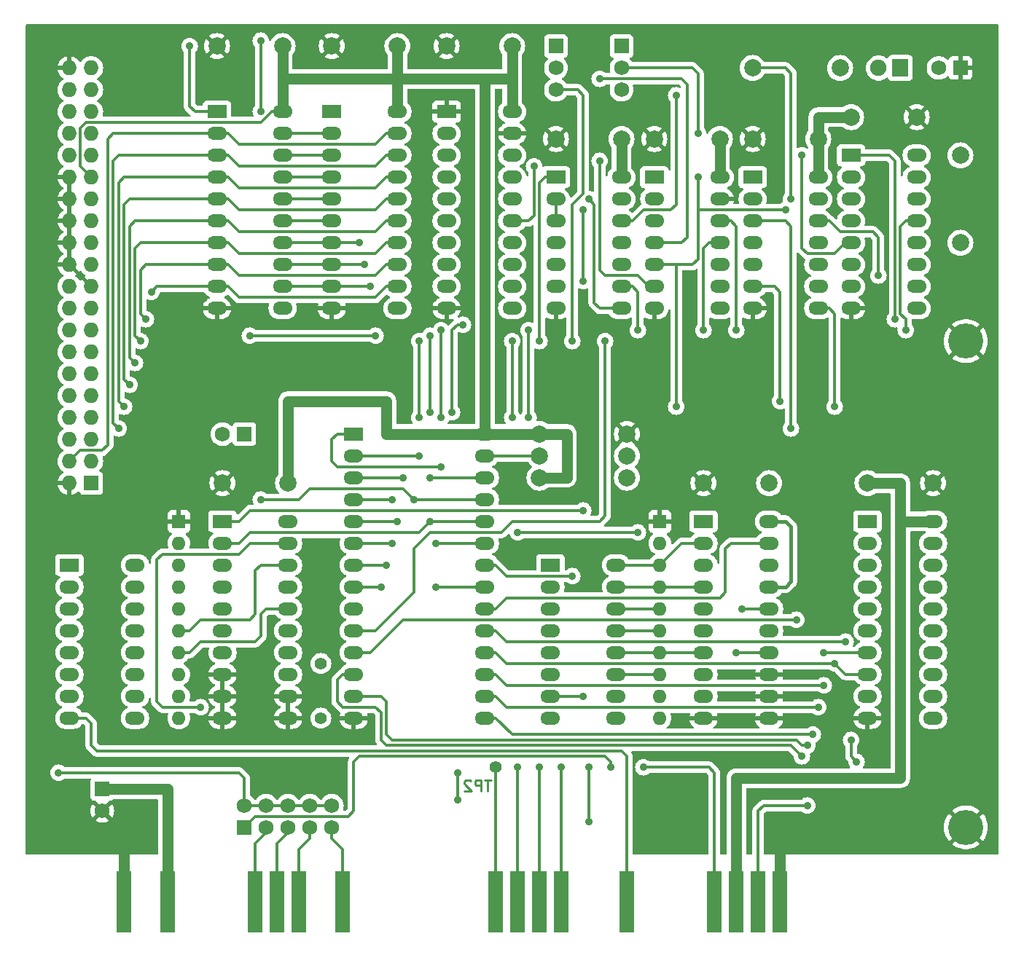
<source format=gbl>
%TF.GenerationSoftware,KiCad,Pcbnew,8.0.4*%
%TF.CreationDate,2024-11-11T08:19:31-05:00*%
%TF.ProjectId,XT-IDE,58542d49-4445-42e6-9b69-6361645f7063,3B*%
%TF.SameCoordinates,Original*%
%TF.FileFunction,Copper,L2,Bot*%
%TF.FilePolarity,Positive*%
%FSLAX46Y46*%
G04 Gerber Fmt 4.6, Leading zero omitted, Abs format (unit mm)*
G04 Created by KiCad (PCBNEW 8.0.4) date 2024-11-11 08:19:31*
%MOMM*%
%LPD*%
G01*
G04 APERTURE LIST*
%ADD10C,0.254000*%
%TA.AperFunction,NonConductor*%
%ADD11C,0.254000*%
%TD*%
%TA.AperFunction,ComponentPad*%
%ADD12C,4.064000*%
%TD*%
%TA.AperFunction,ComponentPad*%
%ADD13R,1.727200X1.727200*%
%TD*%
%TA.AperFunction,ComponentPad*%
%ADD14C,1.727200*%
%TD*%
%TA.AperFunction,ConnectorPad*%
%ADD15R,1.778000X7.112000*%
%TD*%
%TA.AperFunction,ComponentPad*%
%ADD16R,1.900000X2.000000*%
%TD*%
%TA.AperFunction,ComponentPad*%
%ADD17C,1.900000*%
%TD*%
%TA.AperFunction,ComponentPad*%
%ADD18C,1.397000*%
%TD*%
%TA.AperFunction,ComponentPad*%
%ADD19O,1.727200X1.727200*%
%TD*%
%TA.AperFunction,ComponentPad*%
%ADD20R,2.286000X1.524000*%
%TD*%
%TA.AperFunction,ComponentPad*%
%ADD21O,2.286000X1.524000*%
%TD*%
%TA.AperFunction,ComponentPad*%
%ADD22R,1.600000X1.600000*%
%TD*%
%TA.AperFunction,ComponentPad*%
%ADD23O,1.600000X1.600000*%
%TD*%
%TA.AperFunction,ComponentPad*%
%ADD24C,1.998980*%
%TD*%
%TA.AperFunction,ViaPad*%
%ADD25C,0.889000*%
%TD*%
%TA.AperFunction,Conductor*%
%ADD26C,0.304800*%
%TD*%
%TA.AperFunction,Conductor*%
%ADD27C,0.406400*%
%TD*%
%TA.AperFunction,Conductor*%
%ADD28C,1.270000*%
%TD*%
G04 APERTURE END LIST*
D10*
D11*
X131523618Y-122748318D02*
X130797904Y-122748318D01*
X131160761Y-124018318D02*
X131160761Y-122748318D01*
X130374571Y-124018318D02*
X130374571Y-122748318D01*
X130374571Y-122748318D02*
X129890761Y-122748318D01*
X129890761Y-122748318D02*
X129769809Y-122808794D01*
X129769809Y-122808794D02*
X129709332Y-122869270D01*
X129709332Y-122869270D02*
X129648856Y-122990222D01*
X129648856Y-122990222D02*
X129648856Y-123171651D01*
X129648856Y-123171651D02*
X129709332Y-123292603D01*
X129709332Y-123292603D02*
X129769809Y-123353080D01*
X129769809Y-123353080D02*
X129890761Y-123413556D01*
X129890761Y-123413556D02*
X130374571Y-123413556D01*
X129165047Y-122869270D02*
X129104571Y-122808794D01*
X129104571Y-122808794D02*
X128983618Y-122748318D01*
X128983618Y-122748318D02*
X128681237Y-122748318D01*
X128681237Y-122748318D02*
X128560285Y-122808794D01*
X128560285Y-122808794D02*
X128499809Y-122869270D01*
X128499809Y-122869270D02*
X128439332Y-122990222D01*
X128439332Y-122990222D02*
X128439332Y-123111175D01*
X128439332Y-123111175D02*
X128499809Y-123292603D01*
X128499809Y-123292603D02*
X129225523Y-124018318D01*
X129225523Y-124018318D02*
X128439332Y-124018318D01*
D12*
%TO.P,P6,1,1*%
%TO.N,GND*%
X186690000Y-128270000D03*
%TD*%
%TO.P,P7,1,1*%
%TO.N,GND*%
X186690000Y-71755000D03*
%TD*%
D13*
%TO.P,J4,1,Pin_1*%
%TO.N,VCC*%
X102870000Y-82550000D03*
D14*
%TO.P,J4,2,Pin_2*%
%TO.N,Net-(IDE1-VCC_OPTION)*%
X100330000Y-82550000D03*
%TD*%
D13*
%TO.P,J1,1,Pin_1*%
%TO.N,BA3*%
X139065000Y-37465000D03*
D14*
%TO.P,J1,2,Pin_2*%
%TO.N,Net-(J1-Pin_2)*%
X139065000Y-40005000D03*
%TO.P,J1,3,Pin_3*%
%TO.N,BA0*%
X139065000Y-42545000D03*
%TD*%
D13*
%TO.P,J2,1,Pin_1*%
%TO.N,BA0*%
X146685000Y-37465000D03*
D14*
%TO.P,J2,2,Pin_2*%
%TO.N,Net-(J2-Pin_2)*%
X146685000Y-40005000D03*
%TO.P,J2,3,Pin_3*%
%TO.N,BA3*%
X146685000Y-42545000D03*
%TD*%
D13*
%TO.P,J5,1,Pin_1*%
%TO.N,BIRQ2*%
X102870000Y-128270000D03*
D14*
%TO.P,J5,2,Pin_2*%
%TO.N,Net-(IDE1-INTRQ)*%
X102870000Y-125730000D03*
%TO.P,J5,3,Pin_3*%
%TO.N,BIRQ3*%
X105410000Y-128270000D03*
%TO.P,J5,4,Pin_4*%
%TO.N,Net-(IDE1-INTRQ)*%
X105410000Y-125730000D03*
%TO.P,J5,5,Pin_5*%
%TO.N,BIRQ4*%
X107950000Y-128270000D03*
%TO.P,J5,6,Pin_6*%
%TO.N,Net-(IDE1-INTRQ)*%
X107950000Y-125730000D03*
%TO.P,J5,7,Pin_7*%
%TO.N,BIRQ5*%
X110490000Y-128270000D03*
%TO.P,J5,8,Pin_8*%
%TO.N,Net-(IDE1-INTRQ)*%
X110490000Y-125730000D03*
%TO.P,J5,9,Pin_9*%
%TO.N,BIRQ7*%
X113030000Y-128270000D03*
%TO.P,J5,10,Pin_10*%
%TO.N,Net-(IDE1-INTRQ)*%
X113030000Y-125730000D03*
%TD*%
D13*
%TO.P,J3,1,Pin_1*%
%TO.N,GND*%
X186055000Y-40005000D03*
D14*
%TO.P,J3,2,Pin_2*%
%TO.N,Net-(J3-Pin_2)*%
X183515000Y-40005000D03*
%TD*%
D15*
%TO.P,BUS1,1,GND*%
%TO.N,GND*%
X165100000Y-136906000D03*
%TO.P,BUS1,2,RESET*%
%TO.N,BRESET*%
X162560000Y-136906000D03*
%TO.P,BUS1,3,VCC*%
%TO.N,VCC*%
X160020000Y-136906000D03*
%TO.P,BUS1,4,IRQ2*%
%TO.N,BIRQ2*%
X157480000Y-136906000D03*
%TO.P,BUS1,8,UNUSED*%
%TO.N,\u002ACARDSEL*%
X147320000Y-136906000D03*
%TO.P,BUS1,11,~{SMEMW}*%
%TO.N,\u002ABMEMW*%
X139700000Y-136906000D03*
%TO.P,BUS1,12,~{SMEMR}*%
%TO.N,\u002ABMEMR*%
X137160000Y-136906000D03*
%TO.P,BUS1,13,~{IOW}*%
%TO.N,\u002ABIOW*%
X134620000Y-136906000D03*
%TO.P,BUS1,14,~{IOR}*%
%TO.N,\u002ABIOR*%
X132080000Y-136906000D03*
%TO.P,BUS1,21,IRQ7*%
%TO.N,BIRQ7*%
X114300000Y-136906000D03*
%TO.P,BUS1,23,IRQ5*%
%TO.N,BIRQ5*%
X109220000Y-136906000D03*
%TO.P,BUS1,24,IRQ4*%
%TO.N,BIRQ4*%
X106680000Y-136906000D03*
%TO.P,BUS1,25,IRQ3*%
%TO.N,BIRQ3*%
X104140000Y-136906000D03*
%TO.P,BUS1,29,VCC*%
%TO.N,VCC*%
X93980000Y-136906000D03*
%TO.P,BUS1,31,GND*%
%TO.N,GND*%
X88900000Y-136906000D03*
%TD*%
D16*
%TO.P,D1,1,K*%
%TO.N,Net-(D1-K)*%
X179070000Y-40005000D03*
D17*
%TO.P,D1,2,A*%
%TO.N,VCC*%
X176530000Y-40005000D03*
%TD*%
D18*
%TO.P,TP2,1,1*%
%TO.N,\u002ABIOR*%
X132080000Y-121285000D03*
%TD*%
%TO.P,TP3,1,1*%
%TO.N,\u002ACS_IDE*%
X111760000Y-115570000D03*
%TD*%
%TO.P,TP1,1,1*%
%TO.N,\u002ACARDSEL_SWITCHED*%
X111760000Y-109220000D03*
%TD*%
D13*
%TO.P,C12,1*%
%TO.N,VCC*%
X86360000Y-123825000D03*
D14*
%TO.P,C12,2*%
%TO.N,GND*%
X86360000Y-126325000D03*
%TD*%
D13*
%TO.P,IDE1,1,\u002ARESET*%
%TO.N,\u002ARESET*%
X85090000Y-88265000D03*
D19*
%TO.P,IDE1,2,GND*%
%TO.N,GND*%
X82550000Y-88265000D03*
%TO.P,IDE1,3,D7*%
%TO.N,D7*%
X85090000Y-85725000D03*
%TO.P,IDE1,4,D8*%
%TO.N,D8*%
X82550000Y-85725000D03*
%TO.P,IDE1,5,D6*%
%TO.N,D6*%
X85090000Y-83185000D03*
%TO.P,IDE1,6,D9*%
%TO.N,D9*%
X82550000Y-83185000D03*
%TO.P,IDE1,7,D5*%
%TO.N,D5*%
X85090000Y-80645000D03*
%TO.P,IDE1,8,D10*%
%TO.N,D10*%
X82550000Y-80645000D03*
%TO.P,IDE1,9,D4*%
%TO.N,D4*%
X85090000Y-78105000D03*
%TO.P,IDE1,10,D11*%
%TO.N,D11*%
X82550000Y-78105000D03*
%TO.P,IDE1,11,D3*%
%TO.N,D3*%
X85090000Y-75565000D03*
%TO.P,IDE1,12,D12*%
%TO.N,D12*%
X82550000Y-75565000D03*
%TO.P,IDE1,13,D2*%
%TO.N,D2*%
X85090000Y-73025000D03*
%TO.P,IDE1,14,D13*%
%TO.N,D13*%
X82550000Y-73025000D03*
%TO.P,IDE1,15,D1*%
%TO.N,D1*%
X85090000Y-70485000D03*
%TO.P,IDE1,16,D14*%
%TO.N,D14*%
X82550000Y-70485000D03*
%TO.P,IDE1,17,D0*%
%TO.N,D0*%
X85090000Y-67945000D03*
%TO.P,IDE1,18,D15*%
%TO.N,D15*%
X82550000Y-67945000D03*
%TO.P,IDE1,19,GND*%
%TO.N,GND*%
X85090000Y-65405000D03*
%TO.P,IDE1,20,VCC_OPTION*%
%TO.N,Net-(IDE1-VCC_OPTION)*%
X82550000Y-65405000D03*
%TO.P,IDE1,21,\u002ADMARQ*%
%TO.N,unconnected-(IDE1-\u002ADMARQ-Pad21)*%
X85090000Y-62865000D03*
%TO.P,IDE1,22,GND*%
%TO.N,GND*%
X82550000Y-62865000D03*
%TO.P,IDE1,23,\u002AIOW*%
%TO.N,\u002AIOW-IDE*%
X85090000Y-60325000D03*
%TO.P,IDE1,24,GND*%
%TO.N,GND*%
X82550000Y-60325000D03*
%TO.P,IDE1,25,\u002AIOR*%
%TO.N,\u002AIOR-IDE*%
X85090000Y-57785000D03*
%TO.P,IDE1,26,GND*%
%TO.N,GND*%
X82550000Y-57785000D03*
%TO.P,IDE1,27,IORDY*%
%TO.N,unconnected-(IDE1-IORDY-Pad27)*%
X85090000Y-55245000D03*
%TO.P,IDE1,28,\u002ACSEL*%
%TO.N,GND*%
X82550000Y-55245000D03*
%TO.P,IDE1,29,\u002ADMACK*%
%TO.N,VCC*%
X85090000Y-52705000D03*
%TO.P,IDE1,30,GND*%
%TO.N,GND*%
X82550000Y-52705000D03*
%TO.P,IDE1,31,INTRQ*%
%TO.N,Net-(IDE1-INTRQ)*%
X85090000Y-50165000D03*
%TO.P,IDE1,32,\u002AIOCS16*%
%TO.N,unconnected-(IDE1-\u002AIOCS16-Pad32)*%
X82550000Y-50165000D03*
%TO.P,IDE1,33,A1*%
%TO.N,A1-IDE*%
X85090000Y-47625000D03*
%TO.P,IDE1,34,PDIAG*%
%TO.N,unconnected-(IDE1-PDIAG-Pad34)*%
X82550000Y-47625000D03*
%TO.P,IDE1,35,A0*%
%TO.N,A0-IDE*%
X85090000Y-45085000D03*
%TO.P,IDE1,36,A2*%
%TO.N,A2-IDE*%
X82550000Y-45085000D03*
%TO.P,IDE1,37,\u002ACS0*%
%TO.N,\u002ACS1FX*%
X85090000Y-42545000D03*
%TO.P,IDE1,38,\u002ACS1*%
%TO.N,\u002ACS3FX*%
X82550000Y-42545000D03*
%TO.P,IDE1,39,\u002ADASP*%
%TO.N,\u002ADASP*%
X85090000Y-40005000D03*
%TO.P,IDE1,40,GND*%
%TO.N,GND*%
X82550000Y-40005000D03*
%TD*%
D20*
%TO.P,SW1,1*%
%TO.N,VCC*%
X82550000Y-97790000D03*
D21*
%TO.P,SW1,2*%
X82550000Y-100330000D03*
%TO.P,SW1,3*%
X82550000Y-102870000D03*
%TO.P,SW1,4*%
X82550000Y-105410000D03*
%TO.P,SW1,5*%
X82550000Y-107950000D03*
%TO.P,SW1,6*%
X82550000Y-110490000D03*
%TO.P,SW1,7*%
%TO.N,unconnected-(SW1-Pad7)*%
X82550000Y-113030000D03*
%TO.P,SW1,8*%
%TO.N,\u002ACARDSEL*%
X82550000Y-115570000D03*
%TO.P,SW1,9*%
%TO.N,\u002ACARDSEL_SWITCHED*%
X90170000Y-115570000D03*
%TO.P,SW1,10*%
%TO.N,unconnected-(SW1-Pad10)*%
X90170000Y-113030000D03*
%TO.P,SW1,11*%
%TO.N,Net-(RP1-R7)*%
X90170000Y-110490000D03*
%TO.P,SW1,12*%
%TO.N,Net-(RP1-R6)*%
X90170000Y-107950000D03*
%TO.P,SW1,13*%
%TO.N,Net-(RP1-R5)*%
X90170000Y-105410000D03*
%TO.P,SW1,14*%
%TO.N,Net-(RP1-R4)*%
X90170000Y-102870000D03*
%TO.P,SW1,15*%
%TO.N,Net-(RP1-R3)*%
X90170000Y-100330000D03*
%TO.P,SW1,16*%
%TO.N,Net-(RP1-R2)*%
X90170000Y-97790000D03*
%TD*%
D20*
%TO.P,SW2,1*%
%TO.N,VCC*%
X138430000Y-97790000D03*
D21*
%TO.P,SW2,2*%
X138430000Y-100330000D03*
%TO.P,SW2,3*%
X138430000Y-102870000D03*
%TO.P,SW2,4*%
X138430000Y-105410000D03*
%TO.P,SW2,5*%
%TO.N,BA14*%
X138430000Y-107950000D03*
%TO.P,SW2,6*%
%TO.N,BA13*%
X138430000Y-110490000D03*
%TO.P,SW2,7*%
%TO.N,BAEN*%
X138430000Y-113030000D03*
%TO.P,SW2,8*%
%TO.N,\u002ABMEMW*%
X138430000Y-115570000D03*
%TO.P,SW2,9*%
%TO.N,\u002AWE_ROM*%
X146050000Y-115570000D03*
%TO.P,SW2,10*%
%TO.N,Net-(U10-G)*%
X146050000Y-113030000D03*
%TO.P,SW2,11*%
%TO.N,A13_SW*%
X146050000Y-110490000D03*
%TO.P,SW2,12*%
%TO.N,A14_SW*%
X146050000Y-107950000D03*
%TO.P,SW2,13*%
%TO.N,Net-(RP2-R5)*%
X146050000Y-105410000D03*
%TO.P,SW2,14*%
%TO.N,Net-(RP2-R4)*%
X146050000Y-102870000D03*
%TO.P,SW2,15*%
%TO.N,Net-(RP2-R3)*%
X146050000Y-100330000D03*
%TO.P,SW2,16*%
%TO.N,Net-(RP2-R2)*%
X146050000Y-97790000D03*
%TD*%
D20*
%TO.P,U1,1,OE*%
%TO.N,\u002AHI_RD_ENA*%
X99695000Y-45085000D03*
D21*
%TO.P,U1,2,D0*%
%TO.N,D8*%
X99695000Y-47625000D03*
%TO.P,U1,3,D1*%
%TO.N,D9*%
X99695000Y-50165000D03*
%TO.P,U1,4,D2*%
%TO.N,D10*%
X99695000Y-52705000D03*
%TO.P,U1,5,D3*%
%TO.N,D11*%
X99695000Y-55245000D03*
%TO.P,U1,6,D4*%
%TO.N,D12*%
X99695000Y-57785000D03*
%TO.P,U1,7,D5*%
%TO.N,D13*%
X99695000Y-60325000D03*
%TO.P,U1,8,D6*%
%TO.N,D14*%
X99695000Y-62865000D03*
%TO.P,U1,9,D7*%
%TO.N,D15*%
X99695000Y-65405000D03*
%TO.P,U1,10,GND*%
%TO.N,GND*%
X99695000Y-67945000D03*
%TO.P,U1,11,Load*%
%TO.N,HI_RD_LOAD*%
X107315000Y-67945000D03*
%TO.P,U1,12,Q7*%
%TO.N,D7*%
X107315000Y-65405000D03*
%TO.P,U1,13,Q6*%
%TO.N,D6*%
X107315000Y-62865000D03*
%TO.P,U1,14,Q5*%
%TO.N,D5*%
X107315000Y-60325000D03*
%TO.P,U1,15,Q4*%
%TO.N,D4*%
X107315000Y-57785000D03*
%TO.P,U1,16,Q3*%
%TO.N,D3*%
X107315000Y-55245000D03*
%TO.P,U1,17,Q2*%
%TO.N,D2*%
X107315000Y-52705000D03*
%TO.P,U1,18,Q1*%
%TO.N,D1*%
X107315000Y-50165000D03*
%TO.P,U1,19,Q0*%
%TO.N,D0*%
X107315000Y-47625000D03*
%TO.P,U1,20,VCC*%
%TO.N,VCC*%
X107315000Y-45085000D03*
%TD*%
D20*
%TO.P,U2,1,OE*%
%TO.N,\u002AHI_WR_DELAYED*%
X113030000Y-45085000D03*
D21*
%TO.P,U2,2,D0*%
%TO.N,D0*%
X113030000Y-47625000D03*
%TO.P,U2,3,D1*%
%TO.N,D1*%
X113030000Y-50165000D03*
%TO.P,U2,4,D2*%
%TO.N,D2*%
X113030000Y-52705000D03*
%TO.P,U2,5,D3*%
%TO.N,D3*%
X113030000Y-55245000D03*
%TO.P,U2,6,D4*%
%TO.N,D4*%
X113030000Y-57785000D03*
%TO.P,U2,7,D5*%
%TO.N,D5*%
X113030000Y-60325000D03*
%TO.P,U2,8,D6*%
%TO.N,D6*%
X113030000Y-62865000D03*
%TO.P,U2,9,D7*%
%TO.N,D7*%
X113030000Y-65405000D03*
%TO.P,U2,10,GND*%
%TO.N,GND*%
X113030000Y-67945000D03*
%TO.P,U2,11,Load*%
%TO.N,HI_WR_LOAD*%
X120650000Y-67945000D03*
%TO.P,U2,12,Q7*%
%TO.N,D15*%
X120650000Y-65405000D03*
%TO.P,U2,13,Q6*%
%TO.N,D14*%
X120650000Y-62865000D03*
%TO.P,U2,14,Q5*%
%TO.N,D13*%
X120650000Y-60325000D03*
%TO.P,U2,15,Q4*%
%TO.N,D12*%
X120650000Y-57785000D03*
%TO.P,U2,16,Q3*%
%TO.N,D11*%
X120650000Y-55245000D03*
%TO.P,U2,17,Q2*%
%TO.N,D10*%
X120650000Y-52705000D03*
%TO.P,U2,18,Q1*%
%TO.N,D9*%
X120650000Y-50165000D03*
%TO.P,U2,19,Q0*%
%TO.N,D8*%
X120650000Y-47625000D03*
%TO.P,U2,20,VCC*%
%TO.N,VCC*%
X120650000Y-45085000D03*
%TD*%
D20*
%TO.P,U3,1,A->B*%
%TO.N,GND*%
X126365000Y-45085000D03*
D21*
%TO.P,U3,2,A0*%
%TO.N,\u002ACS1FX*%
X126365000Y-47625000D03*
%TO.P,U3,3,A1*%
%TO.N,\u002ACS3FX*%
X126365000Y-50165000D03*
%TO.P,U3,4,A2*%
%TO.N,A2-IDE*%
X126365000Y-52705000D03*
%TO.P,U3,5,A3*%
%TO.N,A0-IDE*%
X126365000Y-55245000D03*
%TO.P,U3,6,A4*%
%TO.N,A1-IDE*%
X126365000Y-57785000D03*
%TO.P,U3,7,A5*%
%TO.N,\u002AIOR-IDE*%
X126365000Y-60325000D03*
%TO.P,U3,8,A6*%
%TO.N,\u002AIOW-IDE*%
X126365000Y-62865000D03*
%TO.P,U3,9,A7*%
%TO.N,\u002ARESET*%
X126365000Y-65405000D03*
%TO.P,U3,10,GND*%
%TO.N,GND*%
X126365000Y-67945000D03*
%TO.P,U3,11,B7*%
%TO.N,Net-(U3-B7)*%
X133985000Y-67945000D03*
%TO.P,U3,12,B6*%
%TO.N,\u002ABIOW*%
X133985000Y-65405000D03*
%TO.P,U3,13,B5*%
%TO.N,\u002AIOR_DELAYED*%
X133985000Y-62865000D03*
%TO.P,U3,14,B4*%
%TO.N,BA1*%
X133985000Y-60325000D03*
%TO.P,U3,15,B3*%
%TO.N,Net-(J2-Pin_2)*%
X133985000Y-57785000D03*
%TO.P,U3,16,B2*%
%TO.N,BA2*%
X133985000Y-55245000D03*
%TO.P,U3,17,B1*%
%TO.N,/6*%
X133985000Y-52705000D03*
%TO.P,U3,18,B0*%
%TO.N,/7*%
X133985000Y-50165000D03*
%TO.P,U3,19,CE*%
%TO.N,GND*%
X133985000Y-47625000D03*
%TO.P,U3,20,VCC*%
%TO.N,VCC*%
X133985000Y-45085000D03*
%TD*%
D20*
%TO.P,U5,1*%
%TO.N,\u002ACS_IDE*%
X150495000Y-52705000D03*
D21*
%TO.P,U5,2*%
%TO.N,Net-(U5-Pad2)*%
X150495000Y-55245000D03*
%TO.P,U5,3*%
%TO.N,/6*%
X150495000Y-57785000D03*
%TO.P,U5,4*%
%TO.N,Net-(J1-Pin_2)*%
X150495000Y-60325000D03*
%TO.P,U5,5*%
%TO.N,\u002ACS_IDE*%
X150495000Y-62865000D03*
%TO.P,U5,6*%
%TO.N,/7*%
X150495000Y-65405000D03*
%TO.P,U5,7,GND*%
%TO.N,GND*%
X150495000Y-67945000D03*
%TO.P,U5,8*%
%TO.N,Net-(U5-Pad8)*%
X158115000Y-67945000D03*
%TO.P,U5,9*%
%TO.N,BA2*%
X158115000Y-65405000D03*
%TO.P,U5,10*%
%TO.N,BA1*%
X158115000Y-62865000D03*
%TO.P,U5,11*%
%TO.N,Net-(U4-Pad9)*%
X158115000Y-60325000D03*
%TO.P,U5,12*%
%TO.N,\u002AHI_WR_ENA*%
X158115000Y-57785000D03*
%TO.P,U5,13*%
%TO.N,GND*%
X158115000Y-55245000D03*
%TO.P,U5,14,VCC*%
%TO.N,VCC*%
X158115000Y-52705000D03*
%TD*%
D20*
%TO.P,U6,1*%
%TO.N,Net-(J1-Pin_2)*%
X161925000Y-52705000D03*
D21*
%TO.P,U6,2*%
%TO.N,Net-(U5-Pad2)*%
X161925000Y-55245000D03*
%TO.P,U6,3*%
%TO.N,BRESET*%
X161925000Y-57785000D03*
%TO.P,U6,4*%
%TO.N,Net-(U3-B7)*%
X161925000Y-60325000D03*
%TO.P,U6,5*%
%TO.N,Net-(U7-O1)*%
X161925000Y-62865000D03*
%TO.P,U6,6*%
%TO.N,HI_RD_LOAD*%
X161925000Y-65405000D03*
%TO.P,U6,7,GND*%
%TO.N,GND*%
X161925000Y-67945000D03*
%TO.P,U6,8*%
%TO.N,HI_WR_LOAD*%
X169545000Y-67945000D03*
%TO.P,U6,9*%
%TO.N,Net-(U7-O6)*%
X169545000Y-65405000D03*
%TO.P,U6,10*%
%TO.N,Net-(U7-E3)*%
X169545000Y-62865000D03*
%TO.P,U6,11*%
%TO.N,Net-(U5-Pad8)*%
X169545000Y-60325000D03*
%TO.P,U6,12*%
%TO.N,Net-(R2-Pad2)*%
X169545000Y-57785000D03*
%TO.P,U6,13*%
%TO.N,\u002ADASP*%
X169545000Y-55245000D03*
%TO.P,U6,14,VCC*%
%TO.N,VCC*%
X169545000Y-52705000D03*
%TD*%
D20*
%TO.P,U7,1,A0*%
%TO.N,\u002ABIOW*%
X173355000Y-50165000D03*
D21*
%TO.P,U7,2,A1*%
%TO.N,\u002ABIOR*%
X173355000Y-52705000D03*
%TO.P,U7,3,A2*%
%TO.N,Net-(J1-Pin_2)*%
X173355000Y-55245000D03*
%TO.P,U7,4,E1*%
%TO.N,\u002ACS_IDE*%
X173355000Y-57785000D03*
%TO.P,U7,5,E2*%
%TO.N,Net-(J2-Pin_2)*%
X173355000Y-60325000D03*
%TO.P,U7,6,E3*%
%TO.N,Net-(U7-E3)*%
X173355000Y-62865000D03*
%TO.P,U7,7,O7*%
%TO.N,unconnected-(U7-O7-Pad7)*%
X173355000Y-65405000D03*
%TO.P,U7,8,GND*%
%TO.N,GND*%
X173355000Y-67945000D03*
%TO.P,U7,9,O6*%
%TO.N,Net-(U7-O6)*%
X180975000Y-67945000D03*
%TO.P,U7,10,O5*%
%TO.N,\u002AHI_RD_ENA*%
X180975000Y-65405000D03*
%TO.P,U7,11,O4*%
%TO.N,unconnected-(U7-O4-Pad11)*%
X180975000Y-62865000D03*
%TO.P,U7,12,O3*%
%TO.N,unconnected-(U7-O3-Pad12)*%
X180975000Y-60325000D03*
%TO.P,U7,13,O2*%
%TO.N,\u002AHI_WR_ENA*%
X180975000Y-57785000D03*
%TO.P,U7,14,O1*%
%TO.N,Net-(U7-O1)*%
X180975000Y-55245000D03*
%TO.P,U7,15,O0*%
%TO.N,unconnected-(U7-O0-Pad15)*%
X180975000Y-52705000D03*
%TO.P,U7,16,VCC*%
%TO.N,VCC*%
X180975000Y-50165000D03*
%TD*%
D20*
%TO.P,U8,1,G*%
%TO.N,BAEN*%
X100330000Y-92710000D03*
D21*
%TO.P,U8,2,P0*%
%TO.N,BA9*%
X100330000Y-95250000D03*
%TO.P,U8,3,R0*%
%TO.N,Net-(RP1-R2)*%
X100330000Y-97790000D03*
%TO.P,U8,4,P1*%
%TO.N,BA8*%
X100330000Y-100330000D03*
%TO.P,U8,5,R1*%
%TO.N,Net-(RP1-R3)*%
X100330000Y-102870000D03*
%TO.P,U8,6,P2*%
%TO.N,BA7*%
X100330000Y-105410000D03*
%TO.P,U8,7,R2*%
%TO.N,Net-(RP1-R4)*%
X100330000Y-107950000D03*
%TO.P,U8,8,P3*%
%TO.N,GND*%
X100330000Y-110490000D03*
%TO.P,U8,9,R3*%
X100330000Y-113030000D03*
%TO.P,U8,10,GND*%
X100330000Y-115570000D03*
%TO.P,U8,11,P4*%
X107950000Y-115570000D03*
%TO.P,U8,12,R4*%
X107950000Y-113030000D03*
%TO.P,U8,13,P5*%
%TO.N,BA4*%
X107950000Y-110490000D03*
%TO.P,U8,14,R5*%
%TO.N,Net-(RP1-R7)*%
X107950000Y-107950000D03*
%TO.P,U8,15,P6*%
%TO.N,BA5*%
X107950000Y-105410000D03*
%TO.P,U8,16,R6*%
%TO.N,Net-(RP1-R6)*%
X107950000Y-102870000D03*
%TO.P,U8,17,P7*%
%TO.N,BA6*%
X107950000Y-100330000D03*
%TO.P,U8,18,R7*%
%TO.N,Net-(RP1-R5)*%
X107950000Y-97790000D03*
%TO.P,U8,19,P=R*%
%TO.N,\u002ACS_IDE*%
X107950000Y-95250000D03*
%TO.P,U8,20,VCC*%
%TO.N,VCC*%
X107950000Y-92710000D03*
%TD*%
D20*
%TO.P,U9,1,A14*%
%TO.N,BA14*%
X115570000Y-82550000D03*
D21*
%TO.P,U9,2,A12*%
%TO.N,BA12*%
X115570000Y-85090000D03*
%TO.P,U9,3,A7*%
%TO.N,BA7*%
X115570000Y-87630000D03*
%TO.P,U9,4,A6*%
%TO.N,BA6*%
X115570000Y-90170000D03*
%TO.P,U9,5,A5*%
%TO.N,BA5*%
X115570000Y-92710000D03*
%TO.P,U9,6,A4*%
%TO.N,BA4*%
X115570000Y-95250000D03*
%TO.P,U9,7,A3*%
%TO.N,BA3*%
X115570000Y-97790000D03*
%TO.P,U9,8,A2*%
%TO.N,BA2*%
X115570000Y-100330000D03*
%TO.P,U9,9,A1*%
%TO.N,BA1*%
X115570000Y-102870000D03*
%TO.P,U9,10,A0*%
%TO.N,BA0*%
X115570000Y-105410000D03*
%TO.P,U9,11,D0*%
%TO.N,BD0*%
X115570000Y-107950000D03*
%TO.P,U9,12,D1*%
%TO.N,BD1*%
X115570000Y-110490000D03*
%TO.P,U9,13,D2*%
%TO.N,BD2*%
X115570000Y-113030000D03*
%TO.P,U9,14,GND*%
%TO.N,GND*%
X115570000Y-115570000D03*
%TO.P,U9,15,D3*%
%TO.N,BD3*%
X130810000Y-115570000D03*
%TO.P,U9,16,D4*%
%TO.N,BD4*%
X130810000Y-113030000D03*
%TO.P,U9,17,D5*%
%TO.N,BD5*%
X130810000Y-110490000D03*
%TO.P,U9,18,D6*%
%TO.N,BD6*%
X130810000Y-107950000D03*
%TO.P,U9,19,D7*%
%TO.N,BD7*%
X130810000Y-105410000D03*
%TO.P,U9,20,\u002ACE*%
%TO.N,\u002ACS_ROM*%
X130810000Y-102870000D03*
%TO.P,U9,21,A10*%
%TO.N,BA10*%
X130810000Y-100330000D03*
%TO.P,U9,22,\u002AOE*%
%TO.N,\u002ABMEMR*%
X130810000Y-97790000D03*
%TO.P,U9,23,A11*%
%TO.N,BA11*%
X130810000Y-95250000D03*
%TO.P,U9,24,A9*%
%TO.N,BA9*%
X130810000Y-92710000D03*
%TO.P,U9,25,A8*%
%TO.N,BA8*%
X130810000Y-90170000D03*
%TO.P,U9,26,A13*%
%TO.N,BA13*%
X130810000Y-87630000D03*
%TO.P,U9,27,\u002AWE*%
%TO.N,\u002AWE_ROM*%
X130810000Y-85090000D03*
%TO.P,U9,28,VCC*%
%TO.N,VCC*%
X130810000Y-82550000D03*
%TD*%
D20*
%TO.P,U10,1,G*%
%TO.N,Net-(U10-G)*%
X156210000Y-92710000D03*
D21*
%TO.P,U10,2,P0*%
%TO.N,Net-(RP2-R2)*%
X156210000Y-95250000D03*
%TO.P,U10,3,R0*%
%TO.N,BA16*%
X156210000Y-97790000D03*
%TO.P,U10,4,P1*%
%TO.N,Net-(RP2-R3)*%
X156210000Y-100330000D03*
%TO.P,U10,5,R1*%
%TO.N,BA15*%
X156210000Y-102870000D03*
%TO.P,U10,6,P2*%
%TO.N,Net-(RP2-R4)*%
X156210000Y-105410000D03*
%TO.P,U10,7,R2*%
%TO.N,A14_SW*%
X156210000Y-107950000D03*
%TO.P,U10,8,P3*%
%TO.N,Net-(RP2-R5)*%
X156210000Y-110490000D03*
%TO.P,U10,9,R3*%
%TO.N,A13_SW*%
X156210000Y-113030000D03*
%TO.P,U10,10,GND*%
%TO.N,GND*%
X156210000Y-115570000D03*
%TO.P,U10,11,P4*%
X163830000Y-115570000D03*
%TO.P,U10,12,R4*%
X163830000Y-113030000D03*
%TO.P,U10,13,P5*%
X163830000Y-110490000D03*
%TO.P,U10,14,R5*%
%TO.N,BA17*%
X163830000Y-107950000D03*
%TO.P,U10,15,P6*%
%TO.N,VCC*%
X163830000Y-105410000D03*
%TO.P,U10,16,R6*%
%TO.N,BA18*%
X163830000Y-102870000D03*
%TO.P,U10,17,P7*%
%TO.N,VCC*%
X163830000Y-100330000D03*
%TO.P,U10,18,R7*%
%TO.N,BA19*%
X163830000Y-97790000D03*
%TO.P,U10,19,P=R*%
%TO.N,\u002ACS_ROM*%
X163830000Y-95250000D03*
%TO.P,U10,20,VCC*%
%TO.N,VCC*%
X163830000Y-92710000D03*
%TD*%
D20*
%TO.P,U11,1,A->B*%
%TO.N,\u002ABIOR*%
X175260000Y-92710000D03*
D21*
%TO.P,U11,2,A0*%
%TO.N,BD0*%
X175260000Y-95250000D03*
%TO.P,U11,3,A1*%
%TO.N,BD1*%
X175260000Y-97790000D03*
%TO.P,U11,4,A2*%
%TO.N,BD2*%
X175260000Y-100330000D03*
%TO.P,U11,5,A3*%
%TO.N,BD3*%
X175260000Y-102870000D03*
%TO.P,U11,6,A4*%
%TO.N,BD4*%
X175260000Y-105410000D03*
%TO.P,U11,7,A5*%
%TO.N,BD5*%
X175260000Y-107950000D03*
%TO.P,U11,8,A6*%
%TO.N,BD6*%
X175260000Y-110490000D03*
%TO.P,U11,9,A7*%
%TO.N,BD7*%
X175260000Y-113030000D03*
%TO.P,U11,10,GND*%
%TO.N,GND*%
X175260000Y-115570000D03*
%TO.P,U11,11,B7*%
%TO.N,D7*%
X182880000Y-115570000D03*
%TO.P,U11,12,B6*%
%TO.N,D6*%
X182880000Y-113030000D03*
%TO.P,U11,13,B5*%
%TO.N,D5*%
X182880000Y-110490000D03*
%TO.P,U11,14,B4*%
%TO.N,D4*%
X182880000Y-107950000D03*
%TO.P,U11,15,B3*%
%TO.N,D3*%
X182880000Y-105410000D03*
%TO.P,U11,16,B2*%
%TO.N,D2*%
X182880000Y-102870000D03*
%TO.P,U11,17,B1*%
%TO.N,D1*%
X182880000Y-100330000D03*
%TO.P,U11,18,B0*%
%TO.N,D0*%
X182880000Y-97790000D03*
%TO.P,U11,19,CE*%
%TO.N,\u002ACS_IDE*%
X182880000Y-95250000D03*
%TO.P,U11,20,VCC*%
%TO.N,VCC*%
X182880000Y-92710000D03*
%TD*%
D22*
%TO.P,RP1,1,common*%
%TO.N,GND*%
X95250000Y-92710000D03*
D23*
%TO.P,RP1,2,R1*%
%TO.N,unconnected-(RP1-R1-Pad2)*%
X95250000Y-95250000D03*
%TO.P,RP1,3,R2*%
%TO.N,Net-(RP1-R2)*%
X95250000Y-97790000D03*
%TO.P,RP1,4,R3*%
%TO.N,Net-(RP1-R3)*%
X95250000Y-100330000D03*
%TO.P,RP1,5,R4*%
%TO.N,Net-(RP1-R4)*%
X95250000Y-102870000D03*
%TO.P,RP1,6,R5*%
%TO.N,Net-(RP1-R5)*%
X95250000Y-105410000D03*
%TO.P,RP1,7,R6*%
%TO.N,Net-(RP1-R6)*%
X95250000Y-107950000D03*
%TO.P,RP1,8,R7*%
%TO.N,Net-(RP1-R7)*%
X95250000Y-110490000D03*
%TO.P,RP1,9,R8*%
%TO.N,unconnected-(RP1-R8-Pad9)*%
X95250000Y-113030000D03*
%TO.P,RP1,10,R9*%
%TO.N,unconnected-(RP1-R9-Pad10)*%
X95250000Y-115570000D03*
%TD*%
D22*
%TO.P,RP2,1,common*%
%TO.N,GND*%
X151130000Y-92710000D03*
D23*
%TO.P,RP2,2,R1*%
%TO.N,D7*%
X151130000Y-95250000D03*
%TO.P,RP2,3,R2*%
%TO.N,Net-(RP2-R2)*%
X151130000Y-97790000D03*
%TO.P,RP2,4,R3*%
%TO.N,Net-(RP2-R3)*%
X151130000Y-100330000D03*
%TO.P,RP2,5,R4*%
%TO.N,Net-(RP2-R4)*%
X151130000Y-102870000D03*
%TO.P,RP2,6,R5*%
%TO.N,Net-(RP2-R5)*%
X151130000Y-105410000D03*
%TO.P,RP2,7,R6*%
%TO.N,A14_SW*%
X151130000Y-107950000D03*
%TO.P,RP2,8,R7*%
%TO.N,A13_SW*%
X151130000Y-110490000D03*
%TO.P,RP2,9,R8*%
%TO.N,unconnected-(RP2-R8-Pad9)*%
X151130000Y-113030000D03*
%TO.P,RP2,10,R9*%
%TO.N,unconnected-(RP2-R9-Pad10)*%
X151130000Y-115570000D03*
%TD*%
D24*
%TO.P,C1,1*%
%TO.N,VCC*%
X107315000Y-37465000D03*
%TO.P,C1,2*%
%TO.N,GND*%
X99695000Y-37465000D03*
%TD*%
%TO.P,C2,1*%
%TO.N,VCC*%
X120650000Y-37465000D03*
%TO.P,C2,2*%
%TO.N,GND*%
X113030000Y-37465000D03*
%TD*%
%TO.P,C3,1*%
%TO.N,VCC*%
X133985000Y-37465000D03*
%TO.P,C3,2*%
%TO.N,GND*%
X126365000Y-37465000D03*
%TD*%
%TO.P,C4,1*%
%TO.N,VCC*%
X146685000Y-48260000D03*
%TO.P,C4,2*%
%TO.N,GND*%
X139065000Y-48260000D03*
%TD*%
%TO.P,C5,1*%
%TO.N,VCC*%
X158115000Y-48260000D03*
%TO.P,C5,2*%
%TO.N,GND*%
X150495000Y-48260000D03*
%TD*%
%TO.P,C6,1*%
%TO.N,VCC*%
X169545000Y-48260000D03*
%TO.P,C6,2*%
%TO.N,GND*%
X161925000Y-48260000D03*
%TD*%
%TO.P,C7,1*%
%TO.N,VCC*%
X173355000Y-45720000D03*
%TO.P,C7,2*%
%TO.N,GND*%
X180975000Y-45720000D03*
%TD*%
%TO.P,C9,1*%
%TO.N,VCC*%
X137160000Y-82550000D03*
%TO.P,C9,2*%
%TO.N,GND*%
X147320000Y-82550000D03*
%TD*%
%TO.P,C8,1*%
%TO.N,VCC*%
X107950000Y-88265000D03*
%TO.P,C8,2*%
%TO.N,GND*%
X100330000Y-88265000D03*
%TD*%
%TO.P,C10,1*%
%TO.N,VCC*%
X163830000Y-88265000D03*
%TO.P,C10,2*%
%TO.N,GND*%
X156210000Y-88265000D03*
%TD*%
%TO.P,R1,1*%
%TO.N,Net-(D1-K)*%
X172085000Y-40005000D03*
%TO.P,R1,2*%
%TO.N,\u002ADASP*%
X161925000Y-40005000D03*
%TD*%
%TO.P,R2,1*%
%TO.N,Net-(J3-Pin_2)*%
X186055000Y-50165000D03*
%TO.P,R2,2*%
%TO.N,Net-(R2-Pad2)*%
X186055000Y-60325000D03*
%TD*%
%TO.P,R3,1*%
%TO.N,VCC*%
X147320000Y-85090000D03*
%TO.P,R3,2*%
%TO.N,\u002AWE_ROM*%
X137160000Y-85090000D03*
%TD*%
%TO.P,R4,1*%
%TO.N,VCC*%
X137160000Y-87630000D03*
%TO.P,R4,2*%
%TO.N,Net-(U10-G)*%
X147320000Y-87630000D03*
%TD*%
D20*
%TO.P,U4,1*%
%TO.N,\u002ABIOR*%
X139065000Y-52705000D03*
D21*
%TO.P,U4,2*%
%TO.N,Net-(U4-Pad2)*%
X139065000Y-55245000D03*
%TO.P,U4,3*%
X139065000Y-57785000D03*
%TO.P,U4,4*%
%TO.N,Net-(U4-Pad11)*%
X139065000Y-60325000D03*
%TO.P,U4,5*%
%TO.N,Net-(U4-Pad10)*%
X139065000Y-62865000D03*
%TO.P,U4,6*%
%TO.N,\u002AIOR_DELAYED*%
X139065000Y-65405000D03*
%TO.P,U4,7,GND*%
%TO.N,GND*%
X139065000Y-67945000D03*
%TO.P,U4,8*%
%TO.N,Net-(U4-Pad13)*%
X146685000Y-67945000D03*
%TO.P,U4,9*%
%TO.N,Net-(U4-Pad9)*%
X146685000Y-65405000D03*
%TO.P,U4,10*%
%TO.N,Net-(U4-Pad10)*%
X146685000Y-62865000D03*
%TO.P,U4,11*%
%TO.N,Net-(U4-Pad11)*%
X146685000Y-60325000D03*
%TO.P,U4,12*%
%TO.N,\u002AHI_WR_DELAYED*%
X146685000Y-57785000D03*
%TO.P,U4,13*%
%TO.N,Net-(U4-Pad13)*%
X146685000Y-55245000D03*
%TO.P,U4,14,VCC*%
%TO.N,VCC*%
X146685000Y-52705000D03*
%TD*%
D24*
%TO.P,C11,1*%
%TO.N,VCC*%
X175260000Y-88265000D03*
%TO.P,C11,2*%
%TO.N,GND*%
X182880000Y-88265000D03*
%TD*%
D25*
%TO.N,BA4*%
X120015000Y-95250000D03*
%TO.N,BD0*%
X167005000Y-104140000D03*
%TO.N,BA10*%
X125095000Y-100330000D03*
%TO.N,BRESET*%
X168275000Y-125730000D03*
X166370000Y-81915000D03*
%TO.N,BA18*%
X160655000Y-102870000D03*
%TO.N,BD2*%
X168275000Y-118745000D03*
%TO.N,BA2*%
X118745000Y-100330000D03*
X124460000Y-71120000D03*
X142240000Y-56515000D03*
X142240000Y-64770000D03*
X124460000Y-80010000D03*
%TO.N,BA12*%
X123190000Y-85090000D03*
%TO.N,BA7*%
X121285000Y-87630000D03*
%TO.N,/7*%
X144145000Y-50800000D03*
%TO.N,\u002ABMEMR*%
X137160000Y-121285000D03*
X140970000Y-99060000D03*
%TO.N,BA14*%
X125730000Y-86360000D03*
X127635000Y-121920000D03*
X127635000Y-125095000D03*
%TO.N,BA0*%
X144780000Y-71755000D03*
X140970000Y-71755000D03*
%TO.N,\u002ABIOW*%
X135890000Y-70485000D03*
X178435000Y-69215000D03*
X135890000Y-80645000D03*
X134620000Y-121285000D03*
%TO.N,BA3*%
X119380000Y-97790000D03*
X125730000Y-80645000D03*
X125730000Y-70485000D03*
%TO.N,BA9*%
X124460000Y-92710000D03*
%TO.N,BD5*%
X170180000Y-107950000D03*
X170180000Y-111760000D03*
%TO.N,BIRQ2*%
X149225000Y-121285000D03*
X145415000Y-121285000D03*
%TO.N,BD6*%
X171450000Y-109220000D03*
%TO.N,\u002ABMEMW*%
X139700000Y-121285000D03*
%TO.N,BD1*%
X167640000Y-120015000D03*
%TO.N,BA17*%
X160020000Y-107950000D03*
%TO.N,BA8*%
X104775000Y-90170000D03*
X122555000Y-90170000D03*
%TO.N,BA11*%
X125095000Y-95250000D03*
%TO.N,BD3*%
X168910000Y-117475000D03*
%TO.N,Net-(R2-Pad2)*%
X176530000Y-64135000D03*
%TO.N,BD7*%
X172720000Y-106680000D03*
%TO.N,BA13*%
X124460000Y-87630000D03*
%TO.N,BA1*%
X123190000Y-80645000D03*
X123190000Y-71755000D03*
%TO.N,BA6*%
X120015000Y-90170000D03*
%TO.N,BAEN*%
X142240000Y-91440000D03*
X142240000Y-113030000D03*
X142875000Y-127635000D03*
X142875000Y-121285000D03*
%TO.N,BD4*%
X169545000Y-114300000D03*
%TO.N,\u002ABIOR*%
X133985000Y-71755000D03*
X148590000Y-93980000D03*
X137160000Y-71755000D03*
X133985000Y-80645000D03*
X134620000Y-93980000D03*
%TO.N,BA5*%
X120650000Y-92710000D03*
%TO.N,\u002ADASP*%
X166370000Y-55245000D03*
%TO.N,D10*%
X88900000Y-79375000D03*
%TO.N,D7*%
X117475000Y-65405000D03*
X173990000Y-120650000D03*
X173355000Y-118110000D03*
%TO.N,D6*%
X116840000Y-62865000D03*
%TO.N,D5*%
X116205000Y-60325000D03*
%TO.N,D12*%
X90170000Y-74295000D03*
%TO.N,D13*%
X90805000Y-71755000D03*
%TO.N,D14*%
X91440000Y-69215000D03*
%TO.N,\u002ARESET*%
X118110000Y-71120000D03*
X103505000Y-71120000D03*
%TO.N,\u002ACS_IDE*%
X155575000Y-52705000D03*
X153035000Y-79375000D03*
X97790000Y-114300000D03*
X165735000Y-56515000D03*
%TO.N,Net-(IDE1-INTRQ)*%
X81280000Y-121920000D03*
%TO.N,D11*%
X89535000Y-76835000D03*
%TO.N,Net-(U4-Pad13)*%
X142875000Y-55245000D03*
%TO.N,Net-(U4-Pad9)*%
X156210000Y-70485000D03*
X148590000Y-70485000D03*
%TO.N,D15*%
X92075000Y-66040000D03*
%TO.N,D9*%
X88265000Y-81915000D03*
%TO.N,Net-(J1-Pin_2)*%
X144145000Y-41275000D03*
%TO.N,Net-(J2-Pin_2)*%
X155575000Y-47625000D03*
X167640000Y-50165000D03*
X136525000Y-51435000D03*
%TO.N,HI_RD_LOAD*%
X165100000Y-78740000D03*
%TO.N,\u002AHI_RD_ENA*%
X96520000Y-37465000D03*
%TO.N,HI_WR_LOAD*%
X171450000Y-79375000D03*
X127000000Y-80010000D03*
X128270000Y-69850000D03*
%TO.N,\u002AHI_WR_DELAYED*%
X153035000Y-43180000D03*
X104775000Y-45085000D03*
X104775000Y-36830000D03*
%TO.N,\u002AHI_WR_ENA*%
X179705000Y-70485000D03*
X160020000Y-70485000D03*
%TD*%
D26*
%TO.N,BA4*%
X120015000Y-95250000D02*
X115570000Y-95250000D01*
%TO.N,BD0*%
X117475000Y-107950000D02*
X121285000Y-104140000D01*
X121285000Y-104140000D02*
X167005000Y-104140000D01*
X115570000Y-107950000D02*
X117475000Y-107950000D01*
%TO.N,BA10*%
X125095000Y-100330000D02*
X129540000Y-100330000D01*
X130810000Y-100330000D02*
X129540000Y-100330000D01*
%TO.N,BRESET*%
X162560000Y-126365000D02*
X163195000Y-125730000D01*
X163195000Y-125730000D02*
X168275000Y-125730000D01*
X166370000Y-58420000D02*
X165735000Y-57785000D01*
X165735000Y-57785000D02*
X161925000Y-57785000D01*
X162560000Y-136906000D02*
X162560000Y-126365000D01*
X166370000Y-81915000D02*
X166370000Y-58420000D01*
%TO.N,BA18*%
X163830000Y-102870000D02*
X160655000Y-102870000D01*
%TO.N,BD2*%
X120015000Y-118110000D02*
X167005000Y-118110000D01*
X167005000Y-118110000D02*
X167640000Y-118745000D01*
X118745000Y-113030000D02*
X119380000Y-113665000D01*
X119380000Y-113665000D02*
X119380000Y-117475000D01*
X119380000Y-117475000D02*
X120015000Y-118110000D01*
X168275000Y-118745000D02*
X167640000Y-118745000D01*
X115570000Y-113030000D02*
X118745000Y-113030000D01*
%TO.N,BA2*%
X118745000Y-100330000D02*
X115570000Y-100330000D01*
X124460000Y-80010000D02*
X124460000Y-71120000D01*
X142240000Y-64770000D02*
X142240000Y-56515000D01*
%TO.N,BA12*%
X123190000Y-85090000D02*
X115570000Y-85090000D01*
%TO.N,BA7*%
X121285000Y-87630000D02*
X115570000Y-87630000D01*
%TO.N,/7*%
X149860000Y-65405000D02*
X148590000Y-64135000D01*
X148590000Y-64135000D02*
X144780000Y-64135000D01*
X144780000Y-64135000D02*
X144145000Y-63500000D01*
X144145000Y-63500000D02*
X144145000Y-50800000D01*
X150495000Y-65405000D02*
X149860000Y-65405000D01*
%TO.N,\u002ABMEMR*%
X137160000Y-136906000D02*
X137160000Y-121285000D01*
X133350000Y-99060000D02*
X132080000Y-97790000D01*
X132080000Y-97790000D02*
X130810000Y-97790000D01*
X140970000Y-99060000D02*
X133350000Y-99060000D01*
%TO.N,BA14*%
X127635000Y-125095000D02*
X127635000Y-121920000D01*
X125730000Y-86360000D02*
X113665000Y-86360000D01*
X113665000Y-86360000D02*
X113030000Y-85725000D01*
X113030000Y-83185000D02*
X113665000Y-82550000D01*
X113665000Y-82550000D02*
X115570000Y-82550000D01*
X113030000Y-85725000D02*
X113030000Y-83185000D01*
%TO.N,BA0*%
X118110000Y-105410000D02*
X122555000Y-100965000D01*
X122555000Y-100965000D02*
X122555000Y-95885000D01*
X122555000Y-95885000D02*
X124460000Y-93980000D01*
X124460000Y-93980000D02*
X132715000Y-93980000D01*
X132715000Y-93980000D02*
X133985000Y-92710000D01*
X133985000Y-92710000D02*
X144145000Y-92710000D01*
X144145000Y-92710000D02*
X144780000Y-92075000D01*
X140970000Y-71755000D02*
X140970000Y-55880000D01*
X142240000Y-43180000D02*
X141605000Y-42545000D01*
X141605000Y-42545000D02*
X139065000Y-42545000D01*
X144780000Y-92075000D02*
X144780000Y-71755000D01*
X115570000Y-105410000D02*
X118110000Y-105410000D01*
X140970000Y-55880000D02*
X142240000Y-54610000D01*
X142240000Y-54610000D02*
X142240000Y-43180000D01*
%TO.N,\u002ABIOW*%
X135890000Y-70485000D02*
X135890000Y-80645000D01*
X178435000Y-69215000D02*
X178435000Y-50800000D01*
X177800000Y-50165000D02*
X173355000Y-50165000D01*
X178435000Y-50800000D02*
X177800000Y-50165000D01*
X134620000Y-136906000D02*
X134620000Y-121285000D01*
%TO.N,BA3*%
X119380000Y-97790000D02*
X115570000Y-97790000D01*
X125730000Y-80645000D02*
X125730000Y-70485000D01*
%TO.N,BA9*%
X124460000Y-92710000D02*
X129540000Y-92710000D01*
X123190000Y-93980000D02*
X103505000Y-93980000D01*
X103505000Y-93980000D02*
X102235000Y-95250000D01*
X102235000Y-95250000D02*
X100330000Y-95250000D01*
X124460000Y-92710000D02*
X123190000Y-93980000D01*
X130810000Y-92710000D02*
X129540000Y-92710000D01*
%TO.N,BIRQ7*%
X113030000Y-129540000D02*
X114300000Y-130810000D01*
X114300000Y-130810000D02*
X114300000Y-136906000D01*
X113030000Y-128270000D02*
X113030000Y-129540000D01*
%TO.N,BD5*%
X132080000Y-110490000D02*
X133350000Y-111760000D01*
X133350000Y-111760000D02*
X170180000Y-111760000D01*
X130810000Y-110490000D02*
X132080000Y-110490000D01*
X175260000Y-107950000D02*
X170180000Y-107950000D01*
%TO.N,BIRQ2*%
X115570000Y-126365000D02*
X114935000Y-127000000D01*
X114935000Y-127000000D02*
X104140000Y-127000000D01*
X102870000Y-128270000D02*
X104140000Y-127000000D01*
X115570000Y-120650000D02*
X116205000Y-120015000D01*
X116205000Y-120015000D02*
X144780000Y-120015000D01*
X144780000Y-120015000D02*
X145415000Y-120650000D01*
X145415000Y-120650000D02*
X145415000Y-121285000D01*
X149225000Y-121285000D02*
X156845000Y-121285000D01*
X156845000Y-121285000D02*
X157480000Y-121920000D01*
X157480000Y-121920000D02*
X157480000Y-136906000D01*
X115570000Y-126365000D02*
X115570000Y-120650000D01*
%TO.N,BD6*%
X132080000Y-107950000D02*
X133350000Y-109220000D01*
X133350000Y-109220000D02*
X171450000Y-109220000D01*
X172720000Y-110490000D02*
X171450000Y-109220000D01*
X175260000Y-110490000D02*
X172720000Y-110490000D01*
X130810000Y-107950000D02*
X132080000Y-107950000D01*
%TO.N,\u002ABMEMW*%
X139700000Y-121285000D02*
X139700000Y-136906000D01*
%TO.N,BD1*%
X167640000Y-120015000D02*
X166370000Y-118745000D01*
X114300000Y-110490000D02*
X113665000Y-111125000D01*
X113665000Y-111125000D02*
X113665000Y-113665000D01*
X113665000Y-113665000D02*
X114300000Y-114300000D01*
X114300000Y-114300000D02*
X118110000Y-114300000D01*
X118110000Y-114300000D02*
X118745000Y-114935000D01*
X118745000Y-114935000D02*
X118745000Y-118110000D01*
X118745000Y-118110000D02*
X119380000Y-118745000D01*
X119380000Y-118745000D02*
X166370000Y-118745000D01*
X115570000Y-110490000D02*
X114300000Y-110490000D01*
D27*
%TO.N,GND*%
X85090000Y-65405000D02*
X82550000Y-62865000D01*
D28*
X165100000Y-136906000D02*
X165100000Y-130175000D01*
X88900000Y-136906000D02*
X88900000Y-130175000D01*
%TO.N,VCC*%
X93980000Y-123825000D02*
X93980000Y-136906000D01*
X160020000Y-136906000D02*
X160020000Y-122555000D01*
X160020000Y-122555000D02*
X179070000Y-122555000D01*
X179070000Y-122555000D02*
X179070000Y-92710000D01*
D27*
X165735000Y-92710000D02*
X166370000Y-93345000D01*
X166370000Y-93345000D02*
X166370000Y-99695000D01*
X166370000Y-99695000D02*
X165735000Y-100330000D01*
X165735000Y-100330000D02*
X163830000Y-100330000D01*
D28*
X119380000Y-82550000D02*
X119380000Y-78740000D01*
X119380000Y-78740000D02*
X107950000Y-78740000D01*
X107950000Y-85725000D02*
X107950000Y-78740000D01*
X179070000Y-88265000D02*
X175260000Y-88265000D01*
X140335000Y-82550000D02*
X140335000Y-87630000D01*
X140335000Y-87630000D02*
X137160000Y-87630000D01*
X133985000Y-41275000D02*
X133985000Y-45085000D01*
D26*
X83820000Y-51435000D02*
X83820000Y-46990000D01*
X83820000Y-46990000D02*
X84455000Y-46355000D01*
X84455000Y-46355000D02*
X104775000Y-46355000D01*
X104775000Y-46355000D02*
X106045000Y-45085000D01*
X106045000Y-45085000D02*
X107315000Y-45085000D01*
D28*
X169545000Y-45720000D02*
X169545000Y-48260000D01*
X107315000Y-41275000D02*
X107315000Y-45085000D01*
X130810000Y-82550000D02*
X130810000Y-41275000D01*
X130810000Y-82550000D02*
X119380000Y-82550000D01*
X86360000Y-123825000D02*
X93980000Y-123825000D01*
X179070000Y-92710000D02*
X179070000Y-88265000D01*
X158115000Y-48260000D02*
X158115000Y-52705000D01*
X146685000Y-48260000D02*
X146685000Y-52705000D01*
X130810000Y-41275000D02*
X133985000Y-41275000D01*
D26*
X85090000Y-52705000D02*
X83820000Y-51435000D01*
D28*
X137160000Y-82550000D02*
X130810000Y-82550000D01*
X133985000Y-38100000D02*
X133985000Y-41275000D01*
X107950000Y-85725000D02*
X107950000Y-88265000D01*
X120650000Y-45085000D02*
X120650000Y-41275000D01*
X120650000Y-41275000D02*
X130810000Y-41275000D01*
D27*
X163830000Y-92710000D02*
X165735000Y-92710000D01*
D28*
X120650000Y-37465000D02*
X120650000Y-41275000D01*
X169545000Y-48260000D02*
X169545000Y-52705000D01*
X137160000Y-82550000D02*
X140335000Y-82550000D01*
X107315000Y-41275000D02*
X120650000Y-41275000D01*
X173355000Y-45720000D02*
X169545000Y-45720000D01*
X107315000Y-37465000D02*
X107315000Y-41275000D01*
X182880000Y-92710000D02*
X179070000Y-92710000D01*
D26*
%TO.N,BA17*%
X160020000Y-107950000D02*
X163830000Y-107950000D01*
%TO.N,BA8*%
X122555000Y-90170000D02*
X129540000Y-90170000D01*
X110490000Y-88900000D02*
X109220000Y-90170000D01*
X109220000Y-90170000D02*
X104775000Y-90170000D01*
X122555000Y-90170000D02*
X121285000Y-88900000D01*
X130810000Y-90170000D02*
X129540000Y-90170000D01*
X110490000Y-88900000D02*
X121285000Y-88900000D01*
%TO.N,BA11*%
X125095000Y-95250000D02*
X129540000Y-95250000D01*
X130810000Y-95250000D02*
X129540000Y-95250000D01*
%TO.N,BD3*%
X132080000Y-115570000D02*
X133985000Y-117475000D01*
X133985000Y-117475000D02*
X168910000Y-117475000D01*
X130810000Y-115570000D02*
X132080000Y-115570000D01*
%TO.N,Net-(R2-Pad2)*%
X170815000Y-57785000D02*
X172085000Y-59055000D01*
X172085000Y-59055000D02*
X175895000Y-59055000D01*
X175895000Y-59055000D02*
X176530000Y-59690000D01*
X176530000Y-59690000D02*
X176530000Y-64135000D01*
X169545000Y-57785000D02*
X170815000Y-57785000D01*
%TO.N,BD7*%
X132080000Y-105410000D02*
X133350000Y-106680000D01*
X133350000Y-106680000D02*
X172720000Y-106680000D01*
X130810000Y-105410000D02*
X132080000Y-105410000D01*
%TO.N,BA13*%
X130810000Y-87630000D02*
X124460000Y-87630000D01*
%TO.N,BA1*%
X123190000Y-80645000D02*
X123190000Y-71755000D01*
%TO.N,BA6*%
X120015000Y-90170000D02*
X115570000Y-90170000D01*
%TO.N,BAEN*%
X142240000Y-113030000D02*
X138430000Y-113030000D01*
X142240000Y-91440000D02*
X103505000Y-91440000D01*
X103505000Y-91440000D02*
X102235000Y-92710000D01*
X102235000Y-92710000D02*
X100330000Y-92710000D01*
X142875000Y-121285000D02*
X142875000Y-127635000D01*
%TO.N,BD4*%
X132080000Y-113030000D02*
X133350000Y-114300000D01*
X133350000Y-114300000D02*
X169545000Y-114300000D01*
X130810000Y-113030000D02*
X132080000Y-113030000D01*
%TO.N,BIRQ5*%
X110490000Y-129540000D02*
X109220000Y-130810000D01*
X109220000Y-130810000D02*
X109220000Y-136906000D01*
X110490000Y-128270000D02*
X110490000Y-129540000D01*
%TO.N,BIRQ3*%
X105410000Y-128905000D02*
X104140000Y-130175000D01*
X104140000Y-130175000D02*
X104140000Y-136906000D01*
X105410000Y-128270000D02*
X105410000Y-128905000D01*
%TO.N,\u002ABIOR*%
X137160000Y-71755000D02*
X137160000Y-53340000D01*
X137160000Y-53340000D02*
X137795000Y-52705000D01*
X137795000Y-52705000D02*
X139065000Y-52705000D01*
X134620000Y-93980000D02*
X148590000Y-93980000D01*
X132080000Y-121285000D02*
X132080000Y-136906000D01*
X133985000Y-80645000D02*
X133985000Y-71755000D01*
%TO.N,BA5*%
X120650000Y-92710000D02*
X115570000Y-92710000D01*
%TO.N,BIRQ4*%
X107950000Y-128905000D02*
X106680000Y-130175000D01*
X106680000Y-130175000D02*
X106680000Y-136906000D01*
X107950000Y-128270000D02*
X107950000Y-128905000D01*
%TO.N,\u002ADASP*%
X166370000Y-40640000D02*
X165735000Y-40005000D01*
X165735000Y-40005000D02*
X161925000Y-40005000D01*
X166370000Y-55245000D02*
X166370000Y-40640000D01*
%TO.N,D10*%
X88900000Y-52705000D02*
X88265000Y-53340000D01*
X88265000Y-53340000D02*
X88265000Y-78740000D01*
X88265000Y-78740000D02*
X88900000Y-79375000D01*
X100965000Y-52705000D02*
X102235000Y-53975000D01*
X102235000Y-53975000D02*
X118110000Y-53975000D01*
X118110000Y-53975000D02*
X119380000Y-52705000D01*
X119380000Y-52705000D02*
X120650000Y-52705000D01*
X99695000Y-52705000D02*
X88900000Y-52705000D01*
X99695000Y-52705000D02*
X100965000Y-52705000D01*
%TO.N,D7*%
X173355000Y-120015000D02*
X173990000Y-120650000D01*
X107315000Y-65405000D02*
X113030000Y-65405000D01*
X173355000Y-118110000D02*
X173355000Y-120015000D01*
X113030000Y-65405000D02*
X117475000Y-65405000D01*
%TO.N,\u002AWE_ROM*%
X130810000Y-85090000D02*
X137160000Y-85090000D01*
%TO.N,D6*%
X113030000Y-62865000D02*
X116840000Y-62865000D01*
X107315000Y-62865000D02*
X113030000Y-62865000D01*
%TO.N,D5*%
X113030000Y-60325000D02*
X116205000Y-60325000D01*
X107315000Y-60325000D02*
X113030000Y-60325000D01*
%TO.N,D4*%
X107315000Y-57785000D02*
X113030000Y-57785000D01*
%TO.N,D3*%
X107315000Y-55245000D02*
X113030000Y-55245000D01*
%TO.N,D2*%
X107315000Y-52705000D02*
X113030000Y-52705000D01*
%TO.N,D1*%
X107315000Y-50165000D02*
X113030000Y-50165000D01*
%TO.N,D0*%
X107315000Y-47625000D02*
X113030000Y-47625000D01*
%TO.N,D12*%
X90170000Y-57785000D02*
X89535000Y-58420000D01*
X89535000Y-58420000D02*
X89535000Y-73660000D01*
X89535000Y-73660000D02*
X90170000Y-74295000D01*
X100965000Y-57785000D02*
X102235000Y-59055000D01*
X102235000Y-59055000D02*
X118110000Y-59055000D01*
X118110000Y-59055000D02*
X119380000Y-57785000D01*
X119380000Y-57785000D02*
X120650000Y-57785000D01*
X99695000Y-57785000D02*
X100965000Y-57785000D01*
X99695000Y-57785000D02*
X90170000Y-57785000D01*
%TO.N,D13*%
X90805000Y-60325000D02*
X90170000Y-60960000D01*
X90170000Y-60960000D02*
X90170000Y-71120000D01*
X90170000Y-71120000D02*
X90805000Y-71755000D01*
X100965000Y-60325000D02*
X102235000Y-61595000D01*
X102235000Y-61595000D02*
X118110000Y-61595000D01*
X118110000Y-61595000D02*
X119380000Y-60325000D01*
X119380000Y-60325000D02*
X120650000Y-60325000D01*
X99695000Y-60325000D02*
X100965000Y-60325000D01*
X99695000Y-60325000D02*
X90805000Y-60325000D01*
%TO.N,D14*%
X91440000Y-62865000D02*
X90805000Y-63500000D01*
X90805000Y-63500000D02*
X90805000Y-68580000D01*
X90805000Y-68580000D02*
X91440000Y-69215000D01*
X100965000Y-62865000D02*
X102235000Y-64135000D01*
X102235000Y-64135000D02*
X118110000Y-64135000D01*
X118110000Y-64135000D02*
X119380000Y-62865000D01*
X119380000Y-62865000D02*
X120650000Y-62865000D01*
X99695000Y-62865000D02*
X91440000Y-62865000D01*
X99695000Y-62865000D02*
X100965000Y-62865000D01*
%TO.N,Net-(U4-Pad2)*%
X139065000Y-55245000D02*
X139065000Y-57785000D01*
%TO.N,\u002ARESET*%
X103505000Y-71120000D02*
X118110000Y-71120000D01*
%TO.N,\u002ACARDSEL*%
X147320000Y-120015000D02*
X146685000Y-119380000D01*
X146685000Y-119380000D02*
X85725000Y-119380000D01*
X85725000Y-119380000D02*
X85090000Y-118745000D01*
X85090000Y-118745000D02*
X85090000Y-116205000D01*
X85090000Y-116205000D02*
X84455000Y-115570000D01*
X84455000Y-115570000D02*
X82550000Y-115570000D01*
X147320000Y-136906000D02*
X147320000Y-120015000D01*
%TO.N,\u002ACS_IDE*%
X103505000Y-95250000D02*
X102235000Y-96520000D01*
X102235000Y-96520000D02*
X93345000Y-96520000D01*
X93345000Y-96520000D02*
X92710000Y-97155000D01*
X92710000Y-97155000D02*
X92710000Y-113665000D01*
X92710000Y-113665000D02*
X93345000Y-114300000D01*
X93345000Y-114300000D02*
X97790000Y-114300000D01*
X153035000Y-79375000D02*
X153035000Y-62865000D01*
X155575000Y-52705000D02*
X155575000Y-56515000D01*
X155575000Y-62230000D02*
X154940000Y-62865000D01*
X155575000Y-56515000D02*
X165735000Y-56515000D01*
X155575000Y-62230000D02*
X155575000Y-56515000D01*
X150495000Y-62865000D02*
X153035000Y-62865000D01*
X153035000Y-62865000D02*
X154940000Y-62865000D01*
X103505000Y-95250000D02*
X107950000Y-95250000D01*
%TO.N,D8*%
X87630000Y-47625000D02*
X86995000Y-48260000D01*
X86995000Y-48260000D02*
X86995000Y-83820000D01*
X86995000Y-83820000D02*
X86360000Y-84455000D01*
X86360000Y-84455000D02*
X83820000Y-84455000D01*
X83820000Y-84455000D02*
X82550000Y-85725000D01*
X100965000Y-47625000D02*
X102235000Y-48895000D01*
X102235000Y-48895000D02*
X118110000Y-48895000D01*
X118110000Y-48895000D02*
X119380000Y-47625000D01*
X119380000Y-47625000D02*
X120650000Y-47625000D01*
X99695000Y-47625000D02*
X87630000Y-47625000D01*
X99695000Y-47625000D02*
X100965000Y-47625000D01*
%TO.N,Net-(IDE1-INTRQ)*%
X105410000Y-125730000D02*
X107950000Y-125730000D01*
X107950000Y-125730000D02*
X110490000Y-125730000D01*
X110490000Y-125730000D02*
X113030000Y-125730000D01*
X102235000Y-121920000D02*
X102870000Y-122555000D01*
X102870000Y-125730000D02*
X102870000Y-122555000D01*
X102870000Y-125730000D02*
X105410000Y-125730000D01*
X81280000Y-121920000D02*
X102235000Y-121920000D01*
%TO.N,D11*%
X89535000Y-55245000D02*
X88900000Y-55880000D01*
X88900000Y-55880000D02*
X88900000Y-76200000D01*
X88900000Y-76200000D02*
X89535000Y-76835000D01*
X100965000Y-55245000D02*
X102235000Y-56515000D01*
X102235000Y-56515000D02*
X118110000Y-56515000D01*
X118110000Y-56515000D02*
X119380000Y-55245000D01*
X119380000Y-55245000D02*
X120650000Y-55245000D01*
X99695000Y-55245000D02*
X89535000Y-55245000D01*
X99695000Y-55245000D02*
X100965000Y-55245000D01*
%TO.N,Net-(U4-Pad13)*%
X144145000Y-67945000D02*
X143510000Y-67310000D01*
X143510000Y-67310000D02*
X143510000Y-55880000D01*
X143510000Y-55880000D02*
X142875000Y-55245000D01*
X146685000Y-67945000D02*
X144145000Y-67945000D01*
%TO.N,Net-(U4-Pad9)*%
X156845000Y-60325000D02*
X156210000Y-60960000D01*
X156210000Y-60960000D02*
X156210000Y-70485000D01*
X148590000Y-70485000D02*
X148590000Y-66040000D01*
X148590000Y-66040000D02*
X147955000Y-65405000D01*
X146685000Y-65405000D02*
X147955000Y-65405000D01*
X156845000Y-60325000D02*
X158115000Y-60325000D01*
%TO.N,D15*%
X92710000Y-65405000D02*
X92075000Y-66040000D01*
X100965000Y-65405000D02*
X102235000Y-66675000D01*
X102235000Y-66675000D02*
X118110000Y-66675000D01*
X118110000Y-66675000D02*
X119380000Y-65405000D01*
X119380000Y-65405000D02*
X120650000Y-65405000D01*
X99695000Y-65405000D02*
X100965000Y-65405000D01*
X99695000Y-65405000D02*
X92710000Y-65405000D01*
%TO.N,D9*%
X88265000Y-50165000D02*
X87630000Y-50800000D01*
X87630000Y-50800000D02*
X87630000Y-81280000D01*
X87630000Y-81280000D02*
X88265000Y-81915000D01*
X100965000Y-50165000D02*
X102235000Y-51435000D01*
X102235000Y-51435000D02*
X118110000Y-51435000D01*
X118110000Y-51435000D02*
X119380000Y-50165000D01*
X119380000Y-50165000D02*
X120650000Y-50165000D01*
X99695000Y-50165000D02*
X88265000Y-50165000D01*
X99695000Y-50165000D02*
X100965000Y-50165000D01*
%TO.N,Net-(J1-Pin_2)*%
X144145000Y-41275000D02*
X153670000Y-41275000D01*
X153670000Y-60325000D02*
X154305000Y-59690000D01*
X154305000Y-59690000D02*
X154305000Y-41910000D01*
X154305000Y-41910000D02*
X153670000Y-41275000D01*
X150495000Y-60325000D02*
X153670000Y-60325000D01*
%TO.N,Net-(J2-Pin_2)*%
X171450000Y-61595000D02*
X172720000Y-60325000D01*
X171450000Y-61595000D02*
X168275000Y-61595000D01*
X168275000Y-61595000D02*
X167640000Y-60960000D01*
X167640000Y-60960000D02*
X167640000Y-50165000D01*
X155575000Y-47625000D02*
X155575000Y-40640000D01*
X136525000Y-51435000D02*
X136525000Y-57150000D01*
X136525000Y-57150000D02*
X135890000Y-57785000D01*
X133985000Y-57785000D02*
X135890000Y-57785000D01*
X154940000Y-40005000D02*
X155575000Y-40640000D01*
X173355000Y-60325000D02*
X172720000Y-60325000D01*
X146685000Y-40005000D02*
X154940000Y-40005000D01*
%TO.N,Net-(RP1-R5)*%
X96520000Y-105410000D02*
X97790000Y-104140000D01*
X97790000Y-104140000D02*
X103505000Y-104140000D01*
X103505000Y-104140000D02*
X104140000Y-103505000D01*
X104140000Y-103505000D02*
X104140000Y-98425000D01*
X104140000Y-98425000D02*
X104775000Y-97790000D01*
X104775000Y-97790000D02*
X107950000Y-97790000D01*
X95250000Y-105410000D02*
X96520000Y-105410000D01*
%TO.N,Net-(RP1-R6)*%
X96520000Y-107950000D02*
X97790000Y-106680000D01*
X97790000Y-106680000D02*
X104140000Y-106680000D01*
X104140000Y-106680000D02*
X104775000Y-106045000D01*
X104775000Y-106045000D02*
X104775000Y-103505000D01*
X104775000Y-103505000D02*
X105410000Y-102870000D01*
X105410000Y-102870000D02*
X107950000Y-102870000D01*
X95250000Y-107950000D02*
X96520000Y-107950000D01*
%TO.N,A14_SW*%
X151130000Y-107950000D02*
X156210000Y-107950000D01*
X146050000Y-107950000D02*
X151130000Y-107950000D01*
%TO.N,Net-(RP2-R5)*%
X146050000Y-105410000D02*
X151130000Y-105410000D01*
%TO.N,Net-(RP2-R3)*%
X151130000Y-100330000D02*
X156210000Y-100330000D01*
X146050000Y-100330000D02*
X151130000Y-100330000D01*
%TO.N,Net-(RP2-R2)*%
X153670000Y-95250000D02*
X151130000Y-97790000D01*
X153670000Y-95250000D02*
X154940000Y-95250000D01*
X156210000Y-95250000D02*
X154940000Y-95250000D01*
X146050000Y-97790000D02*
X151130000Y-97790000D01*
%TO.N,Net-(RP2-R4)*%
X146050000Y-102870000D02*
X151130000Y-102870000D01*
%TO.N,A13_SW*%
X146050000Y-110490000D02*
X151130000Y-110490000D01*
%TO.N,\u002ACS_ROM*%
X132080000Y-102870000D02*
X133350000Y-101600000D01*
X158750000Y-100965000D02*
X158750000Y-95885000D01*
X158750000Y-95885000D02*
X159385000Y-95250000D01*
X159385000Y-95250000D02*
X163830000Y-95250000D01*
X133350000Y-101600000D02*
X158115000Y-101600000D01*
X158115000Y-101600000D02*
X158750000Y-100965000D01*
X130810000Y-102870000D02*
X132080000Y-102870000D01*
%TO.N,HI_RD_LOAD*%
X164465000Y-65405000D02*
X165100000Y-66040000D01*
X165100000Y-66040000D02*
X165100000Y-78740000D01*
X161925000Y-65405000D02*
X164465000Y-65405000D01*
%TO.N,\u002AHI_RD_ENA*%
X97155000Y-45085000D02*
X96520000Y-44450000D01*
X96520000Y-44450000D02*
X96520000Y-37465000D01*
X100330000Y-45085000D02*
X97155000Y-45085000D01*
%TO.N,HI_WR_LOAD*%
X170815000Y-67945000D02*
X171450000Y-68580000D01*
X171450000Y-68580000D02*
X171450000Y-79375000D01*
X127000000Y-70485000D02*
X127000000Y-80010000D01*
X127635000Y-69850000D02*
X128270000Y-69850000D01*
X169545000Y-67945000D02*
X170815000Y-67945000D01*
X127000000Y-70485000D02*
X127635000Y-69850000D01*
%TO.N,\u002AHI_WR_DELAYED*%
X147955000Y-57785000D02*
X149225000Y-56515000D01*
X149225000Y-56515000D02*
X152400000Y-56515000D01*
X152400000Y-56515000D02*
X153035000Y-55880000D01*
X153035000Y-55880000D02*
X153035000Y-43180000D01*
X104775000Y-36830000D02*
X104775000Y-45085000D01*
X146685000Y-57785000D02*
X147955000Y-57785000D01*
%TO.N,\u002AHI_WR_ENA*%
X179705000Y-57785000D02*
X179070000Y-58420000D01*
X179070000Y-58420000D02*
X179070000Y-68580000D01*
X179070000Y-68580000D02*
X179705000Y-69215000D01*
X179705000Y-69215000D02*
X179705000Y-70485000D01*
X160020000Y-70485000D02*
X160020000Y-58420000D01*
X160020000Y-58420000D02*
X159385000Y-57785000D01*
X158115000Y-57785000D02*
X159385000Y-57785000D01*
X179705000Y-57785000D02*
X180975000Y-57785000D01*
%TD*%
%TA.AperFunction,Conductor*%
%TO.N,GND*%
G36*
X190442121Y-34945002D02*
G01*
X190488614Y-34998658D01*
X190500000Y-35051000D01*
X190500000Y-131319000D01*
X190479998Y-131387121D01*
X190426342Y-131433614D01*
X190374000Y-131445000D01*
X186690000Y-131445000D01*
X178435000Y-131445000D01*
X163346900Y-131445000D01*
X163278779Y-131424998D01*
X163232286Y-131371342D01*
X163220900Y-131319000D01*
X163220900Y-128269993D01*
X184144978Y-128269993D01*
X184144978Y-128270006D01*
X184165044Y-128588963D01*
X184165046Y-128588979D01*
X184224934Y-128902916D01*
X184224937Y-128902929D01*
X184323693Y-129206873D01*
X184323698Y-129206886D01*
X184459777Y-129496069D01*
X184459785Y-129496082D01*
X184631036Y-129765930D01*
X184723314Y-129877473D01*
X184723315Y-129877474D01*
X185447777Y-129153011D01*
X185527558Y-129262820D01*
X185697180Y-129432442D01*
X185806986Y-129512221D01*
X185079612Y-130239595D01*
X185079612Y-130239597D01*
X185326302Y-130418828D01*
X185606382Y-130572804D01*
X185903539Y-130690458D01*
X185903557Y-130690463D01*
X186213095Y-130769939D01*
X186213123Y-130769944D01*
X186530182Y-130809998D01*
X186530201Y-130810000D01*
X186849799Y-130810000D01*
X186849817Y-130809998D01*
X187166876Y-130769944D01*
X187166904Y-130769939D01*
X187476442Y-130690463D01*
X187476460Y-130690458D01*
X187773617Y-130572804D01*
X188053692Y-130418831D01*
X188300386Y-130239597D01*
X188300386Y-130239595D01*
X187573012Y-129512221D01*
X187682820Y-129432442D01*
X187852442Y-129262820D01*
X187932221Y-129153012D01*
X188656683Y-129877474D01*
X188656684Y-129877473D01*
X188748965Y-129765926D01*
X188748968Y-129765922D01*
X188920214Y-129496082D01*
X188920222Y-129496069D01*
X189056301Y-129206886D01*
X189056306Y-129206873D01*
X189155062Y-128902929D01*
X189155065Y-128902916D01*
X189214953Y-128588979D01*
X189214955Y-128588963D01*
X189235022Y-128270006D01*
X189235022Y-128269993D01*
X189214955Y-127951036D01*
X189214953Y-127951020D01*
X189155065Y-127637083D01*
X189155062Y-127637070D01*
X189056306Y-127333126D01*
X189056301Y-127333113D01*
X188920222Y-127043930D01*
X188920214Y-127043917D01*
X188748968Y-126774077D01*
X188748965Y-126774072D01*
X188656683Y-126662524D01*
X187932220Y-127386986D01*
X187852442Y-127277180D01*
X187682820Y-127107558D01*
X187573012Y-127027777D01*
X188300386Y-126300403D01*
X188300386Y-126300401D01*
X188053693Y-126121168D01*
X187773617Y-125967195D01*
X187476460Y-125849541D01*
X187476442Y-125849536D01*
X187166904Y-125770060D01*
X187166876Y-125770055D01*
X186849817Y-125730001D01*
X186849799Y-125730000D01*
X186530201Y-125730000D01*
X186530182Y-125730001D01*
X186213123Y-125770055D01*
X186213095Y-125770060D01*
X185903557Y-125849536D01*
X185903539Y-125849541D01*
X185606382Y-125967195D01*
X185326306Y-126121168D01*
X185079612Y-126300401D01*
X185079612Y-126300403D01*
X185806987Y-127027778D01*
X185697180Y-127107558D01*
X185527558Y-127277180D01*
X185447778Y-127386987D01*
X184723315Y-126662524D01*
X184723314Y-126662524D01*
X184631029Y-126774080D01*
X184459785Y-127043916D01*
X184459777Y-127043930D01*
X184323698Y-127333113D01*
X184323693Y-127333126D01*
X184224937Y-127637070D01*
X184224934Y-127637083D01*
X184165046Y-127951020D01*
X184165044Y-127951036D01*
X184144978Y-128269993D01*
X163220900Y-128269993D01*
X163220900Y-126690944D01*
X163240902Y-126622823D01*
X163257805Y-126601849D01*
X163431849Y-126427805D01*
X163494161Y-126393779D01*
X163520944Y-126390900D01*
X167533004Y-126390900D01*
X167601125Y-126410902D01*
X167612933Y-126419497D01*
X167742980Y-126526224D01*
X167908538Y-126614717D01*
X168088179Y-126669211D01*
X168088183Y-126669211D01*
X168088185Y-126669212D01*
X168274997Y-126687611D01*
X168275000Y-126687611D01*
X168275003Y-126687611D01*
X168461813Y-126669212D01*
X168461815Y-126669212D01*
X168461816Y-126669211D01*
X168461821Y-126669211D01*
X168641462Y-126614717D01*
X168807020Y-126526224D01*
X168952133Y-126407133D01*
X169071224Y-126262020D01*
X169159717Y-126096462D01*
X169214211Y-125916821D01*
X169220838Y-125849541D01*
X169232611Y-125730000D01*
X169232611Y-125729996D01*
X169214212Y-125543186D01*
X169214212Y-125543184D01*
X169214211Y-125543181D01*
X169214211Y-125543179D01*
X169159717Y-125363538D01*
X169071224Y-125197980D01*
X168952133Y-125052867D01*
X168807020Y-124933776D01*
X168759124Y-124908175D01*
X168641465Y-124845284D01*
X168641459Y-124845282D01*
X168484936Y-124797801D01*
X168461821Y-124790789D01*
X168461820Y-124790788D01*
X168461814Y-124790787D01*
X168275003Y-124772389D01*
X168274997Y-124772389D01*
X168088186Y-124790787D01*
X168088184Y-124790787D01*
X167908540Y-124845282D01*
X167908534Y-124845284D01*
X167742979Y-124933776D01*
X167676296Y-124988502D01*
X167612936Y-125040499D01*
X167547591Y-125068253D01*
X167533004Y-125069100D01*
X163129901Y-125069100D01*
X163002216Y-125094498D01*
X162881950Y-125144315D01*
X162881946Y-125144317D01*
X162773705Y-125216642D01*
X162773698Y-125216647D01*
X162046647Y-125943698D01*
X162046642Y-125943705D01*
X161974318Y-126051945D01*
X161924500Y-126172217D01*
X161924498Y-126172222D01*
X161899100Y-126299904D01*
X161899100Y-131319000D01*
X161879098Y-131387121D01*
X161825442Y-131433614D01*
X161773100Y-131445000D01*
X161289500Y-131445000D01*
X161221379Y-131424998D01*
X161174886Y-131371342D01*
X161163500Y-131319000D01*
X161163500Y-123824500D01*
X161183502Y-123756379D01*
X161237158Y-123709886D01*
X161289500Y-123698500D01*
X179159992Y-123698500D01*
X179159995Y-123698500D01*
X179337770Y-123670343D01*
X179508952Y-123614723D01*
X179669325Y-123533009D01*
X179814940Y-123427213D01*
X179942213Y-123299940D01*
X180048009Y-123154325D01*
X180129723Y-122993952D01*
X180185343Y-122822770D01*
X180213500Y-122644995D01*
X180213500Y-93979500D01*
X180233502Y-93911379D01*
X180287158Y-93864886D01*
X180339500Y-93853500D01*
X181914478Y-93853500D01*
X181971693Y-93867239D01*
X181972676Y-93867740D01*
X182024285Y-93916495D01*
X182041343Y-93985412D01*
X182018433Y-94052611D01*
X181972662Y-94092266D01*
X181961314Y-94098049D01*
X181833110Y-94163372D01*
X181671322Y-94280919D01*
X181671319Y-94280921D01*
X181529921Y-94422319D01*
X181529919Y-94422322D01*
X181412372Y-94584109D01*
X181321582Y-94762295D01*
X181321579Y-94762301D01*
X181259785Y-94952484D01*
X181259785Y-94952486D01*
X181259784Y-94952490D01*
X181228500Y-95150009D01*
X181228500Y-95349991D01*
X181259784Y-95547510D01*
X181259785Y-95547515D01*
X181314259Y-95715168D01*
X181321581Y-95737703D01*
X181363465Y-95819904D01*
X181412372Y-95915890D01*
X181478312Y-96006647D01*
X181529917Y-96077675D01*
X181529919Y-96077677D01*
X181529921Y-96077680D01*
X181671319Y-96219078D01*
X181671322Y-96219080D01*
X181671325Y-96219083D01*
X181833113Y-96336629D01*
X181972662Y-96407733D01*
X182024277Y-96456482D01*
X182041343Y-96525397D01*
X182018442Y-96592598D01*
X181972662Y-96632266D01*
X181932997Y-96652477D01*
X181833110Y-96703372D01*
X181671322Y-96820919D01*
X181671319Y-96820921D01*
X181529921Y-96962319D01*
X181529919Y-96962322D01*
X181412372Y-97124109D01*
X181321582Y-97302295D01*
X181321579Y-97302301D01*
X181259785Y-97492484D01*
X181259785Y-97492486D01*
X181259784Y-97492490D01*
X181228500Y-97690009D01*
X181228500Y-97889991D01*
X181254470Y-98053960D01*
X181259785Y-98087515D01*
X181320085Y-98273100D01*
X181321581Y-98277703D01*
X181353945Y-98341221D01*
X181412372Y-98455890D01*
X181492683Y-98566428D01*
X181529917Y-98617675D01*
X181529919Y-98617677D01*
X181529921Y-98617680D01*
X181671319Y-98759078D01*
X181671322Y-98759080D01*
X181671325Y-98759083D01*
X181833113Y-98876629D01*
X181972662Y-98947733D01*
X182024277Y-98996482D01*
X182041343Y-99065397D01*
X182018442Y-99132598D01*
X181972662Y-99172266D01*
X181932999Y-99192476D01*
X181833110Y-99243372D01*
X181671322Y-99360919D01*
X181671319Y-99360921D01*
X181529921Y-99502319D01*
X181529919Y-99502322D01*
X181412372Y-99664109D01*
X181321582Y-99842295D01*
X181321579Y-99842301D01*
X181259785Y-100032484D01*
X181259785Y-100032486D01*
X181259784Y-100032490D01*
X181228500Y-100230009D01*
X181228500Y-100429991D01*
X181254470Y-100593960D01*
X181259785Y-100627515D01*
X181310526Y-100783679D01*
X181321581Y-100817703D01*
X181354758Y-100882816D01*
X181412372Y-100995890D01*
X181478312Y-101086647D01*
X181529917Y-101157675D01*
X181529919Y-101157677D01*
X181529921Y-101157680D01*
X181671319Y-101299078D01*
X181671322Y-101299080D01*
X181671325Y-101299083D01*
X181833113Y-101416629D01*
X181972662Y-101487733D01*
X182024277Y-101536482D01*
X182041343Y-101605397D01*
X182018442Y-101672598D01*
X181972662Y-101712266D01*
X181932999Y-101732476D01*
X181833110Y-101783372D01*
X181671322Y-101900919D01*
X181671319Y-101900921D01*
X181529921Y-102042319D01*
X181529919Y-102042322D01*
X181412372Y-102204109D01*
X181321582Y-102382295D01*
X181321579Y-102382301D01*
X181259785Y-102572484D01*
X181259785Y-102572486D01*
X181259784Y-102572490D01*
X181228500Y-102770009D01*
X181228500Y-102969991D01*
X181254470Y-103133960D01*
X181259785Y-103167515D01*
X181321579Y-103357698D01*
X181321581Y-103357703D01*
X181358166Y-103429505D01*
X181412372Y-103535890D01*
X181478312Y-103626647D01*
X181529917Y-103697675D01*
X181529919Y-103697677D01*
X181529921Y-103697680D01*
X181671319Y-103839078D01*
X181671322Y-103839080D01*
X181671325Y-103839083D01*
X181833113Y-103956629D01*
X181972662Y-104027733D01*
X182024277Y-104076482D01*
X182041343Y-104145397D01*
X182018442Y-104212598D01*
X181972662Y-104252266D01*
X181932999Y-104272476D01*
X181833110Y-104323372D01*
X181671322Y-104440919D01*
X181671319Y-104440921D01*
X181529921Y-104582319D01*
X181529919Y-104582322D01*
X181412372Y-104744109D01*
X181321582Y-104922295D01*
X181321579Y-104922301D01*
X181259785Y-105112484D01*
X181259785Y-105112486D01*
X181259784Y-105112490D01*
X181228500Y-105310009D01*
X181228500Y-105509991D01*
X181254470Y-105673960D01*
X181259785Y-105707515D01*
X181321579Y-105897698D01*
X181321581Y-105897703D01*
X181363466Y-105979906D01*
X181412372Y-106075890D01*
X181478312Y-106166647D01*
X181529917Y-106237675D01*
X181529919Y-106237677D01*
X181529921Y-106237680D01*
X181671319Y-106379078D01*
X181671322Y-106379080D01*
X181671325Y-106379083D01*
X181833113Y-106496629D01*
X181972662Y-106567733D01*
X182024277Y-106616482D01*
X182041343Y-106685397D01*
X182018442Y-106752598D01*
X181972662Y-106792266D01*
X181932999Y-106812476D01*
X181833110Y-106863372D01*
X181671322Y-106980919D01*
X181671319Y-106980921D01*
X181529921Y-107122319D01*
X181529919Y-107122322D01*
X181412372Y-107284109D01*
X181321582Y-107462295D01*
X181321579Y-107462301D01*
X181259785Y-107652484D01*
X181259785Y-107652486D01*
X181259784Y-107652490D01*
X181228500Y-107850009D01*
X181228500Y-108049991D01*
X181254470Y-108213960D01*
X181259785Y-108247515D01*
X181314259Y-108415168D01*
X181321581Y-108437703D01*
X181358166Y-108509505D01*
X181412372Y-108615890D01*
X181492683Y-108726428D01*
X181529917Y-108777675D01*
X181529919Y-108777677D01*
X181529921Y-108777680D01*
X181671319Y-108919078D01*
X181671322Y-108919080D01*
X181671325Y-108919083D01*
X181833113Y-109036629D01*
X181972662Y-109107733D01*
X182024277Y-109156482D01*
X182041343Y-109225397D01*
X182018442Y-109292598D01*
X181972662Y-109332266D01*
X181932999Y-109352476D01*
X181833110Y-109403372D01*
X181671322Y-109520919D01*
X181671319Y-109520921D01*
X181529921Y-109662319D01*
X181529919Y-109662322D01*
X181412372Y-109824109D01*
X181321582Y-110002295D01*
X181321579Y-110002301D01*
X181259785Y-110192484D01*
X181259785Y-110192486D01*
X181259784Y-110192490D01*
X181228500Y-110390009D01*
X181228500Y-110589991D01*
X181252186Y-110739536D01*
X181259785Y-110787515D01*
X181320085Y-110973100D01*
X181321581Y-110977703D01*
X181353945Y-111041221D01*
X181412372Y-111155890D01*
X181492683Y-111266428D01*
X181529917Y-111317675D01*
X181529919Y-111317677D01*
X181529921Y-111317680D01*
X181671319Y-111459078D01*
X181671322Y-111459080D01*
X181671325Y-111459083D01*
X181833113Y-111576629D01*
X181972662Y-111647733D01*
X182024277Y-111696482D01*
X182041343Y-111765397D01*
X182018442Y-111832598D01*
X181972662Y-111872266D01*
X181932999Y-111892476D01*
X181833110Y-111943372D01*
X181671322Y-112060919D01*
X181671319Y-112060921D01*
X181529921Y-112202319D01*
X181529919Y-112202322D01*
X181412372Y-112364109D01*
X181321582Y-112542295D01*
X181321579Y-112542301D01*
X181259785Y-112732484D01*
X181259785Y-112732486D01*
X181259784Y-112732490D01*
X181228500Y-112930009D01*
X181228500Y-113129991D01*
X181252186Y-113279536D01*
X181259785Y-113327515D01*
X181320085Y-113513100D01*
X181321581Y-113517703D01*
X181353945Y-113581221D01*
X181412372Y-113695890D01*
X181492683Y-113806428D01*
X181529917Y-113857675D01*
X181529919Y-113857677D01*
X181529921Y-113857680D01*
X181671319Y-113999078D01*
X181671322Y-113999080D01*
X181671325Y-113999083D01*
X181833113Y-114116629D01*
X181972662Y-114187733D01*
X182024277Y-114236482D01*
X182041343Y-114305397D01*
X182018442Y-114372598D01*
X181972662Y-114412266D01*
X181972114Y-114412546D01*
X181833110Y-114483372D01*
X181671322Y-114600919D01*
X181671319Y-114600921D01*
X181529921Y-114742319D01*
X181529919Y-114742322D01*
X181412372Y-114904109D01*
X181321582Y-115082295D01*
X181321579Y-115082301D01*
X181259785Y-115272484D01*
X181259785Y-115272486D01*
X181259784Y-115272490D01*
X181228500Y-115470009D01*
X181228500Y-115669991D01*
X181252186Y-115819536D01*
X181259785Y-115867515D01*
X181321517Y-116057506D01*
X181321581Y-116057703D01*
X181321582Y-116057704D01*
X181412372Y-116235890D01*
X181492683Y-116346428D01*
X181529917Y-116397675D01*
X181529919Y-116397677D01*
X181529921Y-116397680D01*
X181671319Y-116539078D01*
X181671322Y-116539080D01*
X181671325Y-116539083D01*
X181741794Y-116590282D01*
X181833109Y-116656627D01*
X181833113Y-116656629D01*
X182011297Y-116747419D01*
X182201484Y-116809214D01*
X182201485Y-116809214D01*
X182201490Y-116809216D01*
X182399009Y-116840500D01*
X182399012Y-116840500D01*
X183360988Y-116840500D01*
X183360991Y-116840500D01*
X183558510Y-116809216D01*
X183748703Y-116747419D01*
X183926887Y-116656629D01*
X184088675Y-116539083D01*
X184230083Y-116397675D01*
X184347629Y-116235887D01*
X184438419Y-116057703D01*
X184500216Y-115867510D01*
X184531500Y-115669991D01*
X184531500Y-115470009D01*
X184500216Y-115272490D01*
X184438419Y-115082297D01*
X184350170Y-114909100D01*
X184347627Y-114904109D01*
X184265582Y-114791185D01*
X184230083Y-114742325D01*
X184230080Y-114742322D01*
X184230078Y-114742319D01*
X184088680Y-114600921D01*
X184088677Y-114600919D01*
X184088675Y-114600917D01*
X183927479Y-114483801D01*
X183926890Y-114483373D01*
X183926889Y-114483372D01*
X183926887Y-114483371D01*
X183787335Y-114412265D01*
X183735722Y-114363519D01*
X183718656Y-114294604D01*
X183741557Y-114227402D01*
X183787334Y-114187735D01*
X183926887Y-114116629D01*
X184088675Y-113999083D01*
X184230083Y-113857675D01*
X184347629Y-113695887D01*
X184438419Y-113517703D01*
X184500216Y-113327510D01*
X184531500Y-113129991D01*
X184531500Y-112930009D01*
X184500216Y-112732490D01*
X184438419Y-112542297D01*
X184350170Y-112369100D01*
X184347627Y-112364109D01*
X184281689Y-112273355D01*
X184230083Y-112202325D01*
X184230080Y-112202322D01*
X184230078Y-112202319D01*
X184088680Y-112060921D01*
X184088677Y-112060919D01*
X184088675Y-112060917D01*
X183927479Y-111943801D01*
X183926890Y-111943373D01*
X183926889Y-111943372D01*
X183926887Y-111943371D01*
X183787335Y-111872265D01*
X183735722Y-111823519D01*
X183718656Y-111754604D01*
X183741557Y-111687402D01*
X183787334Y-111647735D01*
X183926887Y-111576629D01*
X184088675Y-111459083D01*
X184230083Y-111317675D01*
X184347629Y-111155887D01*
X184438419Y-110977703D01*
X184500216Y-110787510D01*
X184531500Y-110589991D01*
X184531500Y-110390009D01*
X184500216Y-110192490D01*
X184438419Y-110002297D01*
X184349780Y-109828335D01*
X184347627Y-109824109D01*
X184281689Y-109733355D01*
X184230083Y-109662325D01*
X184230080Y-109662322D01*
X184230078Y-109662319D01*
X184088680Y-109520921D01*
X184088677Y-109520919D01*
X184088675Y-109520917D01*
X183964078Y-109430392D01*
X183926890Y-109403373D01*
X183926889Y-109403372D01*
X183926887Y-109403371D01*
X183787335Y-109332265D01*
X183735722Y-109283519D01*
X183718656Y-109214604D01*
X183741557Y-109147402D01*
X183787334Y-109107735D01*
X183926887Y-109036629D01*
X184088675Y-108919083D01*
X184230083Y-108777675D01*
X184347629Y-108615887D01*
X184438419Y-108437703D01*
X184500216Y-108247510D01*
X184531500Y-108049991D01*
X184531500Y-107850009D01*
X184500216Y-107652490D01*
X184438419Y-107462297D01*
X184350170Y-107289100D01*
X184347627Y-107284109D01*
X184241001Y-107137353D01*
X184230083Y-107122325D01*
X184230080Y-107122322D01*
X184230078Y-107122319D01*
X184088680Y-106980921D01*
X184088677Y-106980919D01*
X184088675Y-106980917D01*
X183926887Y-106863371D01*
X183787335Y-106792265D01*
X183735722Y-106743519D01*
X183718656Y-106674604D01*
X183741557Y-106607402D01*
X183787334Y-106567735D01*
X183926887Y-106496629D01*
X184088675Y-106379083D01*
X184230083Y-106237675D01*
X184347629Y-106075887D01*
X184438419Y-105897703D01*
X184500216Y-105707510D01*
X184531500Y-105509991D01*
X184531500Y-105310009D01*
X184500216Y-105112490D01*
X184438419Y-104922297D01*
X184347629Y-104744113D01*
X184347627Y-104744109D01*
X184241001Y-104597353D01*
X184230083Y-104582325D01*
X184230080Y-104582322D01*
X184230078Y-104582319D01*
X184088680Y-104440921D01*
X184088677Y-104440919D01*
X184088675Y-104440917D01*
X183926887Y-104323371D01*
X183787335Y-104252265D01*
X183735722Y-104203519D01*
X183718656Y-104134604D01*
X183741557Y-104067402D01*
X183787334Y-104027735D01*
X183926887Y-103956629D01*
X184088675Y-103839083D01*
X184230083Y-103697675D01*
X184347629Y-103535887D01*
X184438419Y-103357703D01*
X184500216Y-103167510D01*
X184531500Y-102969991D01*
X184531500Y-102770009D01*
X184500216Y-102572490D01*
X184438419Y-102382297D01*
X184347629Y-102204113D01*
X184347627Y-102204109D01*
X184281687Y-102113352D01*
X184230083Y-102042325D01*
X184230080Y-102042322D01*
X184230078Y-102042319D01*
X184088680Y-101900921D01*
X184088677Y-101900919D01*
X184088675Y-101900917D01*
X183926887Y-101783371D01*
X183787335Y-101712265D01*
X183735722Y-101663519D01*
X183718656Y-101594604D01*
X183741557Y-101527402D01*
X183787334Y-101487735D01*
X183926887Y-101416629D01*
X184088675Y-101299083D01*
X184230083Y-101157675D01*
X184347629Y-100995887D01*
X184438419Y-100817703D01*
X184500216Y-100627510D01*
X184531500Y-100429991D01*
X184531500Y-100230009D01*
X184500216Y-100032490D01*
X184438419Y-99842297D01*
X184347629Y-99664113D01*
X184347627Y-99664109D01*
X184276608Y-99566361D01*
X184230083Y-99502325D01*
X184230080Y-99502322D01*
X184230078Y-99502319D01*
X184088680Y-99360921D01*
X184088677Y-99360919D01*
X184088676Y-99360918D01*
X184088675Y-99360917D01*
X183926887Y-99243371D01*
X183787335Y-99172265D01*
X183735722Y-99123519D01*
X183718656Y-99054604D01*
X183741557Y-98987402D01*
X183787334Y-98947735D01*
X183926887Y-98876629D01*
X184088675Y-98759083D01*
X184230083Y-98617675D01*
X184347629Y-98455887D01*
X184438419Y-98277703D01*
X184500216Y-98087510D01*
X184531500Y-97889991D01*
X184531500Y-97690009D01*
X184500216Y-97492490D01*
X184438419Y-97302297D01*
X184349738Y-97128253D01*
X184347627Y-97124109D01*
X184281689Y-97033355D01*
X184230083Y-96962325D01*
X184230080Y-96962322D01*
X184230078Y-96962319D01*
X184088680Y-96820921D01*
X184088677Y-96820919D01*
X184088675Y-96820917D01*
X183926887Y-96703371D01*
X183787335Y-96632265D01*
X183735722Y-96583519D01*
X183718656Y-96514604D01*
X183741557Y-96447402D01*
X183787334Y-96407735D01*
X183926887Y-96336629D01*
X184088675Y-96219083D01*
X184230083Y-96077675D01*
X184347629Y-95915887D01*
X184438419Y-95737703D01*
X184500216Y-95547510D01*
X184531500Y-95349991D01*
X184531500Y-95150009D01*
X184500216Y-94952490D01*
X184438419Y-94762297D01*
X184347629Y-94584113D01*
X184347627Y-94584109D01*
X184281689Y-94493355D01*
X184230083Y-94422325D01*
X184230080Y-94422322D01*
X184230078Y-94422319D01*
X184088680Y-94280921D01*
X184088677Y-94280919D01*
X184088676Y-94280918D01*
X184088675Y-94280917D01*
X183926887Y-94163371D01*
X183787335Y-94092265D01*
X183735722Y-94043519D01*
X183718656Y-93974604D01*
X183741557Y-93907402D01*
X183787334Y-93867735D01*
X183926887Y-93796629D01*
X184088675Y-93679083D01*
X184230083Y-93537675D01*
X184347629Y-93375887D01*
X184438419Y-93197703D01*
X184500216Y-93007510D01*
X184531500Y-92809991D01*
X184531500Y-92610009D01*
X184500216Y-92412490D01*
X184438419Y-92222297D01*
X184347629Y-92044113D01*
X184347627Y-92044109D01*
X184246679Y-91905168D01*
X184230083Y-91882325D01*
X184230080Y-91882322D01*
X184230078Y-91882319D01*
X184088680Y-91740921D01*
X184088677Y-91740919D01*
X184088675Y-91740917D01*
X184034824Y-91701792D01*
X183926890Y-91623372D01*
X183815272Y-91566500D01*
X183748703Y-91532581D01*
X183748700Y-91532580D01*
X183748698Y-91532579D01*
X183558513Y-91470785D01*
X183558517Y-91470785D01*
X183521743Y-91464960D01*
X183360991Y-91439500D01*
X182399009Y-91439500D01*
X182201490Y-91470784D01*
X182201484Y-91470785D01*
X182011301Y-91532579D01*
X182011297Y-91532581D01*
X181971679Y-91552767D01*
X181914478Y-91566500D01*
X180339500Y-91566500D01*
X180271379Y-91546498D01*
X180224886Y-91492842D01*
X180213500Y-91440500D01*
X180213500Y-88265000D01*
X181367849Y-88265000D01*
X181386466Y-88501552D01*
X181441859Y-88732280D01*
X181532662Y-88951498D01*
X181532670Y-88951512D01*
X181647267Y-89138520D01*
X181647268Y-89138520D01*
X182395531Y-88390257D01*
X182413720Y-88458140D01*
X182479596Y-88572241D01*
X182572759Y-88665404D01*
X182686860Y-88731280D01*
X182754741Y-88749468D01*
X182006478Y-89497730D01*
X182006478Y-89497731D01*
X182193499Y-89612336D01*
X182412719Y-89703140D01*
X182643447Y-89758533D01*
X182880000Y-89777150D01*
X183116552Y-89758533D01*
X183347280Y-89703140D01*
X183566500Y-89612336D01*
X183753520Y-89497730D01*
X183753520Y-89497729D01*
X183005259Y-88749468D01*
X183073140Y-88731280D01*
X183187241Y-88665404D01*
X183280404Y-88572241D01*
X183346280Y-88458140D01*
X183364468Y-88390259D01*
X184112729Y-89138520D01*
X184112730Y-89138520D01*
X184227336Y-88951500D01*
X184318140Y-88732280D01*
X184373533Y-88501552D01*
X184392150Y-88265000D01*
X184373533Y-88028447D01*
X184318140Y-87797719D01*
X184227336Y-87578499D01*
X184112731Y-87391478D01*
X184112730Y-87391478D01*
X183364468Y-88139740D01*
X183346280Y-88071860D01*
X183280404Y-87957759D01*
X183187241Y-87864596D01*
X183073140Y-87798720D01*
X183005258Y-87780531D01*
X183753520Y-87032268D01*
X183753520Y-87032267D01*
X183566512Y-86917670D01*
X183566498Y-86917662D01*
X183347280Y-86826859D01*
X183116552Y-86771466D01*
X182880000Y-86752849D01*
X182643447Y-86771466D01*
X182412719Y-86826859D01*
X182193501Y-86917662D01*
X182193487Y-86917670D01*
X182006478Y-87032267D01*
X182006478Y-87032269D01*
X182754740Y-87780531D01*
X182686860Y-87798720D01*
X182572759Y-87864596D01*
X182479596Y-87957759D01*
X182413720Y-88071860D01*
X182395531Y-88139740D01*
X181647269Y-87391478D01*
X181647267Y-87391478D01*
X181532670Y-87578487D01*
X181532662Y-87578501D01*
X181441859Y-87797719D01*
X181386466Y-88028447D01*
X181367849Y-88265000D01*
X180213500Y-88265000D01*
X180213500Y-88175008D01*
X180208768Y-88145131D01*
X180185343Y-87997230D01*
X180129723Y-87826048D01*
X180048009Y-87665675D01*
X179949444Y-87530012D01*
X179942211Y-87520057D01*
X179814942Y-87392788D01*
X179669328Y-87286993D01*
X179669327Y-87286992D01*
X179669325Y-87286991D01*
X179508952Y-87205277D01*
X179508949Y-87205276D01*
X179508947Y-87205275D01*
X179337773Y-87149658D01*
X179337777Y-87149658D01*
X179291301Y-87142297D01*
X179159995Y-87121500D01*
X179159992Y-87121500D01*
X176289573Y-87121500D01*
X176221452Y-87101498D01*
X176207750Y-87091317D01*
X176149115Y-87041238D01*
X175946730Y-86917216D01*
X175946598Y-86917161D01*
X175727433Y-86826381D01*
X175549667Y-86783703D01*
X175496631Y-86770970D01*
X175496632Y-86770970D01*
X175260000Y-86752347D01*
X175023368Y-86770970D01*
X174792566Y-86826381D01*
X174573271Y-86917215D01*
X174370883Y-87041239D01*
X174370881Y-87041240D01*
X174190392Y-87195392D01*
X174036240Y-87375881D01*
X174036239Y-87375883D01*
X173912215Y-87578271D01*
X173821381Y-87797566D01*
X173765970Y-88028368D01*
X173747347Y-88265000D01*
X173765970Y-88501631D01*
X173821381Y-88732433D01*
X173871636Y-88853759D01*
X173912216Y-88951730D01*
X174029213Y-89142652D01*
X174036239Y-89154116D01*
X174036240Y-89154118D01*
X174190392Y-89334607D01*
X174370881Y-89488759D01*
X174370885Y-89488762D01*
X174573270Y-89612784D01*
X174792565Y-89703618D01*
X175023369Y-89759030D01*
X175260000Y-89777653D01*
X175496631Y-89759030D01*
X175727435Y-89703618D01*
X175946730Y-89612784D01*
X176149115Y-89488762D01*
X176207744Y-89438687D01*
X176272532Y-89409658D01*
X176289573Y-89408500D01*
X177800500Y-89408500D01*
X177868621Y-89428502D01*
X177915114Y-89482158D01*
X177926500Y-89534500D01*
X177926500Y-121285500D01*
X177906498Y-121353621D01*
X177852842Y-121400114D01*
X177800500Y-121411500D01*
X174864299Y-121411500D01*
X174796178Y-121391498D01*
X174749685Y-121337842D01*
X174739581Y-121267568D01*
X174766900Y-121205566D01*
X174786224Y-121182020D01*
X174874717Y-121016462D01*
X174929211Y-120836821D01*
X174934319Y-120784959D01*
X174947611Y-120650003D01*
X174947611Y-120649996D01*
X174929212Y-120463186D01*
X174929212Y-120463184D01*
X174929211Y-120463181D01*
X174929211Y-120463179D01*
X174874717Y-120283538D01*
X174786224Y-120117980D01*
X174667133Y-119972867D01*
X174522020Y-119853776D01*
X174474145Y-119828186D01*
X174356465Y-119765284D01*
X174356459Y-119765282D01*
X174340300Y-119760380D01*
X174176821Y-119710789D01*
X174129548Y-119706132D01*
X174063717Y-119679550D01*
X174022708Y-119621595D01*
X174015900Y-119580740D01*
X174015900Y-118851996D01*
X174035902Y-118783875D01*
X174044501Y-118772062D01*
X174066708Y-118745003D01*
X174151224Y-118642020D01*
X174239717Y-118476462D01*
X174294211Y-118296821D01*
X174306200Y-118175093D01*
X174312611Y-118110003D01*
X174312611Y-118109996D01*
X174294212Y-117923186D01*
X174294212Y-117923184D01*
X174294211Y-117923181D01*
X174294211Y-117923179D01*
X174239717Y-117743538D01*
X174151224Y-117577980D01*
X174032133Y-117432867D01*
X173887020Y-117313776D01*
X173839132Y-117288179D01*
X173721465Y-117225284D01*
X173721459Y-117225282D01*
X173541814Y-117170787D01*
X173355003Y-117152389D01*
X173354997Y-117152389D01*
X173168186Y-117170787D01*
X173168184Y-117170787D01*
X172988540Y-117225282D01*
X172988534Y-117225284D01*
X172822979Y-117313776D01*
X172677867Y-117432867D01*
X172558776Y-117577979D01*
X172470284Y-117743534D01*
X172470282Y-117743540D01*
X172415787Y-117923184D01*
X172415787Y-117923186D01*
X172397389Y-118109996D01*
X172397389Y-118110003D01*
X172415787Y-118296813D01*
X172415787Y-118296815D01*
X172470282Y-118476459D01*
X172470284Y-118476465D01*
X172531425Y-118590851D01*
X172558776Y-118642020D01*
X172643289Y-118745000D01*
X172665499Y-118772062D01*
X172693253Y-118837409D01*
X172694100Y-118851996D01*
X172694100Y-120080095D01*
X172701636Y-120117979D01*
X172719498Y-120207777D01*
X172769318Y-120328054D01*
X172841645Y-120436299D01*
X172841647Y-120436301D01*
X172998001Y-120592655D01*
X173032027Y-120654967D01*
X173034299Y-120669400D01*
X173050787Y-120836813D01*
X173050787Y-120836815D01*
X173105282Y-121016459D01*
X173105284Y-121016465D01*
X173193776Y-121182020D01*
X173213100Y-121205566D01*
X173240854Y-121270913D01*
X173228873Y-121340891D01*
X173180960Y-121393283D01*
X173115701Y-121411500D01*
X160109995Y-121411500D01*
X159930005Y-121411500D01*
X159752230Y-121439657D01*
X159752224Y-121439658D01*
X159581052Y-121495275D01*
X159581046Y-121495278D01*
X159420671Y-121576993D01*
X159275057Y-121682788D01*
X159147788Y-121810057D01*
X159041993Y-121955671D01*
X158960278Y-122116046D01*
X158960275Y-122116052D01*
X158904658Y-122287224D01*
X158904657Y-122287229D01*
X158904657Y-122287230D01*
X158878557Y-122452021D01*
X158876500Y-122465008D01*
X158876500Y-131319000D01*
X158856498Y-131387121D01*
X158802842Y-131433614D01*
X158750500Y-131445000D01*
X158266900Y-131445000D01*
X158198779Y-131424998D01*
X158152286Y-131371342D01*
X158140900Y-131319000D01*
X158140900Y-121854908D01*
X158140899Y-121854904D01*
X158132275Y-121811546D01*
X158132275Y-121811544D01*
X158115504Y-121727227D01*
X158115503Y-121727226D01*
X158115503Y-121727223D01*
X158065682Y-121606946D01*
X157993355Y-121498701D01*
X157266299Y-120771645D01*
X157158054Y-120699318D01*
X157140705Y-120692132D01*
X157037782Y-120649500D01*
X157037777Y-120649498D01*
X156910095Y-120624100D01*
X156910093Y-120624100D01*
X149966996Y-120624100D01*
X149898875Y-120604098D01*
X149887066Y-120595502D01*
X149757020Y-120488776D01*
X149709132Y-120463179D01*
X149591465Y-120400284D01*
X149591459Y-120400282D01*
X149411814Y-120345787D01*
X149225003Y-120327389D01*
X149224997Y-120327389D01*
X149038186Y-120345787D01*
X149038184Y-120345787D01*
X148858540Y-120400282D01*
X148858534Y-120400284D01*
X148692979Y-120488776D01*
X148547867Y-120607867D01*
X148428776Y-120752979D01*
X148340284Y-120918534D01*
X148340282Y-120918540D01*
X148285787Y-121098184D01*
X148285787Y-121098186D01*
X148267389Y-121284996D01*
X148267389Y-121285003D01*
X148285787Y-121471813D01*
X148285787Y-121471815D01*
X148340282Y-121651459D01*
X148340284Y-121651465D01*
X148425054Y-121810057D01*
X148428776Y-121817020D01*
X148547867Y-121962133D01*
X148692980Y-122081224D01*
X148858538Y-122169717D01*
X149038179Y-122224211D01*
X149038183Y-122224211D01*
X149038185Y-122224212D01*
X149224997Y-122242611D01*
X149225000Y-122242611D01*
X149225003Y-122242611D01*
X149411813Y-122224212D01*
X149411815Y-122224212D01*
X149411816Y-122224211D01*
X149411821Y-122224211D01*
X149591462Y-122169717D01*
X149757020Y-122081224D01*
X149887063Y-121974500D01*
X149952409Y-121946747D01*
X149966996Y-121945900D01*
X156519056Y-121945900D01*
X156587177Y-121965902D01*
X156608151Y-121982805D01*
X156782195Y-122156849D01*
X156816221Y-122219161D01*
X156819100Y-122245944D01*
X156819100Y-131319000D01*
X156799098Y-131387121D01*
X156745442Y-131433614D01*
X156693100Y-131445000D01*
X148106900Y-131445000D01*
X148038779Y-131424998D01*
X147992286Y-131371342D01*
X147980900Y-131319000D01*
X147980900Y-119949909D01*
X147980900Y-119949907D01*
X147975771Y-119924120D01*
X147955503Y-119822223D01*
X147955501Y-119822220D01*
X147955501Y-119822216D01*
X147905684Y-119701950D01*
X147905682Y-119701946D01*
X147838835Y-119601902D01*
X147817620Y-119534149D01*
X147836403Y-119465682D01*
X147889221Y-119418239D01*
X147943600Y-119405900D01*
X166044055Y-119405900D01*
X166112176Y-119425902D01*
X166133150Y-119442804D01*
X166648001Y-119957654D01*
X166682026Y-120019967D01*
X166684299Y-120034400D01*
X166700787Y-120201813D01*
X166700787Y-120201815D01*
X166755282Y-120381459D01*
X166755284Y-120381465D01*
X166812644Y-120488776D01*
X166843776Y-120547020D01*
X166962867Y-120692133D01*
X167107980Y-120811224D01*
X167273538Y-120899717D01*
X167453179Y-120954211D01*
X167453183Y-120954211D01*
X167453185Y-120954212D01*
X167639997Y-120972611D01*
X167640000Y-120972611D01*
X167640003Y-120972611D01*
X167826813Y-120954212D01*
X167826815Y-120954212D01*
X167826816Y-120954211D01*
X167826821Y-120954211D01*
X168006462Y-120899717D01*
X168172020Y-120811224D01*
X168317133Y-120692133D01*
X168436224Y-120547020D01*
X168524717Y-120381462D01*
X168579211Y-120201821D01*
X168585630Y-120136645D01*
X168597611Y-120015003D01*
X168597611Y-120014996D01*
X168579212Y-119828186D01*
X168579211Y-119828182D01*
X168579211Y-119828179D01*
X168565826Y-119784058D01*
X168565192Y-119713068D01*
X168603040Y-119653001D01*
X168638184Y-119631075D01*
X168641454Y-119629719D01*
X168641462Y-119629717D01*
X168807020Y-119541224D01*
X168952133Y-119422133D01*
X169071224Y-119277020D01*
X169159717Y-119111462D01*
X169214211Y-118931821D01*
X169226200Y-118810093D01*
X169232611Y-118745003D01*
X169232611Y-118744996D01*
X169214212Y-118558186D01*
X169214211Y-118558182D01*
X169214211Y-118558179D01*
X169200826Y-118514058D01*
X169200192Y-118443068D01*
X169238040Y-118383001D01*
X169273184Y-118361075D01*
X169276454Y-118359719D01*
X169276462Y-118359717D01*
X169442020Y-118271224D01*
X169587133Y-118152133D01*
X169706224Y-118007020D01*
X169794717Y-117841462D01*
X169849211Y-117661821D01*
X169849212Y-117661813D01*
X169867611Y-117475003D01*
X169867611Y-117474996D01*
X169849212Y-117288186D01*
X169849212Y-117288184D01*
X169849211Y-117288181D01*
X169849211Y-117288179D01*
X169794717Y-117108538D01*
X169706224Y-116942980D01*
X169587133Y-116797867D01*
X169442020Y-116678776D01*
X169400584Y-116656628D01*
X169276465Y-116590284D01*
X169276459Y-116590282D01*
X169157724Y-116554264D01*
X169096821Y-116535789D01*
X169096820Y-116535788D01*
X169096814Y-116535787D01*
X168910003Y-116517389D01*
X168909997Y-116517389D01*
X168723186Y-116535787D01*
X168723184Y-116535787D01*
X168543540Y-116590282D01*
X168543534Y-116590284D01*
X168377979Y-116678776D01*
X168302840Y-116740442D01*
X168247936Y-116785499D01*
X168182591Y-116813253D01*
X168168004Y-116814100D01*
X165047084Y-116814100D01*
X164978963Y-116794098D01*
X164932470Y-116740442D01*
X164922366Y-116670168D01*
X164951860Y-116605588D01*
X164973023Y-116586164D01*
X165038351Y-116538699D01*
X165038354Y-116538697D01*
X165179697Y-116397354D01*
X165179699Y-116397351D01*
X165297198Y-116235628D01*
X165387953Y-116057512D01*
X165387956Y-116057506D01*
X165449726Y-115867397D01*
X165456601Y-115824000D01*
X164150737Y-115824000D01*
X164155201Y-115819536D01*
X164208705Y-115726865D01*
X164236400Y-115623504D01*
X164236400Y-115516496D01*
X164208705Y-115413135D01*
X164155201Y-115320464D01*
X164150737Y-115316000D01*
X165456600Y-115316000D01*
X165449726Y-115272602D01*
X165402039Y-115125836D01*
X165400011Y-115054869D01*
X165436674Y-114994071D01*
X165500386Y-114962745D01*
X165521872Y-114960900D01*
X168803004Y-114960900D01*
X168871125Y-114980902D01*
X168882933Y-114989497D01*
X169012980Y-115096224D01*
X169178538Y-115184717D01*
X169358179Y-115239211D01*
X169358183Y-115239211D01*
X169358185Y-115239212D01*
X169544997Y-115257611D01*
X169545000Y-115257611D01*
X169545003Y-115257611D01*
X169731813Y-115239212D01*
X169731815Y-115239212D01*
X169731816Y-115239211D01*
X169731821Y-115239211D01*
X169911462Y-115184717D01*
X170077020Y-115096224D01*
X170222133Y-114977133D01*
X170341224Y-114832020D01*
X170429717Y-114666462D01*
X170484211Y-114486821D01*
X170484212Y-114486813D01*
X170502611Y-114300003D01*
X170502611Y-114299996D01*
X170484212Y-114113186D01*
X170484212Y-114113184D01*
X170484211Y-114113181D01*
X170484211Y-114113179D01*
X170429717Y-113933538D01*
X170341224Y-113767980D01*
X170222133Y-113622867D01*
X170077020Y-113503776D01*
X170060916Y-113495168D01*
X169911465Y-113415284D01*
X169911459Y-113415282D01*
X169731814Y-113360787D01*
X169545003Y-113342389D01*
X169544997Y-113342389D01*
X169358186Y-113360787D01*
X169358184Y-113360787D01*
X169178540Y-113415282D01*
X169178534Y-113415284D01*
X169012979Y-113503776D01*
X168942009Y-113562020D01*
X168882936Y-113610499D01*
X168817591Y-113638253D01*
X168803004Y-113639100D01*
X165521872Y-113639100D01*
X165453751Y-113619098D01*
X165407258Y-113565442D01*
X165397154Y-113495168D01*
X165402039Y-113474164D01*
X165449726Y-113327397D01*
X165456601Y-113284000D01*
X164150737Y-113284000D01*
X164155201Y-113279536D01*
X164208705Y-113186865D01*
X164236400Y-113083504D01*
X164236400Y-112976496D01*
X164208705Y-112873135D01*
X164155201Y-112780464D01*
X164150737Y-112776000D01*
X165456600Y-112776000D01*
X165449726Y-112732602D01*
X165402039Y-112585836D01*
X165400011Y-112514869D01*
X165436674Y-112454071D01*
X165500386Y-112422745D01*
X165521872Y-112420900D01*
X169438004Y-112420900D01*
X169506125Y-112440902D01*
X169517933Y-112449497D01*
X169647980Y-112556224D01*
X169813538Y-112644717D01*
X169993179Y-112699211D01*
X169993183Y-112699211D01*
X169993185Y-112699212D01*
X170179997Y-112717611D01*
X170180000Y-112717611D01*
X170180003Y-112717611D01*
X170366813Y-112699212D01*
X170366815Y-112699212D01*
X170366816Y-112699211D01*
X170366821Y-112699211D01*
X170546462Y-112644717D01*
X170712020Y-112556224D01*
X170857133Y-112437133D01*
X170976224Y-112292020D01*
X171064717Y-112126462D01*
X171119211Y-111946821D01*
X171119212Y-111946813D01*
X171137611Y-111760003D01*
X171137611Y-111759996D01*
X171119212Y-111573186D01*
X171119212Y-111573184D01*
X171119211Y-111573181D01*
X171119211Y-111573179D01*
X171064717Y-111393538D01*
X170976224Y-111227980D01*
X170857133Y-111082867D01*
X170712020Y-110963776D01*
X170695916Y-110955168D01*
X170546465Y-110875284D01*
X170546459Y-110875282D01*
X170366814Y-110820787D01*
X170180003Y-110802389D01*
X170179997Y-110802389D01*
X169993186Y-110820787D01*
X169993184Y-110820787D01*
X169813540Y-110875282D01*
X169813534Y-110875284D01*
X169647979Y-110963776D01*
X169572840Y-111025442D01*
X169517936Y-111070499D01*
X169452591Y-111098253D01*
X169438004Y-111099100D01*
X165521872Y-111099100D01*
X165453751Y-111079098D01*
X165407258Y-111025442D01*
X165397154Y-110955168D01*
X165402039Y-110934164D01*
X165449726Y-110787397D01*
X165456601Y-110744000D01*
X164150737Y-110744000D01*
X164155201Y-110739536D01*
X164208705Y-110646865D01*
X164236400Y-110543504D01*
X164236400Y-110436496D01*
X164208705Y-110333135D01*
X164155201Y-110240464D01*
X164150737Y-110236000D01*
X165456600Y-110236000D01*
X165449726Y-110192602D01*
X165402039Y-110045836D01*
X165400011Y-109974869D01*
X165436674Y-109914071D01*
X165500386Y-109882745D01*
X165521872Y-109880900D01*
X170708004Y-109880900D01*
X170776125Y-109900902D01*
X170787933Y-109909497D01*
X170917980Y-110016224D01*
X171083538Y-110104717D01*
X171263179Y-110159211D01*
X171263184Y-110159211D01*
X171263186Y-110159212D01*
X171365917Y-110169329D01*
X171430599Y-110175700D01*
X171496432Y-110202282D01*
X171507345Y-110211998D01*
X172202234Y-110906887D01*
X172202244Y-110906898D01*
X172206644Y-110911298D01*
X172206645Y-110911299D01*
X172298701Y-111003355D01*
X172383337Y-111059907D01*
X172383336Y-111059907D01*
X172406941Y-111075679D01*
X172406943Y-111075680D01*
X172406946Y-111075682D01*
X172527223Y-111125502D01*
X172654906Y-111150900D01*
X172654907Y-111150900D01*
X173724548Y-111150900D01*
X173792669Y-111170902D01*
X173826482Y-111202837D01*
X173909917Y-111317675D01*
X173909919Y-111317677D01*
X173909921Y-111317680D01*
X174051319Y-111459078D01*
X174051322Y-111459080D01*
X174051325Y-111459083D01*
X174213113Y-111576629D01*
X174352662Y-111647733D01*
X174404277Y-111696482D01*
X174421343Y-111765397D01*
X174398442Y-111832598D01*
X174352662Y-111872266D01*
X174312999Y-111892476D01*
X174213110Y-111943372D01*
X174051322Y-112060919D01*
X174051319Y-112060921D01*
X173909921Y-112202319D01*
X173909919Y-112202322D01*
X173792372Y-112364109D01*
X173701582Y-112542295D01*
X173701579Y-112542301D01*
X173639785Y-112732484D01*
X173639785Y-112732486D01*
X173639784Y-112732490D01*
X173608500Y-112930009D01*
X173608500Y-113129991D01*
X173632186Y-113279536D01*
X173639785Y-113327515D01*
X173700085Y-113513100D01*
X173701581Y-113517703D01*
X173733945Y-113581221D01*
X173792372Y-113695890D01*
X173872683Y-113806428D01*
X173909917Y-113857675D01*
X173909919Y-113857677D01*
X173909921Y-113857680D01*
X174051319Y-113999078D01*
X174051322Y-113999080D01*
X174051325Y-113999083D01*
X174213113Y-114116629D01*
X174353215Y-114188015D01*
X174404828Y-114236761D01*
X174421894Y-114305676D01*
X174398993Y-114372878D01*
X174353214Y-114412546D01*
X174213374Y-114483799D01*
X174051648Y-114601300D01*
X174051645Y-114601302D01*
X173910302Y-114742645D01*
X173910300Y-114742648D01*
X173792801Y-114904371D01*
X173702046Y-115082487D01*
X173702043Y-115082493D01*
X173640273Y-115272602D01*
X173633399Y-115316000D01*
X174939263Y-115316000D01*
X174934799Y-115320464D01*
X174881295Y-115413135D01*
X174853600Y-115516496D01*
X174853600Y-115623504D01*
X174881295Y-115726865D01*
X174934799Y-115819536D01*
X174939263Y-115824000D01*
X173633399Y-115824000D01*
X173640273Y-115867397D01*
X173702043Y-116057506D01*
X173702046Y-116057512D01*
X173792801Y-116235628D01*
X173910300Y-116397351D01*
X173910302Y-116397354D01*
X174051645Y-116538697D01*
X174051648Y-116538699D01*
X174213371Y-116656198D01*
X174391487Y-116746953D01*
X174391493Y-116746956D01*
X174581604Y-116808726D01*
X174581600Y-116808726D01*
X174779052Y-116840000D01*
X175006000Y-116840000D01*
X175006000Y-115890737D01*
X175010464Y-115895201D01*
X175103135Y-115948705D01*
X175206496Y-115976400D01*
X175313504Y-115976400D01*
X175416865Y-115948705D01*
X175509536Y-115895201D01*
X175514000Y-115890737D01*
X175514000Y-116840000D01*
X175740948Y-116840000D01*
X175938397Y-116808726D01*
X176128506Y-116746956D01*
X176128512Y-116746953D01*
X176306628Y-116656198D01*
X176468351Y-116538699D01*
X176468354Y-116538697D01*
X176609697Y-116397354D01*
X176609699Y-116397351D01*
X176727198Y-116235628D01*
X176817953Y-116057512D01*
X176817956Y-116057506D01*
X176879726Y-115867397D01*
X176886601Y-115824000D01*
X175580737Y-115824000D01*
X175585201Y-115819536D01*
X175638705Y-115726865D01*
X175666400Y-115623504D01*
X175666400Y-115516496D01*
X175638705Y-115413135D01*
X175585201Y-115320464D01*
X175580737Y-115316000D01*
X176886600Y-115316000D01*
X176879726Y-115272602D01*
X176817956Y-115082493D01*
X176817953Y-115082487D01*
X176727198Y-114904371D01*
X176609699Y-114742648D01*
X176609697Y-114742645D01*
X176468354Y-114601302D01*
X176468351Y-114601300D01*
X176306627Y-114483800D01*
X176166786Y-114412547D01*
X176115171Y-114363798D01*
X176098105Y-114294883D01*
X176121006Y-114227682D01*
X176166783Y-114188015D01*
X176306887Y-114116629D01*
X176468675Y-113999083D01*
X176610083Y-113857675D01*
X176727629Y-113695887D01*
X176818419Y-113517703D01*
X176880216Y-113327510D01*
X176911500Y-113129991D01*
X176911500Y-112930009D01*
X176880216Y-112732490D01*
X176818419Y-112542297D01*
X176730170Y-112369100D01*
X176727627Y-112364109D01*
X176661689Y-112273355D01*
X176610083Y-112202325D01*
X176610080Y-112202322D01*
X176610078Y-112202319D01*
X176468680Y-112060921D01*
X176468677Y-112060919D01*
X176468675Y-112060917D01*
X176307479Y-111943801D01*
X176306890Y-111943373D01*
X176306889Y-111943372D01*
X176306887Y-111943371D01*
X176167335Y-111872265D01*
X176115722Y-111823519D01*
X176098656Y-111754604D01*
X176121557Y-111687402D01*
X176167334Y-111647735D01*
X176306887Y-111576629D01*
X176468675Y-111459083D01*
X176610083Y-111317675D01*
X176727629Y-111155887D01*
X176818419Y-110977703D01*
X176880216Y-110787510D01*
X176911500Y-110589991D01*
X176911500Y-110390009D01*
X176880216Y-110192490D01*
X176818419Y-110002297D01*
X176729780Y-109828335D01*
X176727627Y-109824109D01*
X176661689Y-109733355D01*
X176610083Y-109662325D01*
X176610080Y-109662322D01*
X176610078Y-109662319D01*
X176468680Y-109520921D01*
X176468677Y-109520919D01*
X176468675Y-109520917D01*
X176344078Y-109430392D01*
X176306890Y-109403373D01*
X176306889Y-109403372D01*
X176306887Y-109403371D01*
X176167335Y-109332265D01*
X176115722Y-109283519D01*
X176098656Y-109214604D01*
X176121557Y-109147402D01*
X176167334Y-109107735D01*
X176306887Y-109036629D01*
X176468675Y-108919083D01*
X176610083Y-108777675D01*
X176727629Y-108615887D01*
X176818419Y-108437703D01*
X176880216Y-108247510D01*
X176911500Y-108049991D01*
X176911500Y-107850009D01*
X176880216Y-107652490D01*
X176818419Y-107462297D01*
X176730170Y-107289100D01*
X176727627Y-107284109D01*
X176621001Y-107137353D01*
X176610083Y-107122325D01*
X176610080Y-107122322D01*
X176610078Y-107122319D01*
X176468680Y-106980921D01*
X176468677Y-106980919D01*
X176468675Y-106980917D01*
X176306887Y-106863371D01*
X176167335Y-106792265D01*
X176115722Y-106743519D01*
X176098656Y-106674604D01*
X176121557Y-106607402D01*
X176167334Y-106567735D01*
X176306887Y-106496629D01*
X176468675Y-106379083D01*
X176610083Y-106237675D01*
X176727629Y-106075887D01*
X176818419Y-105897703D01*
X176880216Y-105707510D01*
X176911500Y-105509991D01*
X176911500Y-105310009D01*
X176880216Y-105112490D01*
X176818419Y-104922297D01*
X176727629Y-104744113D01*
X176727627Y-104744109D01*
X176621001Y-104597353D01*
X176610083Y-104582325D01*
X176610080Y-104582322D01*
X176610078Y-104582319D01*
X176468680Y-104440921D01*
X176468677Y-104440919D01*
X176468675Y-104440917D01*
X176306887Y-104323371D01*
X176167335Y-104252265D01*
X176115722Y-104203519D01*
X176098656Y-104134604D01*
X176121557Y-104067402D01*
X176167334Y-104027735D01*
X176306887Y-103956629D01*
X176468675Y-103839083D01*
X176610083Y-103697675D01*
X176727629Y-103535887D01*
X176818419Y-103357703D01*
X176880216Y-103167510D01*
X176911500Y-102969991D01*
X176911500Y-102770009D01*
X176880216Y-102572490D01*
X176818419Y-102382297D01*
X176727629Y-102204113D01*
X176727627Y-102204109D01*
X176661687Y-102113352D01*
X176610083Y-102042325D01*
X176610080Y-102042322D01*
X176610078Y-102042319D01*
X176468680Y-101900921D01*
X176468677Y-101900919D01*
X176468675Y-101900917D01*
X176306887Y-101783371D01*
X176167335Y-101712265D01*
X176115722Y-101663519D01*
X176098656Y-101594604D01*
X176121557Y-101527402D01*
X176167334Y-101487735D01*
X176306887Y-101416629D01*
X176468675Y-101299083D01*
X176610083Y-101157675D01*
X176727629Y-100995887D01*
X176818419Y-100817703D01*
X176880216Y-100627510D01*
X176911500Y-100429991D01*
X176911500Y-100230009D01*
X176880216Y-100032490D01*
X176818419Y-99842297D01*
X176727629Y-99664113D01*
X176727627Y-99664109D01*
X176656608Y-99566361D01*
X176610083Y-99502325D01*
X176610080Y-99502322D01*
X176610078Y-99502319D01*
X176468680Y-99360921D01*
X176468677Y-99360919D01*
X176468676Y-99360918D01*
X176468675Y-99360917D01*
X176306887Y-99243371D01*
X176167335Y-99172265D01*
X176115722Y-99123519D01*
X176098656Y-99054604D01*
X176121557Y-98987402D01*
X176167334Y-98947735D01*
X176306887Y-98876629D01*
X176468675Y-98759083D01*
X176610083Y-98617675D01*
X176727629Y-98455887D01*
X176818419Y-98277703D01*
X176880216Y-98087510D01*
X176911500Y-97889991D01*
X176911500Y-97690009D01*
X176880216Y-97492490D01*
X176818419Y-97302297D01*
X176729738Y-97128253D01*
X176727627Y-97124109D01*
X176661689Y-97033355D01*
X176610083Y-96962325D01*
X176610080Y-96962322D01*
X176610078Y-96962319D01*
X176468680Y-96820921D01*
X176468677Y-96820919D01*
X176468675Y-96820917D01*
X176306887Y-96703371D01*
X176167335Y-96632265D01*
X176115722Y-96583519D01*
X176098656Y-96514604D01*
X176121557Y-96447402D01*
X176167334Y-96407735D01*
X176306887Y-96336629D01*
X176468675Y-96219083D01*
X176610083Y-96077675D01*
X176727629Y-95915887D01*
X176818419Y-95737703D01*
X176880216Y-95547510D01*
X176911500Y-95349991D01*
X176911500Y-95150009D01*
X176880216Y-94952490D01*
X176818419Y-94762297D01*
X176727629Y-94584113D01*
X176727627Y-94584109D01*
X176661689Y-94493355D01*
X176610083Y-94422325D01*
X176610080Y-94422322D01*
X176610078Y-94422319D01*
X176468677Y-94280918D01*
X176368914Y-94208436D01*
X176325560Y-94152213D01*
X176319485Y-94081477D01*
X176352617Y-94018686D01*
X176414437Y-93983774D01*
X176442975Y-93980500D01*
X176451632Y-93980500D01*
X176451638Y-93980500D01*
X176451645Y-93980499D01*
X176451649Y-93980499D01*
X176512196Y-93973990D01*
X176512199Y-93973989D01*
X176512201Y-93973989D01*
X176649204Y-93922889D01*
X176657746Y-93916495D01*
X176766261Y-93835261D01*
X176853887Y-93718207D01*
X176853887Y-93718206D01*
X176853889Y-93718204D01*
X176904989Y-93581201D01*
X176907421Y-93558585D01*
X176911499Y-93520649D01*
X176911500Y-93520632D01*
X176911500Y-91899367D01*
X176911499Y-91899350D01*
X176904990Y-91838803D01*
X176904988Y-91838795D01*
X176868481Y-91740919D01*
X176853889Y-91701796D01*
X176853888Y-91701794D01*
X176853887Y-91701792D01*
X176766261Y-91584738D01*
X176649207Y-91497112D01*
X176649202Y-91497110D01*
X176512204Y-91446011D01*
X176512196Y-91446009D01*
X176451649Y-91439500D01*
X176451638Y-91439500D01*
X174068362Y-91439500D01*
X174068350Y-91439500D01*
X174007803Y-91446009D01*
X174007795Y-91446011D01*
X173870797Y-91497110D01*
X173870792Y-91497112D01*
X173753738Y-91584738D01*
X173666112Y-91701792D01*
X173666110Y-91701797D01*
X173615011Y-91838795D01*
X173615009Y-91838803D01*
X173608500Y-91899350D01*
X173608500Y-93520649D01*
X173615009Y-93581196D01*
X173615011Y-93581204D01*
X173666110Y-93718202D01*
X173666112Y-93718207D01*
X173753738Y-93835261D01*
X173870792Y-93922887D01*
X173870794Y-93922888D01*
X173870796Y-93922889D01*
X173929875Y-93944924D01*
X174007795Y-93973988D01*
X174007803Y-93973990D01*
X174068350Y-93980499D01*
X174068355Y-93980499D01*
X174068362Y-93980500D01*
X174077025Y-93980500D01*
X174145146Y-94000502D01*
X174191639Y-94054158D01*
X174201743Y-94124432D01*
X174172249Y-94189012D01*
X174151086Y-94208436D01*
X174051322Y-94280918D01*
X173909921Y-94422319D01*
X173909919Y-94422322D01*
X173792372Y-94584109D01*
X173701582Y-94762295D01*
X173701579Y-94762301D01*
X173639785Y-94952484D01*
X173639785Y-94952486D01*
X173639784Y-94952490D01*
X173608500Y-95150009D01*
X173608500Y-95349991D01*
X173639784Y-95547510D01*
X173639785Y-95547515D01*
X173694259Y-95715168D01*
X173701581Y-95737703D01*
X173743465Y-95819904D01*
X173792372Y-95915890D01*
X173858312Y-96006647D01*
X173909917Y-96077675D01*
X173909919Y-96077677D01*
X173909921Y-96077680D01*
X174051319Y-96219078D01*
X174051322Y-96219080D01*
X174051325Y-96219083D01*
X174213113Y-96336629D01*
X174352662Y-96407733D01*
X174404277Y-96456482D01*
X174421343Y-96525397D01*
X174398442Y-96592598D01*
X174352662Y-96632266D01*
X174312997Y-96652477D01*
X174213110Y-96703372D01*
X174051322Y-96820919D01*
X174051319Y-96820921D01*
X173909921Y-96962319D01*
X173909919Y-96962322D01*
X173792372Y-97124109D01*
X173701582Y-97302295D01*
X173701579Y-97302301D01*
X173639785Y-97492484D01*
X173639785Y-97492486D01*
X173639784Y-97492490D01*
X173608500Y-97690009D01*
X173608500Y-97889991D01*
X173634470Y-98053960D01*
X173639785Y-98087515D01*
X173700085Y-98273100D01*
X173701581Y-98277703D01*
X173733945Y-98341221D01*
X173792372Y-98455890D01*
X173872683Y-98566428D01*
X173909917Y-98617675D01*
X173909919Y-98617677D01*
X173909921Y-98617680D01*
X174051319Y-98759078D01*
X174051322Y-98759080D01*
X174051325Y-98759083D01*
X174213113Y-98876629D01*
X174352662Y-98947733D01*
X174404277Y-98996482D01*
X174421343Y-99065397D01*
X174398442Y-99132598D01*
X174352662Y-99172266D01*
X174312999Y-99192476D01*
X174213110Y-99243372D01*
X174051322Y-99360919D01*
X174051319Y-99360921D01*
X173909921Y-99502319D01*
X173909919Y-99502322D01*
X173792372Y-99664109D01*
X173701582Y-99842295D01*
X173701579Y-99842301D01*
X173639785Y-100032484D01*
X173639785Y-100032486D01*
X173639784Y-100032490D01*
X173608500Y-100230009D01*
X173608500Y-100429991D01*
X173634470Y-100593960D01*
X173639785Y-100627515D01*
X173690526Y-100783679D01*
X173701581Y-100817703D01*
X173734758Y-100882816D01*
X173792372Y-100995890D01*
X173858312Y-101086647D01*
X173909917Y-101157675D01*
X173909919Y-101157677D01*
X173909921Y-101157680D01*
X174051319Y-101299078D01*
X174051322Y-101299080D01*
X174051325Y-101299083D01*
X174213113Y-101416629D01*
X174352662Y-101487733D01*
X174404277Y-101536482D01*
X174421343Y-101605397D01*
X174398442Y-101672598D01*
X174352662Y-101712266D01*
X174312999Y-101732476D01*
X174213110Y-101783372D01*
X174051322Y-101900919D01*
X174051319Y-101900921D01*
X173909921Y-102042319D01*
X173909919Y-102042322D01*
X173792372Y-102204109D01*
X173701582Y-102382295D01*
X173701579Y-102382301D01*
X173639785Y-102572484D01*
X173639785Y-102572486D01*
X173639784Y-102572490D01*
X173608500Y-102770009D01*
X173608500Y-102969991D01*
X173634470Y-103133960D01*
X173639785Y-103167515D01*
X173701579Y-103357698D01*
X173701581Y-103357703D01*
X173738166Y-103429505D01*
X173792372Y-103535890D01*
X173858312Y-103626647D01*
X173909917Y-103697675D01*
X173909919Y-103697677D01*
X173909921Y-103697680D01*
X174051319Y-103839078D01*
X174051322Y-103839080D01*
X174051325Y-103839083D01*
X174213113Y-103956629D01*
X174352662Y-104027733D01*
X174404277Y-104076482D01*
X174421343Y-104145397D01*
X174398442Y-104212598D01*
X174352662Y-104252266D01*
X174312999Y-104272476D01*
X174213110Y-104323372D01*
X174051322Y-104440919D01*
X174051319Y-104440921D01*
X173909921Y-104582319D01*
X173909919Y-104582322D01*
X173792372Y-104744109D01*
X173701582Y-104922295D01*
X173701579Y-104922301D01*
X173639785Y-105112484D01*
X173639785Y-105112486D01*
X173639784Y-105112490D01*
X173608500Y-105310009D01*
X173608500Y-105509991D01*
X173634470Y-105673960D01*
X173639785Y-105707515D01*
X173701579Y-105897698D01*
X173701581Y-105897703D01*
X173743466Y-105979906D01*
X173792372Y-106075890D01*
X173858312Y-106166647D01*
X173909917Y-106237675D01*
X173909919Y-106237677D01*
X173909921Y-106237680D01*
X174051319Y-106379078D01*
X174051322Y-106379080D01*
X174051325Y-106379083D01*
X174213113Y-106496629D01*
X174352662Y-106567733D01*
X174404277Y-106616482D01*
X174421343Y-106685397D01*
X174398442Y-106752598D01*
X174352662Y-106792266D01*
X174312999Y-106812476D01*
X174213110Y-106863372D01*
X174051322Y-106980919D01*
X174051319Y-106980921D01*
X173909921Y-107122319D01*
X173909919Y-107122322D01*
X173880814Y-107162380D01*
X173842264Y-107215442D01*
X173826484Y-107237161D01*
X173770262Y-107280515D01*
X173724548Y-107289100D01*
X173685242Y-107289100D01*
X173617121Y-107269098D01*
X173570628Y-107215442D01*
X173560524Y-107145168D01*
X173574118Y-107103707D01*
X173604717Y-107046462D01*
X173659211Y-106866821D01*
X173659551Y-106863371D01*
X173677611Y-106680003D01*
X173677611Y-106679996D01*
X173659212Y-106493186D01*
X173659212Y-106493184D01*
X173659211Y-106493181D01*
X173659211Y-106493179D01*
X173604717Y-106313538D01*
X173516224Y-106147980D01*
X173397133Y-106002867D01*
X173252020Y-105883776D01*
X173235916Y-105875168D01*
X173086465Y-105795284D01*
X173086459Y-105795282D01*
X172906814Y-105740787D01*
X172720003Y-105722389D01*
X172719997Y-105722389D01*
X172533186Y-105740787D01*
X172533184Y-105740787D01*
X172353540Y-105795282D01*
X172353534Y-105795284D01*
X172187979Y-105883776D01*
X172112840Y-105945442D01*
X172057936Y-105990499D01*
X171992591Y-106018253D01*
X171978004Y-106019100D01*
X165522398Y-106019100D01*
X165454277Y-105999098D01*
X165407784Y-105945442D01*
X165397680Y-105875168D01*
X165402562Y-105854172D01*
X165450216Y-105707510D01*
X165481500Y-105509991D01*
X165481500Y-105310009D01*
X165450216Y-105112490D01*
X165402564Y-104965833D01*
X165400537Y-104894869D01*
X165437200Y-104834071D01*
X165500912Y-104802745D01*
X165522398Y-104800900D01*
X166263004Y-104800900D01*
X166331125Y-104820902D01*
X166342933Y-104829497D01*
X166472980Y-104936224D01*
X166638538Y-105024717D01*
X166818179Y-105079211D01*
X166818183Y-105079211D01*
X166818185Y-105079212D01*
X167004997Y-105097611D01*
X167005000Y-105097611D01*
X167005003Y-105097611D01*
X167191813Y-105079212D01*
X167191815Y-105079212D01*
X167191816Y-105079211D01*
X167191821Y-105079211D01*
X167371462Y-105024717D01*
X167537020Y-104936224D01*
X167682133Y-104817133D01*
X167801224Y-104672020D01*
X167889717Y-104506462D01*
X167944211Y-104326821D01*
X167944551Y-104323371D01*
X167962611Y-104140003D01*
X167962611Y-104139996D01*
X167944212Y-103953186D01*
X167944212Y-103953184D01*
X167944211Y-103953181D01*
X167944211Y-103953179D01*
X167889717Y-103773538D01*
X167801224Y-103607980D01*
X167682133Y-103462867D01*
X167537020Y-103343776D01*
X167520916Y-103335168D01*
X167371465Y-103255284D01*
X167371459Y-103255282D01*
X167191814Y-103200787D01*
X167005003Y-103182389D01*
X167004997Y-103182389D01*
X166818186Y-103200787D01*
X166818184Y-103200787D01*
X166638540Y-103255282D01*
X166638534Y-103255284D01*
X166472979Y-103343776D01*
X166402009Y-103402020D01*
X166342936Y-103450499D01*
X166277591Y-103478253D01*
X166263004Y-103479100D01*
X165522398Y-103479100D01*
X165454277Y-103459098D01*
X165407784Y-103405442D01*
X165397680Y-103335168D01*
X165402562Y-103314172D01*
X165450216Y-103167510D01*
X165481500Y-102969991D01*
X165481500Y-102770009D01*
X165450216Y-102572490D01*
X165388419Y-102382297D01*
X165297629Y-102204113D01*
X165297627Y-102204109D01*
X165231687Y-102113352D01*
X165180083Y-102042325D01*
X165180080Y-102042322D01*
X165180078Y-102042319D01*
X165038680Y-101900921D01*
X165038677Y-101900919D01*
X165038675Y-101900917D01*
X164876887Y-101783371D01*
X164737335Y-101712265D01*
X164685722Y-101663519D01*
X164668656Y-101594604D01*
X164691557Y-101527402D01*
X164737334Y-101487735D01*
X164876887Y-101416629D01*
X165038675Y-101299083D01*
X165180083Y-101157675D01*
X165226608Y-101093638D01*
X165282831Y-101050285D01*
X165328544Y-101041700D01*
X165658671Y-101041700D01*
X165658691Y-101041701D01*
X165664904Y-101041701D01*
X165805095Y-101041701D01*
X165805096Y-101041701D01*
X165942595Y-101014351D01*
X166009231Y-100986749D01*
X166024952Y-100980237D01*
X166072111Y-100960704D01*
X166072113Y-100960702D01*
X166072117Y-100960701D01*
X166188683Y-100882814D01*
X166287814Y-100783683D01*
X166287815Y-100783680D01*
X166294991Y-100776505D01*
X166294997Y-100776497D01*
X166816497Y-100254997D01*
X166816505Y-100254991D01*
X166823680Y-100247815D01*
X166823683Y-100247814D01*
X166922814Y-100148683D01*
X167000701Y-100032117D01*
X167036903Y-99944717D01*
X167054351Y-99902595D01*
X167081701Y-99765096D01*
X167081701Y-99624904D01*
X167081701Y-99619712D01*
X167081700Y-99619686D01*
X167081700Y-93421329D01*
X167081701Y-93421308D01*
X167081701Y-93274905D01*
X167081700Y-93274901D01*
X167054351Y-93137405D01*
X167043243Y-93110588D01*
X167003069Y-93013600D01*
X167001394Y-93008921D01*
X167000701Y-93007883D01*
X166922814Y-92891317D01*
X166823683Y-92792186D01*
X166823682Y-92792185D01*
X166820521Y-92789024D01*
X166820506Y-92789010D01*
X166292224Y-92260728D01*
X166292215Y-92260718D01*
X166248288Y-92216791D01*
X166188683Y-92157186D01*
X166072117Y-92079299D01*
X165999209Y-92049100D01*
X165987170Y-92044113D01*
X165942599Y-92025650D01*
X165942595Y-92025649D01*
X165874957Y-92012195D01*
X165805098Y-91998299D01*
X165805096Y-91998299D01*
X165664904Y-91998299D01*
X165658691Y-91998299D01*
X165658671Y-91998300D01*
X165328544Y-91998300D01*
X165260423Y-91978298D01*
X165226608Y-91946361D01*
X165180081Y-91882322D01*
X165038680Y-91740921D01*
X165038677Y-91740919D01*
X165038675Y-91740917D01*
X164984824Y-91701792D01*
X164876890Y-91623372D01*
X164765272Y-91566500D01*
X164698703Y-91532581D01*
X164698700Y-91532580D01*
X164698698Y-91532579D01*
X164508513Y-91470785D01*
X164508517Y-91470785D01*
X164471743Y-91464960D01*
X164310991Y-91439500D01*
X163349009Y-91439500D01*
X163151490Y-91470784D01*
X163151484Y-91470785D01*
X162961301Y-91532579D01*
X162961295Y-91532582D01*
X162783109Y-91623372D01*
X162621322Y-91740919D01*
X162621319Y-91740921D01*
X162479921Y-91882319D01*
X162479919Y-91882322D01*
X162362372Y-92044109D01*
X162271582Y-92222295D01*
X162271579Y-92222301D01*
X162209785Y-92412484D01*
X162209785Y-92412486D01*
X162209784Y-92412490D01*
X162178500Y-92610009D01*
X162178500Y-92809991D01*
X162202893Y-92964000D01*
X162209785Y-93007515D01*
X162271579Y-93197698D01*
X162271581Y-93197703D01*
X162310916Y-93274901D01*
X162362372Y-93375890D01*
X162428312Y-93466647D01*
X162479917Y-93537675D01*
X162479919Y-93537677D01*
X162479921Y-93537680D01*
X162621319Y-93679078D01*
X162621322Y-93679080D01*
X162621325Y-93679083D01*
X162783113Y-93796629D01*
X162922662Y-93867733D01*
X162974277Y-93916482D01*
X162991343Y-93985397D01*
X162968442Y-94052598D01*
X162922662Y-94092266D01*
X162911314Y-94098049D01*
X162783110Y-94163372D01*
X162621322Y-94280919D01*
X162621319Y-94280921D01*
X162479921Y-94422319D01*
X162479919Y-94422322D01*
X162396484Y-94537161D01*
X162340262Y-94580515D01*
X162294548Y-94589100D01*
X159319901Y-94589100D01*
X159192216Y-94614498D01*
X159071950Y-94664315D01*
X159071946Y-94664317D01*
X158963705Y-94736642D01*
X158963698Y-94736647D01*
X158236647Y-95463698D01*
X158236642Y-95463705D01*
X158164318Y-95571945D01*
X158114500Y-95692217D01*
X158114498Y-95692222D01*
X158089100Y-95819904D01*
X158089100Y-97526039D01*
X158069098Y-97594160D01*
X158015442Y-97640653D01*
X157945168Y-97650757D01*
X157880588Y-97621263D01*
X157842204Y-97561537D01*
X157838652Y-97545758D01*
X157830216Y-97492490D01*
X157768419Y-97302297D01*
X157679738Y-97128253D01*
X157677627Y-97124109D01*
X157611689Y-97033355D01*
X157560083Y-96962325D01*
X157560080Y-96962322D01*
X157560078Y-96962319D01*
X157418680Y-96820921D01*
X157418677Y-96820919D01*
X157418675Y-96820917D01*
X157256887Y-96703371D01*
X157117335Y-96632265D01*
X157065722Y-96583519D01*
X157048656Y-96514604D01*
X157071557Y-96447402D01*
X157117334Y-96407735D01*
X157256887Y-96336629D01*
X157418675Y-96219083D01*
X157560083Y-96077675D01*
X157677629Y-95915887D01*
X157768419Y-95737703D01*
X157830216Y-95547510D01*
X157861500Y-95349991D01*
X157861500Y-95150009D01*
X157830216Y-94952490D01*
X157768419Y-94762297D01*
X157677629Y-94584113D01*
X157677627Y-94584109D01*
X157611689Y-94493355D01*
X157560083Y-94422325D01*
X157560080Y-94422322D01*
X157560078Y-94422319D01*
X157418677Y-94280918D01*
X157318914Y-94208436D01*
X157275560Y-94152213D01*
X157269485Y-94081477D01*
X157302617Y-94018686D01*
X157364437Y-93983774D01*
X157392975Y-93980500D01*
X157401632Y-93980500D01*
X157401638Y-93980500D01*
X157401645Y-93980499D01*
X157401649Y-93980499D01*
X157462196Y-93973990D01*
X157462199Y-93973989D01*
X157462201Y-93973989D01*
X157599204Y-93922889D01*
X157607746Y-93916495D01*
X157716261Y-93835261D01*
X157803887Y-93718207D01*
X157803887Y-93718206D01*
X157803889Y-93718204D01*
X157854989Y-93581201D01*
X157857421Y-93558585D01*
X157861499Y-93520649D01*
X157861500Y-93520632D01*
X157861500Y-91899367D01*
X157861499Y-91899350D01*
X157854990Y-91838803D01*
X157854988Y-91838795D01*
X157818481Y-91740919D01*
X157803889Y-91701796D01*
X157803888Y-91701794D01*
X157803887Y-91701792D01*
X157716261Y-91584738D01*
X157599207Y-91497112D01*
X157599202Y-91497110D01*
X157462204Y-91446011D01*
X157462196Y-91446009D01*
X157401649Y-91439500D01*
X157401638Y-91439500D01*
X155018362Y-91439500D01*
X155018350Y-91439500D01*
X154957803Y-91446009D01*
X154957795Y-91446011D01*
X154820797Y-91497110D01*
X154820792Y-91497112D01*
X154703738Y-91584738D01*
X154616112Y-91701792D01*
X154616110Y-91701797D01*
X154565011Y-91838795D01*
X154565009Y-91838803D01*
X154558500Y-91899350D01*
X154558500Y-93520649D01*
X154565009Y-93581196D01*
X154565011Y-93581204D01*
X154616110Y-93718202D01*
X154616112Y-93718207D01*
X154703738Y-93835261D01*
X154820792Y-93922887D01*
X154820794Y-93922888D01*
X154820796Y-93922889D01*
X154879875Y-93944924D01*
X154957795Y-93973988D01*
X154957803Y-93973990D01*
X155018350Y-93980499D01*
X155018355Y-93980499D01*
X155018362Y-93980500D01*
X155027025Y-93980500D01*
X155095146Y-94000502D01*
X155141639Y-94054158D01*
X155151743Y-94124432D01*
X155122249Y-94189012D01*
X155101086Y-94208436D01*
X155001322Y-94280918D01*
X154859921Y-94422319D01*
X154859919Y-94422322D01*
X154776484Y-94537161D01*
X154720262Y-94580515D01*
X154674548Y-94589100D01*
X153604902Y-94589100D01*
X153500364Y-94609895D01*
X153500363Y-94609894D01*
X153477229Y-94614496D01*
X153477217Y-94614500D01*
X153356945Y-94664318D01*
X153248705Y-94736642D01*
X153248698Y-94736647D01*
X153200514Y-94784832D01*
X153156645Y-94828701D01*
X153156643Y-94828703D01*
X152835337Y-95150009D01*
X152658042Y-95327304D01*
X152595730Y-95361329D01*
X152524914Y-95356264D01*
X152468079Y-95313717D01*
X152443427Y-95249192D01*
X152423543Y-95021913D01*
X152364284Y-94800757D01*
X152267523Y-94593251D01*
X152136198Y-94405700D01*
X151974300Y-94243802D01*
X151974290Y-94243795D01*
X151970372Y-94241051D01*
X151926044Y-94185594D01*
X151918736Y-94114974D01*
X151950768Y-94051614D01*
X152011969Y-94015630D01*
X152029175Y-94012561D01*
X152039093Y-94011494D01*
X152175964Y-93960444D01*
X152175965Y-93960444D01*
X152292904Y-93872904D01*
X152380444Y-93755965D01*
X152380444Y-93755964D01*
X152431494Y-93619093D01*
X152437999Y-93558597D01*
X152438000Y-93558585D01*
X152438000Y-92964000D01*
X151441686Y-92964000D01*
X151450080Y-92955606D01*
X151502741Y-92864394D01*
X151530000Y-92762661D01*
X151530000Y-92657339D01*
X151502741Y-92555606D01*
X151450080Y-92464394D01*
X151441686Y-92456000D01*
X152438000Y-92456000D01*
X152438000Y-91861414D01*
X152437999Y-91861402D01*
X152431494Y-91800906D01*
X152380444Y-91664035D01*
X152380444Y-91664034D01*
X152292904Y-91547095D01*
X152175965Y-91459555D01*
X152039093Y-91408505D01*
X151978597Y-91402000D01*
X151384000Y-91402000D01*
X151384000Y-92398314D01*
X151375606Y-92389920D01*
X151284394Y-92337259D01*
X151182661Y-92310000D01*
X151077339Y-92310000D01*
X150975606Y-92337259D01*
X150884394Y-92389920D01*
X150876000Y-92398314D01*
X150876000Y-91402000D01*
X150281402Y-91402000D01*
X150220906Y-91408505D01*
X150084035Y-91459555D01*
X150084034Y-91459555D01*
X149967095Y-91547095D01*
X149879555Y-91664034D01*
X149879555Y-91664035D01*
X149828505Y-91800906D01*
X149822000Y-91861402D01*
X149822000Y-92456000D01*
X150818314Y-92456000D01*
X150809920Y-92464394D01*
X150757259Y-92555606D01*
X150730000Y-92657339D01*
X150730000Y-92762661D01*
X150757259Y-92864394D01*
X150809920Y-92955606D01*
X150818314Y-92964000D01*
X149822000Y-92964000D01*
X149822000Y-93558597D01*
X149828505Y-93619093D01*
X149879555Y-93755964D01*
X149879555Y-93755965D01*
X149967095Y-93872904D01*
X150084034Y-93960444D01*
X150220905Y-94011494D01*
X150230825Y-94012561D01*
X150296417Y-94039731D01*
X150336907Y-94098049D01*
X150339441Y-94169001D01*
X150303213Y-94230058D01*
X150289633Y-94241047D01*
X150285707Y-94243795D01*
X150285697Y-94243804D01*
X150123804Y-94405697D01*
X150123799Y-94405703D01*
X149992477Y-94593250D01*
X149895717Y-94800753D01*
X149895715Y-94800759D01*
X149836457Y-95021913D01*
X149816502Y-95250000D01*
X149836457Y-95478086D01*
X149895715Y-95699240D01*
X149895717Y-95699246D01*
X149992477Y-95906749D01*
X150112164Y-96077680D01*
X150123802Y-96094300D01*
X150285700Y-96256198D01*
X150473251Y-96387523D01*
X150508359Y-96403894D01*
X150512457Y-96405805D01*
X150565742Y-96452722D01*
X150585203Y-96520999D01*
X150564661Y-96588959D01*
X150512457Y-96634195D01*
X150473250Y-96652477D01*
X150285703Y-96783799D01*
X150285697Y-96783804D01*
X150123804Y-96945697D01*
X150123799Y-96945703D01*
X150033005Y-97075371D01*
X149977548Y-97119699D01*
X149929792Y-97129100D01*
X147585452Y-97129100D01*
X147517331Y-97109098D01*
X147483516Y-97077161D01*
X147400083Y-96962325D01*
X147400080Y-96962322D01*
X147400078Y-96962319D01*
X147258680Y-96820921D01*
X147258677Y-96820919D01*
X147258675Y-96820917D01*
X147204824Y-96781792D01*
X147096890Y-96703372D01*
X146975744Y-96641645D01*
X146918703Y-96612581D01*
X146918700Y-96612580D01*
X146918698Y-96612579D01*
X146728513Y-96550785D01*
X146728517Y-96550785D01*
X146691743Y-96544960D01*
X146530991Y-96519500D01*
X145569009Y-96519500D01*
X145371490Y-96550784D01*
X145371484Y-96550785D01*
X145181301Y-96612579D01*
X145181295Y-96612582D01*
X145003109Y-96703372D01*
X144841322Y-96820919D01*
X144841319Y-96820921D01*
X144699921Y-96962319D01*
X144699919Y-96962322D01*
X144582372Y-97124109D01*
X144491582Y-97302295D01*
X144491579Y-97302301D01*
X144429785Y-97492484D01*
X144429785Y-97492486D01*
X144429784Y-97492490D01*
X144398500Y-97690009D01*
X144398500Y-97889991D01*
X144424470Y-98053960D01*
X144429785Y-98087515D01*
X144490085Y-98273100D01*
X144491581Y-98277703D01*
X144523945Y-98341221D01*
X144582372Y-98455890D01*
X144662683Y-98566428D01*
X144699917Y-98617675D01*
X144699919Y-98617677D01*
X144699921Y-98617680D01*
X144841319Y-98759078D01*
X144841322Y-98759080D01*
X144841325Y-98759083D01*
X145003113Y-98876629D01*
X145142662Y-98947733D01*
X145194277Y-98996482D01*
X145211343Y-99065397D01*
X145188442Y-99132598D01*
X145142662Y-99172266D01*
X145102999Y-99192476D01*
X145003110Y-99243372D01*
X144841322Y-99360919D01*
X144841319Y-99360921D01*
X144699921Y-99502319D01*
X144699919Y-99502322D01*
X144582372Y-99664109D01*
X144491582Y-99842295D01*
X144491579Y-99842301D01*
X144429785Y-100032484D01*
X144429785Y-100032486D01*
X144429784Y-100032490D01*
X144398500Y-100230009D01*
X144398500Y-100429991D01*
X144429784Y-100627510D01*
X144477435Y-100774166D01*
X144479463Y-100845131D01*
X144442800Y-100905929D01*
X144379088Y-100937255D01*
X144357602Y-100939100D01*
X140122398Y-100939100D01*
X140054277Y-100919098D01*
X140007784Y-100865442D01*
X139997680Y-100795168D01*
X140002562Y-100774172D01*
X140050216Y-100627510D01*
X140081500Y-100429991D01*
X140081500Y-100230009D01*
X140050216Y-100032490D01*
X140002564Y-99885833D01*
X140000537Y-99814869D01*
X140037200Y-99754071D01*
X140100912Y-99722745D01*
X140122398Y-99720900D01*
X140228004Y-99720900D01*
X140296125Y-99740902D01*
X140307933Y-99749497D01*
X140437980Y-99856224D01*
X140483878Y-99880757D01*
X140603530Y-99944713D01*
X140603538Y-99944717D01*
X140783179Y-99999211D01*
X140783183Y-99999211D01*
X140783185Y-99999212D01*
X140969997Y-100017611D01*
X140970000Y-100017611D01*
X140970003Y-100017611D01*
X141156813Y-99999212D01*
X141156815Y-99999212D01*
X141156816Y-99999211D01*
X141156821Y-99999211D01*
X141336462Y-99944717D01*
X141502020Y-99856224D01*
X141647133Y-99737133D01*
X141766224Y-99592020D01*
X141854717Y-99426462D01*
X141909211Y-99246821D01*
X141913386Y-99204432D01*
X141927611Y-99060003D01*
X141927611Y-99059996D01*
X141909212Y-98873186D01*
X141909212Y-98873184D01*
X141909211Y-98873181D01*
X141909211Y-98873179D01*
X141854717Y-98693538D01*
X141766224Y-98527980D01*
X141647133Y-98382867D01*
X141502020Y-98263776D01*
X141336465Y-98175284D01*
X141336459Y-98175282D01*
X141156814Y-98120787D01*
X140970003Y-98102389D01*
X140969997Y-98102389D01*
X140783186Y-98120787D01*
X140783184Y-98120787D01*
X140603540Y-98175282D01*
X140603534Y-98175284D01*
X140437979Y-98263776D01*
X140367009Y-98322020D01*
X140307936Y-98370499D01*
X140242591Y-98398253D01*
X140228004Y-98399100D01*
X140207500Y-98399100D01*
X140139379Y-98379098D01*
X140092886Y-98325442D01*
X140081500Y-98273100D01*
X140081500Y-96979367D01*
X140081499Y-96979350D01*
X140074990Y-96918803D01*
X140074988Y-96918795D01*
X140038481Y-96820919D01*
X140023889Y-96781796D01*
X140023888Y-96781794D01*
X140023887Y-96781792D01*
X139936261Y-96664738D01*
X139819207Y-96577112D01*
X139819202Y-96577110D01*
X139682204Y-96526011D01*
X139682196Y-96526009D01*
X139621649Y-96519500D01*
X139621638Y-96519500D01*
X137238362Y-96519500D01*
X137238350Y-96519500D01*
X137177803Y-96526009D01*
X137177795Y-96526011D01*
X137040797Y-96577110D01*
X137040792Y-96577112D01*
X136923738Y-96664738D01*
X136836112Y-96781792D01*
X136836110Y-96781797D01*
X136785011Y-96918795D01*
X136785009Y-96918803D01*
X136778500Y-96979350D01*
X136778500Y-98273100D01*
X136758498Y-98341221D01*
X136704842Y-98387714D01*
X136652500Y-98399100D01*
X133675943Y-98399100D01*
X133607822Y-98379098D01*
X133586852Y-98362199D01*
X132501299Y-97276645D01*
X132498642Y-97274869D01*
X132393053Y-97204317D01*
X132393048Y-97204315D01*
X132341494Y-97182960D01*
X132286213Y-97138412D01*
X132278947Y-97126263D01*
X132277630Y-97124114D01*
X132211689Y-97033355D01*
X132160083Y-96962325D01*
X132160080Y-96962322D01*
X132160078Y-96962319D01*
X132018680Y-96820921D01*
X132018677Y-96820919D01*
X132018675Y-96820917D01*
X131856887Y-96703371D01*
X131717335Y-96632265D01*
X131665722Y-96583519D01*
X131648656Y-96514604D01*
X131671557Y-96447402D01*
X131717334Y-96407735D01*
X131856887Y-96336629D01*
X132018675Y-96219083D01*
X132160083Y-96077675D01*
X132277629Y-95915887D01*
X132368419Y-95737703D01*
X132430216Y-95547510D01*
X132461500Y-95349991D01*
X132461500Y-95150009D01*
X132430216Y-94952490D01*
X132382564Y-94805833D01*
X132380537Y-94734869D01*
X132417200Y-94674071D01*
X132480912Y-94642745D01*
X132502398Y-94640900D01*
X132780092Y-94640900D01*
X132780093Y-94640900D01*
X132907777Y-94615502D01*
X133028054Y-94565682D01*
X133136299Y-94493355D01*
X133481415Y-94148237D01*
X133543725Y-94114214D01*
X133614541Y-94119278D01*
X133671377Y-94161825D01*
X133691083Y-94200758D01*
X133735278Y-94346450D01*
X133735284Y-94346465D01*
X133813799Y-94493355D01*
X133823776Y-94512020D01*
X133942867Y-94657133D01*
X134087980Y-94776224D01*
X134253538Y-94864717D01*
X134433179Y-94919211D01*
X134433183Y-94919211D01*
X134433185Y-94919212D01*
X134619997Y-94937611D01*
X134620000Y-94937611D01*
X134620003Y-94937611D01*
X134806813Y-94919212D01*
X134806815Y-94919212D01*
X134806816Y-94919211D01*
X134806821Y-94919211D01*
X134986462Y-94864717D01*
X135152020Y-94776224D01*
X135282063Y-94669500D01*
X135347409Y-94641747D01*
X135361996Y-94640900D01*
X147848004Y-94640900D01*
X147916125Y-94660902D01*
X147927933Y-94669497D01*
X148057980Y-94776224D01*
X148223538Y-94864717D01*
X148403179Y-94919211D01*
X148403183Y-94919211D01*
X148403185Y-94919212D01*
X148589997Y-94937611D01*
X148590000Y-94937611D01*
X148590003Y-94937611D01*
X148776813Y-94919212D01*
X148776815Y-94919212D01*
X148776816Y-94919211D01*
X148776821Y-94919211D01*
X148956462Y-94864717D01*
X149122020Y-94776224D01*
X149267133Y-94657133D01*
X149386224Y-94512020D01*
X149474717Y-94346462D01*
X149529211Y-94166821D01*
X149533894Y-94119278D01*
X149547611Y-93980003D01*
X149547611Y-93979996D01*
X149529212Y-93793186D01*
X149529212Y-93793184D01*
X149529211Y-93793181D01*
X149529211Y-93793179D01*
X149474717Y-93613538D01*
X149386224Y-93447980D01*
X149267133Y-93302867D01*
X149122020Y-93183776D01*
X149105916Y-93175168D01*
X148956465Y-93095284D01*
X148956459Y-93095282D01*
X148776814Y-93040787D01*
X148590003Y-93022389D01*
X148589997Y-93022389D01*
X148403186Y-93040787D01*
X148403184Y-93040787D01*
X148223540Y-93095282D01*
X148223534Y-93095284D01*
X148057979Y-93183776D01*
X147987009Y-93242020D01*
X147927936Y-93290499D01*
X147862591Y-93318253D01*
X147848004Y-93319100D01*
X144774744Y-93319100D01*
X144706623Y-93299098D01*
X144660130Y-93245442D01*
X144650026Y-93175168D01*
X144679520Y-93110588D01*
X144685649Y-93104005D01*
X144979667Y-92809987D01*
X145293355Y-92496299D01*
X145365682Y-92388054D01*
X145384121Y-92343539D01*
X145415501Y-92267783D01*
X145415501Y-92267780D01*
X145415503Y-92267777D01*
X145440900Y-92140093D01*
X145440900Y-92009906D01*
X145440900Y-85090000D01*
X145807347Y-85090000D01*
X145825970Y-85326631D01*
X145881381Y-85557433D01*
X145963583Y-85755887D01*
X145972216Y-85776730D01*
X146079385Y-85951614D01*
X146096239Y-85979116D01*
X146096240Y-85979118D01*
X146250392Y-86159607D01*
X146372842Y-86264189D01*
X146411652Y-86323639D01*
X146412158Y-86394634D01*
X146374202Y-86454633D01*
X146372842Y-86455811D01*
X146250392Y-86560392D01*
X146096240Y-86740881D01*
X146096239Y-86740883D01*
X145972215Y-86943271D01*
X145881381Y-87162566D01*
X145825970Y-87393368D01*
X145807347Y-87630000D01*
X145825970Y-87866631D01*
X145881381Y-88097433D01*
X145963583Y-88295887D01*
X145972216Y-88316730D01*
X146085880Y-88502213D01*
X146096239Y-88519116D01*
X146096240Y-88519118D01*
X146250392Y-88699607D01*
X146418202Y-88842930D01*
X146430885Y-88853762D01*
X146633270Y-88977784D01*
X146852565Y-89068618D01*
X147083369Y-89124030D01*
X147320000Y-89142653D01*
X147556631Y-89124030D01*
X147787435Y-89068618D01*
X148006730Y-88977784D01*
X148209115Y-88853762D01*
X148389607Y-88699607D01*
X148543762Y-88519115D01*
X148667784Y-88316730D01*
X148689211Y-88265000D01*
X154697849Y-88265000D01*
X154716466Y-88501552D01*
X154771859Y-88732280D01*
X154862662Y-88951498D01*
X154862670Y-88951512D01*
X154977267Y-89138520D01*
X154977268Y-89138520D01*
X155725531Y-88390257D01*
X155743720Y-88458140D01*
X155809596Y-88572241D01*
X155902759Y-88665404D01*
X156016860Y-88731280D01*
X156084741Y-88749468D01*
X155336478Y-89497730D01*
X155336478Y-89497731D01*
X155523499Y-89612336D01*
X155742719Y-89703140D01*
X155973447Y-89758533D01*
X156210000Y-89777150D01*
X156446552Y-89758533D01*
X156677280Y-89703140D01*
X156896500Y-89612336D01*
X157083520Y-89497730D01*
X157083520Y-89497729D01*
X156335259Y-88749468D01*
X156403140Y-88731280D01*
X156517241Y-88665404D01*
X156610404Y-88572241D01*
X156676280Y-88458140D01*
X156694468Y-88390259D01*
X157442729Y-89138520D01*
X157442730Y-89138520D01*
X157557336Y-88951500D01*
X157648140Y-88732280D01*
X157703533Y-88501552D01*
X157722150Y-88265000D01*
X162317347Y-88265000D01*
X162335970Y-88501631D01*
X162391381Y-88732433D01*
X162441636Y-88853759D01*
X162482216Y-88951730D01*
X162599213Y-89142652D01*
X162606239Y-89154116D01*
X162606240Y-89154118D01*
X162760392Y-89334607D01*
X162940881Y-89488759D01*
X162940885Y-89488762D01*
X163143270Y-89612784D01*
X163362565Y-89703618D01*
X163593369Y-89759030D01*
X163830000Y-89777653D01*
X164066631Y-89759030D01*
X164297435Y-89703618D01*
X164516730Y-89612784D01*
X164719115Y-89488762D01*
X164899607Y-89334607D01*
X165053762Y-89154115D01*
X165177784Y-88951730D01*
X165268618Y-88732435D01*
X165324030Y-88501631D01*
X165342653Y-88265000D01*
X165324030Y-88028369D01*
X165268618Y-87797565D01*
X165177784Y-87578270D01*
X165053762Y-87375885D01*
X165053759Y-87375881D01*
X164899607Y-87195392D01*
X164719118Y-87041240D01*
X164719116Y-87041239D01*
X164719115Y-87041238D01*
X164516730Y-86917216D01*
X164516598Y-86917161D01*
X164297433Y-86826381D01*
X164119667Y-86783703D01*
X164066631Y-86770970D01*
X164066632Y-86770970D01*
X163830000Y-86752347D01*
X163593368Y-86770970D01*
X163362566Y-86826381D01*
X163143271Y-86917215D01*
X162940883Y-87041239D01*
X162940881Y-87041240D01*
X162760392Y-87195392D01*
X162606240Y-87375881D01*
X162606239Y-87375883D01*
X162482215Y-87578271D01*
X162391381Y-87797566D01*
X162335970Y-88028368D01*
X162317347Y-88265000D01*
X157722150Y-88265000D01*
X157703533Y-88028447D01*
X157648140Y-87797719D01*
X157557336Y-87578499D01*
X157442731Y-87391478D01*
X157442730Y-87391478D01*
X156694468Y-88139740D01*
X156676280Y-88071860D01*
X156610404Y-87957759D01*
X156517241Y-87864596D01*
X156403140Y-87798720D01*
X156335258Y-87780531D01*
X157083520Y-87032268D01*
X157083520Y-87032267D01*
X156896512Y-86917670D01*
X156896498Y-86917662D01*
X156677280Y-86826859D01*
X156446552Y-86771466D01*
X156210000Y-86752849D01*
X155973447Y-86771466D01*
X155742719Y-86826859D01*
X155523501Y-86917662D01*
X155523487Y-86917670D01*
X155336478Y-87032267D01*
X155336478Y-87032269D01*
X156084740Y-87780531D01*
X156016860Y-87798720D01*
X155902759Y-87864596D01*
X155809596Y-87957759D01*
X155743720Y-88071860D01*
X155725531Y-88139740D01*
X154977269Y-87391478D01*
X154977267Y-87391478D01*
X154862670Y-87578487D01*
X154862662Y-87578501D01*
X154771859Y-87797719D01*
X154716466Y-88028447D01*
X154697849Y-88265000D01*
X148689211Y-88265000D01*
X148758618Y-88097435D01*
X148814030Y-87866631D01*
X148832653Y-87630000D01*
X148814030Y-87393369D01*
X148758618Y-87162565D01*
X148667784Y-86943270D01*
X148543762Y-86740885D01*
X148541252Y-86737946D01*
X148389607Y-86560392D01*
X148279670Y-86466498D01*
X148267156Y-86455810D01*
X148228348Y-86396361D01*
X148227840Y-86325366D01*
X148265796Y-86265367D01*
X148267157Y-86264189D01*
X148389607Y-86159607D01*
X148493423Y-86038054D01*
X148543762Y-85979115D01*
X148667784Y-85776730D01*
X148758618Y-85557435D01*
X148814030Y-85326631D01*
X148832653Y-85090000D01*
X148814030Y-84853369D01*
X148758618Y-84622565D01*
X148667784Y-84403270D01*
X148543762Y-84200885D01*
X148541252Y-84197946D01*
X148389607Y-84020392D01*
X148265715Y-83914579D01*
X148237187Y-83890214D01*
X148198379Y-83830765D01*
X148194229Y-83783438D01*
X147445259Y-83034468D01*
X147513140Y-83016280D01*
X147627241Y-82950404D01*
X147720404Y-82857241D01*
X147786280Y-82743140D01*
X147804468Y-82675259D01*
X148552729Y-83423520D01*
X148552730Y-83423520D01*
X148667336Y-83236500D01*
X148758140Y-83017280D01*
X148813533Y-82786552D01*
X148832150Y-82550000D01*
X148813533Y-82313447D01*
X148758140Y-82082719D01*
X148667336Y-81863499D01*
X148552731Y-81676478D01*
X148552730Y-81676478D01*
X147804468Y-82424740D01*
X147786280Y-82356860D01*
X147720404Y-82242759D01*
X147627241Y-82149596D01*
X147513140Y-82083720D01*
X147445258Y-82065531D01*
X148193520Y-81317268D01*
X148193520Y-81317267D01*
X148006512Y-81202670D01*
X148006498Y-81202662D01*
X147787280Y-81111859D01*
X147556552Y-81056466D01*
X147320000Y-81037849D01*
X147083447Y-81056466D01*
X146852719Y-81111859D01*
X146633501Y-81202662D01*
X146633487Y-81202670D01*
X146446478Y-81317267D01*
X146446478Y-81317269D01*
X147194740Y-82065531D01*
X147126860Y-82083720D01*
X147012759Y-82149596D01*
X146919596Y-82242759D01*
X146853720Y-82356860D01*
X146835531Y-82424740D01*
X146087269Y-81676478D01*
X146087267Y-81676478D01*
X145972670Y-81863487D01*
X145972662Y-81863501D01*
X145881859Y-82082719D01*
X145826466Y-82313447D01*
X145807849Y-82550000D01*
X145826466Y-82786552D01*
X145881859Y-83017280D01*
X145972662Y-83236498D01*
X145972670Y-83236512D01*
X146087267Y-83423520D01*
X146087268Y-83423520D01*
X146835531Y-82675257D01*
X146853720Y-82743140D01*
X146919596Y-82857241D01*
X147012759Y-82950404D01*
X147126860Y-83016280D01*
X147194741Y-83034468D01*
X146445391Y-83783817D01*
X146434250Y-83849594D01*
X146402811Y-83890215D01*
X146250390Y-84020395D01*
X146096240Y-84200881D01*
X146096239Y-84200883D01*
X145972215Y-84403271D01*
X145881381Y-84622566D01*
X145825970Y-84853368D01*
X145807347Y-85090000D01*
X145440900Y-85090000D01*
X145440900Y-72496996D01*
X145460902Y-72428875D01*
X145469501Y-72417062D01*
X145493410Y-72387929D01*
X145576224Y-72287020D01*
X145664717Y-72121462D01*
X145719211Y-71941821D01*
X145725798Y-71874941D01*
X145737611Y-71755003D01*
X145737611Y-71754996D01*
X145719212Y-71568186D01*
X145719212Y-71568184D01*
X145719211Y-71568181D01*
X145719211Y-71568179D01*
X145664717Y-71388538D01*
X145576224Y-71222980D01*
X145457133Y-71077867D01*
X145312020Y-70958776D01*
X145264132Y-70933179D01*
X145146465Y-70870284D01*
X145146459Y-70870282D01*
X145028562Y-70834518D01*
X144966821Y-70815789D01*
X144966820Y-70815788D01*
X144966814Y-70815787D01*
X144780003Y-70797389D01*
X144779997Y-70797389D01*
X144593186Y-70815787D01*
X144593184Y-70815787D01*
X144413540Y-70870282D01*
X144413534Y-70870284D01*
X144247979Y-70958776D01*
X144102867Y-71077867D01*
X143983776Y-71222979D01*
X143895284Y-71388534D01*
X143895282Y-71388540D01*
X143840787Y-71568184D01*
X143840787Y-71568186D01*
X143822389Y-71754996D01*
X143822389Y-71755003D01*
X143840787Y-71941813D01*
X143840787Y-71941815D01*
X143895282Y-72121459D01*
X143895284Y-72121465D01*
X143983776Y-72287020D01*
X144090499Y-72417062D01*
X144118253Y-72482409D01*
X144119100Y-72496996D01*
X144119100Y-91749056D01*
X144099098Y-91817177D01*
X144082195Y-91838151D01*
X143908151Y-92012195D01*
X143845839Y-92046221D01*
X143819056Y-92049100D01*
X143205242Y-92049100D01*
X143137121Y-92029098D01*
X143090628Y-91975442D01*
X143080524Y-91905168D01*
X143094118Y-91863707D01*
X143124717Y-91806462D01*
X143179211Y-91626821D01*
X143191986Y-91497111D01*
X143197611Y-91440003D01*
X143197611Y-91439996D01*
X143179212Y-91253186D01*
X143179212Y-91253184D01*
X143179211Y-91253181D01*
X143179211Y-91253179D01*
X143124717Y-91073538D01*
X143036224Y-90907980D01*
X142917133Y-90762867D01*
X142772020Y-90643776D01*
X142755916Y-90635168D01*
X142606465Y-90555284D01*
X142606459Y-90555282D01*
X142426814Y-90500787D01*
X142240003Y-90482389D01*
X142239997Y-90482389D01*
X142053186Y-90500787D01*
X142053184Y-90500787D01*
X141873540Y-90555282D01*
X141873534Y-90555284D01*
X141707979Y-90643776D01*
X141637009Y-90702020D01*
X141577936Y-90750499D01*
X141512591Y-90778253D01*
X141498004Y-90779100D01*
X132502398Y-90779100D01*
X132434277Y-90759098D01*
X132387784Y-90705442D01*
X132377680Y-90635168D01*
X132382562Y-90614172D01*
X132430216Y-90467510D01*
X132461500Y-90269991D01*
X132461500Y-90070009D01*
X132430216Y-89872490D01*
X132368419Y-89682297D01*
X132277629Y-89504113D01*
X132277627Y-89504109D01*
X132208162Y-89408500D01*
X132160083Y-89342325D01*
X132160080Y-89342322D01*
X132160078Y-89342319D01*
X132018680Y-89200921D01*
X132018677Y-89200919D01*
X132018675Y-89200917D01*
X131856887Y-89083371D01*
X131717335Y-89012265D01*
X131665722Y-88963519D01*
X131648656Y-88894604D01*
X131671557Y-88827402D01*
X131717334Y-88787735D01*
X131856887Y-88716629D01*
X132018675Y-88599083D01*
X132160083Y-88457675D01*
X132277629Y-88295887D01*
X132368419Y-88117703D01*
X132430216Y-87927510D01*
X132461500Y-87729991D01*
X132461500Y-87530009D01*
X132430216Y-87332490D01*
X132368419Y-87142297D01*
X132277629Y-86964113D01*
X132277627Y-86964109D01*
X132189827Y-86843264D01*
X132160083Y-86802325D01*
X132160080Y-86802322D01*
X132160078Y-86802319D01*
X132018680Y-86660921D01*
X132018677Y-86660919D01*
X132018675Y-86660917D01*
X131856887Y-86543371D01*
X131717335Y-86472265D01*
X131665722Y-86423519D01*
X131648656Y-86354604D01*
X131671557Y-86287402D01*
X131717334Y-86247735D01*
X131856887Y-86176629D01*
X132018675Y-86059083D01*
X132160083Y-85917675D01*
X132243516Y-85802838D01*
X132299738Y-85759485D01*
X132345452Y-85750900D01*
X135725824Y-85750900D01*
X135793945Y-85770902D01*
X135833255Y-85811063D01*
X135919390Y-85951621D01*
X135936239Y-85979116D01*
X135936240Y-85979118D01*
X136090392Y-86159607D01*
X136212842Y-86264189D01*
X136251652Y-86323639D01*
X136252158Y-86394634D01*
X136214202Y-86454633D01*
X136212842Y-86455811D01*
X136090392Y-86560392D01*
X135936240Y-86740881D01*
X135936239Y-86740883D01*
X135812215Y-86943271D01*
X135721381Y-87162566D01*
X135665970Y-87393368D01*
X135647347Y-87630000D01*
X135665970Y-87866631D01*
X135721381Y-88097433D01*
X135803583Y-88295887D01*
X135812216Y-88316730D01*
X135925880Y-88502213D01*
X135936239Y-88519116D01*
X135936240Y-88519118D01*
X136090392Y-88699607D01*
X136258202Y-88842930D01*
X136270885Y-88853762D01*
X136473270Y-88977784D01*
X136692565Y-89068618D01*
X136923369Y-89124030D01*
X137160000Y-89142653D01*
X137396631Y-89124030D01*
X137627435Y-89068618D01*
X137846730Y-88977784D01*
X138049115Y-88853762D01*
X138107744Y-88803687D01*
X138172532Y-88774658D01*
X138189573Y-88773500D01*
X140424992Y-88773500D01*
X140424995Y-88773500D01*
X140602770Y-88745343D01*
X140773952Y-88689723D01*
X140934325Y-88608009D01*
X141079940Y-88502213D01*
X141207213Y-88374940D01*
X141313009Y-88229325D01*
X141394723Y-88068952D01*
X141450343Y-87897770D01*
X141478500Y-87719995D01*
X141478500Y-82460005D01*
X141450343Y-82282230D01*
X141394723Y-82111048D01*
X141313009Y-81950675D01*
X141268272Y-81889100D01*
X141207211Y-81805057D01*
X141079942Y-81677788D01*
X140934328Y-81571993D01*
X140934327Y-81571992D01*
X140934325Y-81571991D01*
X140773952Y-81490277D01*
X140773949Y-81490276D01*
X140773947Y-81490275D01*
X140602773Y-81434658D01*
X140602777Y-81434658D01*
X140569677Y-81429415D01*
X140424995Y-81406500D01*
X140424992Y-81406500D01*
X138189573Y-81406500D01*
X138121452Y-81386498D01*
X138107750Y-81376317D01*
X138049115Y-81326238D01*
X137846730Y-81202216D01*
X137803745Y-81184411D01*
X137627433Y-81111381D01*
X137469548Y-81073476D01*
X137396631Y-81055970D01*
X137396632Y-81055970D01*
X137278315Y-81046658D01*
X137160000Y-81037347D01*
X137159999Y-81037347D01*
X137153621Y-81037849D01*
X136941301Y-81054558D01*
X136871823Y-81039963D01*
X136821263Y-80990120D01*
X136805677Y-80920856D01*
X136810843Y-80892370D01*
X136812595Y-80886595D01*
X136829211Y-80831821D01*
X136842500Y-80696893D01*
X136847611Y-80645003D01*
X136847611Y-80644996D01*
X136829212Y-80458186D01*
X136829212Y-80458184D01*
X136829211Y-80458181D01*
X136829211Y-80458179D01*
X136774717Y-80278538D01*
X136748303Y-80229120D01*
X136686222Y-80112976D01*
X136579501Y-79982936D01*
X136551747Y-79917589D01*
X136550900Y-79903003D01*
X136550900Y-72720242D01*
X136570902Y-72652121D01*
X136624558Y-72605628D01*
X136694832Y-72595524D01*
X136736292Y-72609118D01*
X136793538Y-72639717D01*
X136973179Y-72694211D01*
X136973183Y-72694211D01*
X136973185Y-72694212D01*
X137159997Y-72712611D01*
X137160000Y-72712611D01*
X137160003Y-72712611D01*
X137346813Y-72694212D01*
X137346815Y-72694212D01*
X137346816Y-72694211D01*
X137346821Y-72694211D01*
X137526462Y-72639717D01*
X137692020Y-72551224D01*
X137837133Y-72432133D01*
X137956224Y-72287020D01*
X138044717Y-72121462D01*
X138099211Y-71941821D01*
X138105798Y-71874941D01*
X138117611Y-71755003D01*
X138117611Y-71754996D01*
X138099212Y-71568186D01*
X138099212Y-71568184D01*
X138099211Y-71568181D01*
X138099211Y-71568179D01*
X138044717Y-71388538D01*
X138013773Y-71330645D01*
X137956222Y-71222976D01*
X137849501Y-71092936D01*
X137821747Y-71027589D01*
X137820900Y-71013003D01*
X137820900Y-69135016D01*
X137840902Y-69066895D01*
X137894558Y-69020402D01*
X137964832Y-69010298D01*
X138013315Y-69029976D01*
X138014151Y-69028613D01*
X138018367Y-69031196D01*
X138196487Y-69121953D01*
X138196493Y-69121956D01*
X138386604Y-69183726D01*
X138386600Y-69183726D01*
X138584052Y-69215000D01*
X138811000Y-69215000D01*
X138811000Y-68265737D01*
X138815464Y-68270201D01*
X138908135Y-68323705D01*
X139011496Y-68351400D01*
X139118504Y-68351400D01*
X139221865Y-68323705D01*
X139314536Y-68270201D01*
X139319000Y-68265737D01*
X139319000Y-69215000D01*
X139545948Y-69215000D01*
X139743397Y-69183726D01*
X139933506Y-69121956D01*
X139933512Y-69121953D01*
X140111632Y-69031196D01*
X140115849Y-69028613D01*
X140116873Y-69030284D01*
X140175905Y-69009222D01*
X140245057Y-69025301D01*
X140294538Y-69076214D01*
X140309100Y-69135016D01*
X140309100Y-71013003D01*
X140289098Y-71081124D01*
X140280499Y-71092936D01*
X140173778Y-71222976D01*
X140173777Y-71222976D01*
X140085284Y-71388534D01*
X140085282Y-71388540D01*
X140030787Y-71568184D01*
X140030787Y-71568186D01*
X140012389Y-71754996D01*
X140012389Y-71755003D01*
X140030787Y-71941813D01*
X140030787Y-71941815D01*
X140085282Y-72121459D01*
X140085284Y-72121465D01*
X140116225Y-72179351D01*
X140173776Y-72287020D01*
X140292867Y-72432133D01*
X140437980Y-72551224D01*
X140603538Y-72639717D01*
X140783179Y-72694211D01*
X140783183Y-72694211D01*
X140783185Y-72694212D01*
X140969997Y-72712611D01*
X140970000Y-72712611D01*
X140970003Y-72712611D01*
X141156813Y-72694212D01*
X141156815Y-72694212D01*
X141156816Y-72694211D01*
X141156821Y-72694211D01*
X141336462Y-72639717D01*
X141502020Y-72551224D01*
X141647133Y-72432133D01*
X141766224Y-72287020D01*
X141854717Y-72121462D01*
X141909211Y-71941821D01*
X141915798Y-71874941D01*
X141927611Y-71755003D01*
X141927611Y-71754996D01*
X141909212Y-71568186D01*
X141909212Y-71568184D01*
X141909211Y-71568181D01*
X141909211Y-71568179D01*
X141854717Y-71388538D01*
X141823773Y-71330645D01*
X141766222Y-71222976D01*
X141659501Y-71092936D01*
X141631747Y-71027589D01*
X141630900Y-71013003D01*
X141630900Y-65735242D01*
X141650902Y-65667121D01*
X141704558Y-65620628D01*
X141774832Y-65610524D01*
X141816292Y-65624118D01*
X141873538Y-65654717D01*
X142053179Y-65709211D01*
X142053183Y-65709211D01*
X142053185Y-65709212D01*
X142239997Y-65727611D01*
X142240000Y-65727611D01*
X142240003Y-65727611D01*
X142426813Y-65709212D01*
X142426815Y-65709212D01*
X142426816Y-65709211D01*
X142426821Y-65709211D01*
X142606462Y-65654717D01*
X142663705Y-65624119D01*
X142733209Y-65609648D01*
X142799505Y-65635051D01*
X142841544Y-65692264D01*
X142849100Y-65735242D01*
X142849100Y-67375095D01*
X142860348Y-67431642D01*
X142874498Y-67502777D01*
X142924318Y-67623054D01*
X142996645Y-67731299D01*
X143723701Y-68458355D01*
X143822760Y-68524544D01*
X143831946Y-68530682D01*
X143831950Y-68530684D01*
X143952216Y-68580501D01*
X143952220Y-68580501D01*
X143952223Y-68580503D01*
X144049070Y-68599766D01*
X144079901Y-68605899D01*
X144079904Y-68605899D01*
X144079907Y-68605900D01*
X145149548Y-68605900D01*
X145217669Y-68625902D01*
X145251482Y-68657837D01*
X145334917Y-68772675D01*
X145334919Y-68772677D01*
X145334921Y-68772680D01*
X145476319Y-68914078D01*
X145476322Y-68914080D01*
X145476325Y-68914083D01*
X145515230Y-68942349D01*
X145638109Y-69031627D01*
X145638113Y-69031629D01*
X145816297Y-69122419D01*
X146006484Y-69184214D01*
X146006485Y-69184214D01*
X146006490Y-69184216D01*
X146204009Y-69215500D01*
X146204012Y-69215500D01*
X147165988Y-69215500D01*
X147165991Y-69215500D01*
X147363510Y-69184216D01*
X147553703Y-69122419D01*
X147731887Y-69031629D01*
X147731894Y-69031624D01*
X147736111Y-69029041D01*
X147737186Y-69030796D01*
X147795879Y-69009841D01*
X147865034Y-69025906D01*
X147914526Y-69076809D01*
X147929100Y-69135634D01*
X147929100Y-69743003D01*
X147909098Y-69811124D01*
X147900499Y-69822936D01*
X147793778Y-69952976D01*
X147793777Y-69952976D01*
X147705284Y-70118534D01*
X147705282Y-70118540D01*
X147650787Y-70298184D01*
X147650787Y-70298186D01*
X147632389Y-70484996D01*
X147632389Y-70485003D01*
X147650787Y-70671813D01*
X147650787Y-70671815D01*
X147705282Y-70851459D01*
X147705284Y-70851465D01*
X147762644Y-70958776D01*
X147793776Y-71017020D01*
X147912867Y-71162133D01*
X148057980Y-71281224D01*
X148223538Y-71369717D01*
X148403179Y-71424211D01*
X148403183Y-71424211D01*
X148403185Y-71424212D01*
X148589997Y-71442611D01*
X148590000Y-71442611D01*
X148590003Y-71442611D01*
X148776813Y-71424212D01*
X148776815Y-71424212D01*
X148776816Y-71424211D01*
X148776821Y-71424211D01*
X148956462Y-71369717D01*
X149122020Y-71281224D01*
X149267133Y-71162133D01*
X149386224Y-71017020D01*
X149474717Y-70851462D01*
X149529211Y-70671821D01*
X149537018Y-70592558D01*
X149547611Y-70485003D01*
X149547611Y-70484996D01*
X149529212Y-70298186D01*
X149529212Y-70298184D01*
X149529211Y-70298181D01*
X149529211Y-70298179D01*
X149474717Y-70118538D01*
X149448303Y-70069120D01*
X149386222Y-69952976D01*
X149279501Y-69822936D01*
X149251747Y-69757589D01*
X149250900Y-69743003D01*
X149250900Y-69135016D01*
X149270902Y-69066895D01*
X149324558Y-69020402D01*
X149394832Y-69010298D01*
X149443315Y-69029976D01*
X149444151Y-69028613D01*
X149448367Y-69031196D01*
X149626487Y-69121953D01*
X149626493Y-69121956D01*
X149816604Y-69183726D01*
X149816600Y-69183726D01*
X150014052Y-69215000D01*
X150241000Y-69215000D01*
X150241000Y-68265737D01*
X150245464Y-68270201D01*
X150338135Y-68323705D01*
X150441496Y-68351400D01*
X150548504Y-68351400D01*
X150651865Y-68323705D01*
X150744536Y-68270201D01*
X150749000Y-68265737D01*
X150749000Y-69215000D01*
X150975948Y-69215000D01*
X151173397Y-69183726D01*
X151363506Y-69121956D01*
X151363512Y-69121953D01*
X151541628Y-69031198D01*
X151703351Y-68913699D01*
X151703354Y-68913697D01*
X151844697Y-68772354D01*
X151844699Y-68772351D01*
X151962198Y-68610628D01*
X152052953Y-68432512D01*
X152052956Y-68432506D01*
X152114726Y-68242397D01*
X152123651Y-68186051D01*
X152154064Y-68121898D01*
X152214332Y-68084371D01*
X152285321Y-68085385D01*
X152344493Y-68124618D01*
X152373061Y-68189613D01*
X152374100Y-68205762D01*
X152374100Y-78633003D01*
X152354098Y-78701124D01*
X152345499Y-78712936D01*
X152238778Y-78842976D01*
X152238777Y-78842976D01*
X152150284Y-79008534D01*
X152150282Y-79008540D01*
X152095787Y-79188184D01*
X152095787Y-79188186D01*
X152077389Y-79374996D01*
X152077389Y-79375003D01*
X152095787Y-79561813D01*
X152095787Y-79561815D01*
X152150282Y-79741459D01*
X152150284Y-79741465D01*
X152226204Y-79883500D01*
X152238776Y-79907020D01*
X152357867Y-80052133D01*
X152502980Y-80171224D01*
X152552992Y-80197956D01*
X152646813Y-80248105D01*
X152668538Y-80259717D01*
X152848179Y-80314211D01*
X152848183Y-80314211D01*
X152848185Y-80314212D01*
X153034997Y-80332611D01*
X153035000Y-80332611D01*
X153035003Y-80332611D01*
X153221813Y-80314212D01*
X153221815Y-80314212D01*
X153221816Y-80314211D01*
X153221821Y-80314211D01*
X153401462Y-80259717D01*
X153567020Y-80171224D01*
X153712133Y-80052133D01*
X153831224Y-79907020D01*
X153919717Y-79741462D01*
X153974211Y-79561821D01*
X153976732Y-79536223D01*
X153992611Y-79375003D01*
X153992611Y-79374996D01*
X153974212Y-79188186D01*
X153974212Y-79188184D01*
X153974211Y-79188181D01*
X153974211Y-79188179D01*
X153919717Y-79008538D01*
X153888773Y-78950645D01*
X153831222Y-78842976D01*
X153724501Y-78712936D01*
X153696747Y-78647589D01*
X153695900Y-78633003D01*
X153695900Y-63651900D01*
X153715902Y-63583779D01*
X153769558Y-63537286D01*
X153821900Y-63525900D01*
X155005092Y-63525900D01*
X155005093Y-63525900D01*
X155132777Y-63500502D01*
X155253054Y-63450682D01*
X155353100Y-63383833D01*
X155420851Y-63362619D01*
X155489317Y-63381402D01*
X155536761Y-63434219D01*
X155549100Y-63488599D01*
X155549100Y-69743003D01*
X155529098Y-69811124D01*
X155520499Y-69822936D01*
X155413778Y-69952976D01*
X155413777Y-69952976D01*
X155325284Y-70118534D01*
X155325282Y-70118540D01*
X155270787Y-70298184D01*
X155270787Y-70298186D01*
X155252389Y-70484996D01*
X155252389Y-70485003D01*
X155270787Y-70671813D01*
X155270787Y-70671815D01*
X155325282Y-70851459D01*
X155325284Y-70851465D01*
X155382644Y-70958776D01*
X155413776Y-71017020D01*
X155532867Y-71162133D01*
X155677980Y-71281224D01*
X155843538Y-71369717D01*
X156023179Y-71424211D01*
X156023183Y-71424211D01*
X156023185Y-71424212D01*
X156209997Y-71442611D01*
X156210000Y-71442611D01*
X156210003Y-71442611D01*
X156396813Y-71424212D01*
X156396815Y-71424212D01*
X156396816Y-71424211D01*
X156396821Y-71424211D01*
X156576462Y-71369717D01*
X156742020Y-71281224D01*
X156887133Y-71162133D01*
X157006224Y-71017020D01*
X157094717Y-70851462D01*
X157149211Y-70671821D01*
X157157018Y-70592558D01*
X157167611Y-70485003D01*
X157167611Y-70484996D01*
X157149212Y-70298186D01*
X157149212Y-70298184D01*
X157149211Y-70298181D01*
X157149211Y-70298179D01*
X157094717Y-70118538D01*
X157068303Y-70069120D01*
X157006222Y-69952976D01*
X156899501Y-69822936D01*
X156871747Y-69757589D01*
X156870900Y-69743003D01*
X156870900Y-69135634D01*
X156890902Y-69067513D01*
X156944558Y-69021020D01*
X157014832Y-69010916D01*
X157063009Y-69030476D01*
X157063889Y-69029041D01*
X157068105Y-69031624D01*
X157068108Y-69031625D01*
X157068113Y-69031629D01*
X157246297Y-69122419D01*
X157436484Y-69184214D01*
X157436485Y-69184214D01*
X157436490Y-69184216D01*
X157634009Y-69215500D01*
X157634012Y-69215500D01*
X158595988Y-69215500D01*
X158595991Y-69215500D01*
X158793510Y-69184216D01*
X158983703Y-69122419D01*
X159161887Y-69031629D01*
X159161894Y-69031624D01*
X159166111Y-69029041D01*
X159167186Y-69030796D01*
X159225879Y-69009841D01*
X159295034Y-69025906D01*
X159344526Y-69076809D01*
X159359100Y-69135634D01*
X159359100Y-69743003D01*
X159339098Y-69811124D01*
X159330499Y-69822936D01*
X159223778Y-69952976D01*
X159223777Y-69952976D01*
X159135284Y-70118534D01*
X159135282Y-70118540D01*
X159080787Y-70298184D01*
X159080787Y-70298186D01*
X159062389Y-70484996D01*
X159062389Y-70485003D01*
X159080787Y-70671813D01*
X159080787Y-70671815D01*
X159135282Y-70851459D01*
X159135284Y-70851465D01*
X159192644Y-70958776D01*
X159223776Y-71017020D01*
X159342867Y-71162133D01*
X159487980Y-71281224D01*
X159653538Y-71369717D01*
X159833179Y-71424211D01*
X159833183Y-71424211D01*
X159833185Y-71424212D01*
X160019997Y-71442611D01*
X160020000Y-71442611D01*
X160020003Y-71442611D01*
X160206813Y-71424212D01*
X160206815Y-71424212D01*
X160206816Y-71424211D01*
X160206821Y-71424211D01*
X160386462Y-71369717D01*
X160552020Y-71281224D01*
X160697133Y-71162133D01*
X160816224Y-71017020D01*
X160904717Y-70851462D01*
X160959211Y-70671821D01*
X160967018Y-70592558D01*
X160977611Y-70485003D01*
X160977611Y-70484996D01*
X160959212Y-70298186D01*
X160959212Y-70298184D01*
X160959211Y-70298181D01*
X160959211Y-70298179D01*
X160904717Y-70118538D01*
X160878303Y-70069120D01*
X160816222Y-69952976D01*
X160709501Y-69822936D01*
X160681747Y-69757589D01*
X160680900Y-69743003D01*
X160680900Y-69135016D01*
X160700902Y-69066895D01*
X160754558Y-69020402D01*
X160824832Y-69010298D01*
X160873315Y-69029976D01*
X160874151Y-69028613D01*
X160878367Y-69031196D01*
X161056487Y-69121953D01*
X161056493Y-69121956D01*
X161246604Y-69183726D01*
X161246600Y-69183726D01*
X161444052Y-69215000D01*
X161671000Y-69215000D01*
X161671000Y-68265737D01*
X161675464Y-68270201D01*
X161768135Y-68323705D01*
X161871496Y-68351400D01*
X161978504Y-68351400D01*
X162081865Y-68323705D01*
X162174536Y-68270201D01*
X162179000Y-68265737D01*
X162179000Y-69215000D01*
X162405948Y-69215000D01*
X162603397Y-69183726D01*
X162793506Y-69121956D01*
X162793512Y-69121953D01*
X162971628Y-69031198D01*
X163133351Y-68913699D01*
X163133354Y-68913697D01*
X163274697Y-68772354D01*
X163274699Y-68772351D01*
X163392198Y-68610628D01*
X163482953Y-68432512D01*
X163482956Y-68432506D01*
X163544726Y-68242397D01*
X163551601Y-68199000D01*
X162245737Y-68199000D01*
X162250201Y-68194536D01*
X162303705Y-68101865D01*
X162331400Y-67998504D01*
X162331400Y-67891496D01*
X162303705Y-67788135D01*
X162250201Y-67695464D01*
X162245737Y-67691000D01*
X163551600Y-67691000D01*
X163544726Y-67647602D01*
X163482956Y-67457493D01*
X163482953Y-67457487D01*
X163392198Y-67279371D01*
X163274699Y-67117648D01*
X163274697Y-67117645D01*
X163133354Y-66976302D01*
X163133351Y-66976300D01*
X162971627Y-66858800D01*
X162831786Y-66787547D01*
X162780171Y-66738798D01*
X162763105Y-66669883D01*
X162786006Y-66602682D01*
X162831783Y-66563015D01*
X162971887Y-66491629D01*
X163133675Y-66374083D01*
X163275083Y-66232675D01*
X163358516Y-66117838D01*
X163414738Y-66074485D01*
X163460452Y-66065900D01*
X164139056Y-66065900D01*
X164207177Y-66085902D01*
X164228151Y-66102805D01*
X164402195Y-66276849D01*
X164436221Y-66339161D01*
X164439100Y-66365944D01*
X164439100Y-77998003D01*
X164419098Y-78066124D01*
X164410499Y-78077936D01*
X164303778Y-78207976D01*
X164303777Y-78207976D01*
X164215284Y-78373534D01*
X164215282Y-78373540D01*
X164160787Y-78553184D01*
X164160787Y-78553186D01*
X164142389Y-78739996D01*
X164142389Y-78740003D01*
X164160787Y-78926813D01*
X164160787Y-78926815D01*
X164215282Y-79106459D01*
X164215284Y-79106465D01*
X164296074Y-79257611D01*
X164303776Y-79272020D01*
X164422867Y-79417133D01*
X164567980Y-79536224D01*
X164733538Y-79624717D01*
X164913179Y-79679211D01*
X164913183Y-79679211D01*
X164913185Y-79679212D01*
X165099997Y-79697611D01*
X165100000Y-79697611D01*
X165100003Y-79697611D01*
X165286813Y-79679212D01*
X165286815Y-79679212D01*
X165286816Y-79679211D01*
X165286821Y-79679211D01*
X165466462Y-79624717D01*
X165523705Y-79594119D01*
X165593209Y-79579648D01*
X165659505Y-79605051D01*
X165701544Y-79662264D01*
X165709100Y-79705242D01*
X165709100Y-81173003D01*
X165689098Y-81241124D01*
X165680499Y-81252936D01*
X165573778Y-81382976D01*
X165573777Y-81382976D01*
X165485284Y-81548534D01*
X165485282Y-81548540D01*
X165430787Y-81728184D01*
X165430787Y-81728186D01*
X165412389Y-81914996D01*
X165412389Y-81915003D01*
X165430787Y-82101813D01*
X165430787Y-82101815D01*
X165485282Y-82281459D01*
X165485284Y-82281465D01*
X165516225Y-82339351D01*
X165573776Y-82447020D01*
X165692867Y-82592133D01*
X165837980Y-82711224D01*
X166003538Y-82799717D01*
X166183179Y-82854211D01*
X166183183Y-82854211D01*
X166183185Y-82854212D01*
X166369997Y-82872611D01*
X166370000Y-82872611D01*
X166370003Y-82872611D01*
X166556813Y-82854212D01*
X166556815Y-82854212D01*
X166556816Y-82854211D01*
X166556821Y-82854211D01*
X166736462Y-82799717D01*
X166902020Y-82711224D01*
X167047133Y-82592133D01*
X167166224Y-82447020D01*
X167254717Y-82281462D01*
X167309211Y-82101821D01*
X167310994Y-82083720D01*
X167327611Y-81915003D01*
X167327611Y-81914996D01*
X167309212Y-81728186D01*
X167309212Y-81728184D01*
X167309211Y-81728181D01*
X167309211Y-81728179D01*
X167254717Y-81548538D01*
X167223773Y-81490645D01*
X167166222Y-81382976D01*
X167059501Y-81252936D01*
X167031747Y-81187589D01*
X167030900Y-81173003D01*
X167030900Y-61589744D01*
X167050902Y-61521623D01*
X167104558Y-61475130D01*
X167174832Y-61465026D01*
X167239412Y-61494520D01*
X167245995Y-61500649D01*
X167853701Y-62108355D01*
X167961945Y-62180681D01*
X167961964Y-62180694D01*
X168007492Y-62235171D01*
X168016340Y-62305614D01*
X168004229Y-62342659D01*
X168002312Y-62346423D01*
X167986581Y-62377296D01*
X167986580Y-62377299D01*
X167924785Y-62567484D01*
X167924785Y-62567486D01*
X167924784Y-62567490D01*
X167893500Y-62765009D01*
X167893500Y-62964991D01*
X167917893Y-63119000D01*
X167924785Y-63162515D01*
X167986579Y-63352698D01*
X167986581Y-63352703D01*
X168023778Y-63425706D01*
X168077372Y-63530890D01*
X168157683Y-63641428D01*
X168194917Y-63692675D01*
X168194919Y-63692677D01*
X168194921Y-63692680D01*
X168336319Y-63834078D01*
X168336322Y-63834080D01*
X168336325Y-63834083D01*
X168498113Y-63951629D01*
X168637662Y-64022733D01*
X168689277Y-64071482D01*
X168706343Y-64140397D01*
X168683442Y-64207598D01*
X168637662Y-64247266D01*
X168627619Y-64252384D01*
X168498110Y-64318372D01*
X168336322Y-64435919D01*
X168336319Y-64435921D01*
X168194921Y-64577319D01*
X168194919Y-64577322D01*
X168077372Y-64739109D01*
X167986582Y-64917295D01*
X167986579Y-64917301D01*
X167924785Y-65107484D01*
X167924785Y-65107486D01*
X167924784Y-65107490D01*
X167893500Y-65305009D01*
X167893500Y-65504991D01*
X167919179Y-65667121D01*
X167924785Y-65702515D01*
X167986579Y-65892698D01*
X167986581Y-65892703D01*
X168029632Y-65977195D01*
X168077372Y-66070890D01*
X168120874Y-66130764D01*
X168194917Y-66232675D01*
X168194919Y-66232677D01*
X168194921Y-66232680D01*
X168336319Y-66374078D01*
X168336322Y-66374080D01*
X168336325Y-66374083D01*
X168498113Y-66491629D01*
X168637662Y-66562733D01*
X168689277Y-66611482D01*
X168706343Y-66680397D01*
X168683442Y-66747598D01*
X168637662Y-66787266D01*
X168637114Y-66787546D01*
X168498110Y-66858372D01*
X168336322Y-66975919D01*
X168336319Y-66975921D01*
X168194921Y-67117319D01*
X168194919Y-67117322D01*
X168077372Y-67279109D01*
X167986582Y-67457295D01*
X167986579Y-67457301D01*
X167924785Y-67647484D01*
X167924785Y-67647486D01*
X167924784Y-67647490D01*
X167893500Y-67845009D01*
X167893500Y-68044991D01*
X167915842Y-68186051D01*
X167924785Y-68242515D01*
X167986517Y-68432506D01*
X167986581Y-68432703D01*
X168003273Y-68465462D01*
X168077372Y-68610890D01*
X168157683Y-68721428D01*
X168194917Y-68772675D01*
X168194919Y-68772677D01*
X168194921Y-68772680D01*
X168336319Y-68914078D01*
X168336322Y-68914080D01*
X168336325Y-68914083D01*
X168375230Y-68942349D01*
X168498109Y-69031627D01*
X168498113Y-69031629D01*
X168676297Y-69122419D01*
X168866484Y-69184214D01*
X168866485Y-69184214D01*
X168866490Y-69184216D01*
X169064009Y-69215500D01*
X169064012Y-69215500D01*
X170025988Y-69215500D01*
X170025991Y-69215500D01*
X170223510Y-69184216D01*
X170413703Y-69122419D01*
X170591887Y-69031629D01*
X170591894Y-69031624D01*
X170596111Y-69029041D01*
X170597186Y-69030796D01*
X170655879Y-69009841D01*
X170725034Y-69025906D01*
X170774526Y-69076809D01*
X170789100Y-69135634D01*
X170789100Y-78633003D01*
X170769098Y-78701124D01*
X170760499Y-78712936D01*
X170653778Y-78842976D01*
X170653777Y-78842976D01*
X170565284Y-79008534D01*
X170565282Y-79008540D01*
X170510787Y-79188184D01*
X170510787Y-79188186D01*
X170492389Y-79374996D01*
X170492389Y-79375003D01*
X170510787Y-79561813D01*
X170510787Y-79561815D01*
X170565282Y-79741459D01*
X170565284Y-79741465D01*
X170641204Y-79883500D01*
X170653776Y-79907020D01*
X170772867Y-80052133D01*
X170917980Y-80171224D01*
X170967992Y-80197956D01*
X171061813Y-80248105D01*
X171083538Y-80259717D01*
X171263179Y-80314211D01*
X171263183Y-80314211D01*
X171263185Y-80314212D01*
X171449997Y-80332611D01*
X171450000Y-80332611D01*
X171450003Y-80332611D01*
X171636813Y-80314212D01*
X171636815Y-80314212D01*
X171636816Y-80314211D01*
X171636821Y-80314211D01*
X171816462Y-80259717D01*
X171982020Y-80171224D01*
X172127133Y-80052133D01*
X172246224Y-79907020D01*
X172334717Y-79741462D01*
X172389211Y-79561821D01*
X172391732Y-79536223D01*
X172407611Y-79375003D01*
X172407611Y-79374996D01*
X172389212Y-79188186D01*
X172389212Y-79188184D01*
X172389211Y-79188181D01*
X172389211Y-79188179D01*
X172334717Y-79008538D01*
X172303773Y-78950645D01*
X172246222Y-78842976D01*
X172139501Y-78712936D01*
X172111747Y-78647589D01*
X172110900Y-78633003D01*
X172110900Y-71754993D01*
X184144978Y-71754993D01*
X184144978Y-71755006D01*
X184165044Y-72073963D01*
X184165046Y-72073979D01*
X184224934Y-72387916D01*
X184224937Y-72387929D01*
X184323693Y-72691873D01*
X184323698Y-72691886D01*
X184459777Y-72981069D01*
X184459785Y-72981082D01*
X184631036Y-73250930D01*
X184723314Y-73362473D01*
X184723315Y-73362474D01*
X185447777Y-72638011D01*
X185527558Y-72747820D01*
X185697180Y-72917442D01*
X185806986Y-72997221D01*
X185079612Y-73724595D01*
X185079612Y-73724597D01*
X185326302Y-73903828D01*
X185606382Y-74057804D01*
X185903539Y-74175458D01*
X185903557Y-74175463D01*
X186213095Y-74254939D01*
X186213123Y-74254944D01*
X186530182Y-74294998D01*
X186530201Y-74295000D01*
X186849799Y-74295000D01*
X186849817Y-74294998D01*
X187166876Y-74254944D01*
X187166904Y-74254939D01*
X187476442Y-74175463D01*
X187476460Y-74175458D01*
X187773617Y-74057804D01*
X188053692Y-73903831D01*
X188300386Y-73724597D01*
X188300386Y-73724595D01*
X187573012Y-72997221D01*
X187682820Y-72917442D01*
X187852442Y-72747820D01*
X187932221Y-72638012D01*
X188656683Y-73362474D01*
X188656684Y-73362473D01*
X188748965Y-73250926D01*
X188748968Y-73250922D01*
X188920214Y-72981082D01*
X188920222Y-72981069D01*
X189056301Y-72691886D01*
X189056306Y-72691873D01*
X189155062Y-72387929D01*
X189155065Y-72387916D01*
X189214953Y-72073979D01*
X189214955Y-72073963D01*
X189235022Y-71755006D01*
X189235022Y-71754993D01*
X189214955Y-71436036D01*
X189214953Y-71436020D01*
X189155065Y-71122083D01*
X189155062Y-71122070D01*
X189056306Y-70818126D01*
X189056301Y-70818113D01*
X188920222Y-70528930D01*
X188920214Y-70528917D01*
X188748968Y-70259077D01*
X188748965Y-70259072D01*
X188656683Y-70147524D01*
X187932220Y-70871986D01*
X187852442Y-70762180D01*
X187682820Y-70592558D01*
X187573012Y-70512777D01*
X188300386Y-69785403D01*
X188300386Y-69785401D01*
X188053693Y-69606168D01*
X187773617Y-69452195D01*
X187476460Y-69334541D01*
X187476442Y-69334536D01*
X187166904Y-69255060D01*
X187166876Y-69255055D01*
X186849817Y-69215001D01*
X186849799Y-69215000D01*
X186530201Y-69215000D01*
X186530182Y-69215001D01*
X186213123Y-69255055D01*
X186213095Y-69255060D01*
X185903557Y-69334536D01*
X185903539Y-69334541D01*
X185606382Y-69452195D01*
X185326306Y-69606168D01*
X185079612Y-69785401D01*
X185079612Y-69785403D01*
X185806987Y-70512778D01*
X185697180Y-70592558D01*
X185527558Y-70762180D01*
X185447778Y-70871987D01*
X184723315Y-70147524D01*
X184723314Y-70147524D01*
X184631029Y-70259080D01*
X184459785Y-70528916D01*
X184459777Y-70528930D01*
X184323698Y-70818113D01*
X184323693Y-70818126D01*
X184224937Y-71122070D01*
X184224934Y-71122083D01*
X184165046Y-71436020D01*
X184165044Y-71436036D01*
X184144978Y-71754993D01*
X172110900Y-71754993D01*
X172110900Y-69135016D01*
X172130902Y-69066895D01*
X172184558Y-69020402D01*
X172254832Y-69010298D01*
X172303315Y-69029976D01*
X172304151Y-69028613D01*
X172308367Y-69031196D01*
X172486487Y-69121953D01*
X172486493Y-69121956D01*
X172676604Y-69183726D01*
X172676600Y-69183726D01*
X172874052Y-69215000D01*
X173101000Y-69215000D01*
X173101000Y-68265737D01*
X173105464Y-68270201D01*
X173198135Y-68323705D01*
X173301496Y-68351400D01*
X173408504Y-68351400D01*
X173511865Y-68323705D01*
X173604536Y-68270201D01*
X173609000Y-68265737D01*
X173609000Y-69215000D01*
X173835948Y-69215000D01*
X174033397Y-69183726D01*
X174223506Y-69121956D01*
X174223512Y-69121953D01*
X174401628Y-69031198D01*
X174563351Y-68913699D01*
X174563354Y-68913697D01*
X174704697Y-68772354D01*
X174704699Y-68772351D01*
X174822198Y-68610628D01*
X174912953Y-68432512D01*
X174912956Y-68432506D01*
X174974726Y-68242397D01*
X174981601Y-68199000D01*
X173675737Y-68199000D01*
X173680201Y-68194536D01*
X173733705Y-68101865D01*
X173761400Y-67998504D01*
X173761400Y-67891496D01*
X173733705Y-67788135D01*
X173680201Y-67695464D01*
X173675737Y-67691000D01*
X174981600Y-67691000D01*
X174974726Y-67647602D01*
X174912956Y-67457493D01*
X174912953Y-67457487D01*
X174822198Y-67279371D01*
X174704699Y-67117648D01*
X174704697Y-67117645D01*
X174563354Y-66976302D01*
X174563351Y-66976300D01*
X174401627Y-66858800D01*
X174261786Y-66787547D01*
X174210171Y-66738798D01*
X174193105Y-66669883D01*
X174216006Y-66602682D01*
X174261783Y-66563015D01*
X174401887Y-66491629D01*
X174563675Y-66374083D01*
X174705083Y-66232675D01*
X174822629Y-66070887D01*
X174913419Y-65892703D01*
X174975216Y-65702510D01*
X175006500Y-65504991D01*
X175006500Y-65305009D01*
X174975216Y-65107490D01*
X174913419Y-64917297D01*
X174824473Y-64742732D01*
X174822627Y-64739109D01*
X174746173Y-64633881D01*
X174705083Y-64577325D01*
X174705080Y-64577322D01*
X174705078Y-64577319D01*
X174563680Y-64435921D01*
X174563677Y-64435919D01*
X174563675Y-64435917D01*
X174401887Y-64318371D01*
X174262335Y-64247265D01*
X174210722Y-64198519D01*
X174193656Y-64129604D01*
X174216557Y-64062402D01*
X174262334Y-64022735D01*
X174401887Y-63951629D01*
X174563675Y-63834083D01*
X174705083Y-63692675D01*
X174822629Y-63530887D01*
X174913419Y-63352703D01*
X174975216Y-63162510D01*
X175006500Y-62964991D01*
X175006500Y-62765009D01*
X174975216Y-62567490D01*
X174913419Y-62377297D01*
X174824473Y-62202732D01*
X174822627Y-62199109D01*
X174756687Y-62108352D01*
X174705083Y-62037325D01*
X174705080Y-62037322D01*
X174705078Y-62037319D01*
X174563680Y-61895921D01*
X174563677Y-61895919D01*
X174563675Y-61895917D01*
X174401887Y-61778371D01*
X174262335Y-61707265D01*
X174210722Y-61658519D01*
X174193656Y-61589604D01*
X174216557Y-61522402D01*
X174262334Y-61482735D01*
X174401887Y-61411629D01*
X174563675Y-61294083D01*
X174705083Y-61152675D01*
X174822629Y-60990887D01*
X174913419Y-60812703D01*
X174975216Y-60622510D01*
X175006500Y-60424991D01*
X175006500Y-60225009D01*
X174975216Y-60027490D01*
X174927564Y-59880833D01*
X174925537Y-59809869D01*
X174962200Y-59749071D01*
X175025912Y-59717745D01*
X175047398Y-59715900D01*
X175569056Y-59715900D01*
X175637177Y-59735902D01*
X175658151Y-59752805D01*
X175832195Y-59926849D01*
X175866221Y-59989161D01*
X175869100Y-60015944D01*
X175869100Y-63393003D01*
X175849098Y-63461124D01*
X175840499Y-63472936D01*
X175733778Y-63602976D01*
X175733777Y-63602976D01*
X175645284Y-63768534D01*
X175645282Y-63768540D01*
X175590787Y-63948184D01*
X175590787Y-63948186D01*
X175572389Y-64134996D01*
X175572389Y-64135003D01*
X175590787Y-64321813D01*
X175590787Y-64321815D01*
X175645282Y-64501459D01*
X175645284Y-64501465D01*
X175716063Y-64633881D01*
X175733776Y-64667020D01*
X175852867Y-64812133D01*
X175997980Y-64931224D01*
X176163538Y-65019717D01*
X176343179Y-65074211D01*
X176343183Y-65074211D01*
X176343185Y-65074212D01*
X176529997Y-65092611D01*
X176530000Y-65092611D01*
X176530003Y-65092611D01*
X176716813Y-65074212D01*
X176716815Y-65074212D01*
X176716816Y-65074211D01*
X176716821Y-65074211D01*
X176896462Y-65019717D01*
X177062020Y-64931224D01*
X177207133Y-64812133D01*
X177326224Y-64667020D01*
X177414717Y-64501462D01*
X177469211Y-64321821D01*
X177476008Y-64252807D01*
X177487611Y-64135003D01*
X177487611Y-64134996D01*
X177469212Y-63948186D01*
X177469212Y-63948184D01*
X177469211Y-63948181D01*
X177469211Y-63948179D01*
X177414717Y-63768538D01*
X177383773Y-63710645D01*
X177326222Y-63602976D01*
X177219501Y-63472936D01*
X177191747Y-63407589D01*
X177190900Y-63393003D01*
X177190900Y-59624909D01*
X177190899Y-59624904D01*
X177188364Y-59612161D01*
X177185771Y-59599120D01*
X177165503Y-59497223D01*
X177165501Y-59497220D01*
X177165501Y-59497216D01*
X177115684Y-59376950D01*
X177115682Y-59376946D01*
X177107069Y-59364056D01*
X177043355Y-59268701D01*
X176316299Y-58541645D01*
X176208054Y-58469318D01*
X176196845Y-58464675D01*
X176087782Y-58419500D01*
X176087777Y-58419498D01*
X175960095Y-58394100D01*
X175960093Y-58394100D01*
X175047398Y-58394100D01*
X174979277Y-58374098D01*
X174932784Y-58320442D01*
X174922680Y-58250168D01*
X174927562Y-58229172D01*
X174975216Y-58082510D01*
X175006500Y-57884991D01*
X175006500Y-57685009D01*
X174975216Y-57487490D01*
X174913419Y-57297297D01*
X174824780Y-57123335D01*
X174822627Y-57119109D01*
X174756687Y-57028352D01*
X174705083Y-56957325D01*
X174705080Y-56957322D01*
X174705078Y-56957319D01*
X174563680Y-56815921D01*
X174563677Y-56815919D01*
X174563675Y-56815917D01*
X174401887Y-56698371D01*
X174262335Y-56627265D01*
X174210722Y-56578519D01*
X174193656Y-56509604D01*
X174216557Y-56442402D01*
X174262334Y-56402735D01*
X174401887Y-56331629D01*
X174563675Y-56214083D01*
X174705083Y-56072675D01*
X174822629Y-55910887D01*
X174913419Y-55732703D01*
X174975216Y-55542510D01*
X175006500Y-55344991D01*
X175006500Y-55145009D01*
X174975216Y-54947490D01*
X174913419Y-54757297D01*
X174824473Y-54582732D01*
X174822627Y-54579109D01*
X174756689Y-54488355D01*
X174705083Y-54417325D01*
X174705080Y-54417322D01*
X174705078Y-54417319D01*
X174563680Y-54275921D01*
X174563677Y-54275919D01*
X174563676Y-54275918D01*
X174563675Y-54275917D01*
X174425793Y-54175740D01*
X174401890Y-54158373D01*
X174401889Y-54158372D01*
X174401887Y-54158371D01*
X174262335Y-54087265D01*
X174210722Y-54038519D01*
X174193656Y-53969604D01*
X174216557Y-53902402D01*
X174262334Y-53862735D01*
X174401887Y-53791629D01*
X174563675Y-53674083D01*
X174705083Y-53532675D01*
X174822629Y-53370887D01*
X174913419Y-53192703D01*
X174975216Y-53002510D01*
X175006500Y-52804991D01*
X175006500Y-52605009D01*
X174975216Y-52407490D01*
X174913419Y-52217297D01*
X174824473Y-52042732D01*
X174822627Y-52039109D01*
X174756689Y-51948355D01*
X174705083Y-51877325D01*
X174705080Y-51877322D01*
X174705078Y-51877319D01*
X174563677Y-51735918D01*
X174463914Y-51663436D01*
X174420560Y-51607213D01*
X174414485Y-51536477D01*
X174447617Y-51473686D01*
X174509437Y-51438774D01*
X174537975Y-51435500D01*
X174546632Y-51435500D01*
X174546638Y-51435500D01*
X174546645Y-51435499D01*
X174546649Y-51435499D01*
X174607196Y-51428990D01*
X174607199Y-51428989D01*
X174607201Y-51428989D01*
X174615647Y-51425839D01*
X174626045Y-51421960D01*
X174744204Y-51377889D01*
X174768271Y-51359873D01*
X174861261Y-51290261D01*
X174948887Y-51173207D01*
X174948887Y-51173206D01*
X174948889Y-51173204D01*
X174999989Y-51036201D01*
X175002737Y-51010645D01*
X175006499Y-50975649D01*
X175006500Y-50975632D01*
X175006500Y-50951900D01*
X175026502Y-50883779D01*
X175080158Y-50837286D01*
X175132500Y-50825900D01*
X177474056Y-50825900D01*
X177542177Y-50845902D01*
X177563151Y-50862805D01*
X177737195Y-51036849D01*
X177771221Y-51099161D01*
X177774100Y-51125944D01*
X177774100Y-68473003D01*
X177754098Y-68541124D01*
X177745499Y-68552936D01*
X177638778Y-68682976D01*
X177638777Y-68682976D01*
X177550284Y-68848534D01*
X177550282Y-68848540D01*
X177495787Y-69028184D01*
X177495787Y-69028186D01*
X177477389Y-69214996D01*
X177477389Y-69215000D01*
X177495787Y-69401813D01*
X177495787Y-69401815D01*
X177550282Y-69581459D01*
X177550284Y-69581465D01*
X177607644Y-69688776D01*
X177638776Y-69747020D01*
X177757867Y-69892133D01*
X177902980Y-70011224D01*
X178068538Y-70099717D01*
X178248179Y-70154211D01*
X178248183Y-70154211D01*
X178248185Y-70154212D01*
X178434997Y-70172611D01*
X178435000Y-70172611D01*
X178435003Y-70172611D01*
X178627981Y-70153605D01*
X178628247Y-70156309D01*
X178687232Y-70161553D01*
X178743325Y-70205075D01*
X178766983Y-70272013D01*
X178765571Y-70291937D01*
X178766395Y-70292019D01*
X178747389Y-70484996D01*
X178747389Y-70485003D01*
X178765787Y-70671813D01*
X178765787Y-70671815D01*
X178820282Y-70851459D01*
X178820284Y-70851465D01*
X178877644Y-70958776D01*
X178908776Y-71017020D01*
X179027867Y-71162133D01*
X179172980Y-71281224D01*
X179338538Y-71369717D01*
X179518179Y-71424211D01*
X179518183Y-71424211D01*
X179518185Y-71424212D01*
X179704997Y-71442611D01*
X179705000Y-71442611D01*
X179705003Y-71442611D01*
X179891813Y-71424212D01*
X179891815Y-71424212D01*
X179891816Y-71424211D01*
X179891821Y-71424211D01*
X180071462Y-71369717D01*
X180237020Y-71281224D01*
X180382133Y-71162133D01*
X180501224Y-71017020D01*
X180589717Y-70851462D01*
X180644211Y-70671821D01*
X180652018Y-70592558D01*
X180662611Y-70485003D01*
X180662611Y-70484996D01*
X180644212Y-70298186D01*
X180644212Y-70298184D01*
X180644211Y-70298181D01*
X180644211Y-70298179D01*
X180589717Y-70118538D01*
X180563303Y-70069120D01*
X180501222Y-69952976D01*
X180394501Y-69822936D01*
X180366747Y-69757589D01*
X180365900Y-69743003D01*
X180365900Y-69341500D01*
X180385902Y-69273379D01*
X180439558Y-69226886D01*
X180491900Y-69215500D01*
X181455988Y-69215500D01*
X181455991Y-69215500D01*
X181653510Y-69184216D01*
X181843703Y-69122419D01*
X182021887Y-69031629D01*
X182183675Y-68914083D01*
X182325083Y-68772675D01*
X182442629Y-68610887D01*
X182533419Y-68432703D01*
X182595216Y-68242510D01*
X182626500Y-68044991D01*
X182626500Y-67845009D01*
X182595216Y-67647490D01*
X182533419Y-67457297D01*
X182445170Y-67284100D01*
X182442627Y-67279109D01*
X182376689Y-67188355D01*
X182325083Y-67117325D01*
X182325080Y-67117322D01*
X182325078Y-67117319D01*
X182183680Y-66975921D01*
X182183677Y-66975919D01*
X182183675Y-66975917D01*
X182052378Y-66880524D01*
X182021890Y-66858373D01*
X182021889Y-66858372D01*
X182021887Y-66858371D01*
X181882335Y-66787265D01*
X181830722Y-66738519D01*
X181813656Y-66669604D01*
X181836557Y-66602402D01*
X181882334Y-66562735D01*
X182021887Y-66491629D01*
X182183675Y-66374083D01*
X182325083Y-66232675D01*
X182442629Y-66070887D01*
X182533419Y-65892703D01*
X182595216Y-65702510D01*
X182626500Y-65504991D01*
X182626500Y-65305009D01*
X182595216Y-65107490D01*
X182533419Y-64917297D01*
X182444473Y-64742732D01*
X182442627Y-64739109D01*
X182366173Y-64633881D01*
X182325083Y-64577325D01*
X182325080Y-64577322D01*
X182325078Y-64577319D01*
X182183680Y-64435921D01*
X182183677Y-64435919D01*
X182183675Y-64435917D01*
X182021887Y-64318371D01*
X181882335Y-64247265D01*
X181830722Y-64198519D01*
X181813656Y-64129604D01*
X181836557Y-64062402D01*
X181882334Y-64022735D01*
X182021887Y-63951629D01*
X182183675Y-63834083D01*
X182325083Y-63692675D01*
X182442629Y-63530887D01*
X182533419Y-63352703D01*
X182595216Y-63162510D01*
X182626500Y-62964991D01*
X182626500Y-62765009D01*
X182595216Y-62567490D01*
X182533419Y-62377297D01*
X182444473Y-62202732D01*
X182442627Y-62199109D01*
X182376687Y-62108352D01*
X182325083Y-62037325D01*
X182325080Y-62037322D01*
X182325078Y-62037319D01*
X182183680Y-61895921D01*
X182183677Y-61895919D01*
X182183675Y-61895917D01*
X182021887Y-61778371D01*
X181882335Y-61707265D01*
X181830722Y-61658519D01*
X181813656Y-61589604D01*
X181836557Y-61522402D01*
X181882334Y-61482735D01*
X182021887Y-61411629D01*
X182183675Y-61294083D01*
X182325083Y-61152675D01*
X182442629Y-60990887D01*
X182533419Y-60812703D01*
X182595216Y-60622510D01*
X182626500Y-60424991D01*
X182626500Y-60325000D01*
X184542347Y-60325000D01*
X184560970Y-60561631D01*
X184616381Y-60792433D01*
X184698583Y-60990887D01*
X184707216Y-61011730D01*
X184820657Y-61196849D01*
X184831239Y-61214116D01*
X184831240Y-61214118D01*
X184985392Y-61394607D01*
X185148835Y-61534200D01*
X185165885Y-61548762D01*
X185368270Y-61672784D01*
X185587565Y-61763618D01*
X185818369Y-61819030D01*
X186055000Y-61837653D01*
X186291631Y-61819030D01*
X186522435Y-61763618D01*
X186741730Y-61672784D01*
X186944115Y-61548762D01*
X187124607Y-61394607D01*
X187278762Y-61214115D01*
X187402784Y-61011730D01*
X187493618Y-60792435D01*
X187549030Y-60561631D01*
X187567653Y-60325000D01*
X187549030Y-60088369D01*
X187493618Y-59857565D01*
X187402784Y-59638270D01*
X187278762Y-59435885D01*
X187261989Y-59416246D01*
X187124607Y-59255392D01*
X186944118Y-59101240D01*
X186944116Y-59101239D01*
X186944115Y-59101238D01*
X186741730Y-58977216D01*
X186661991Y-58944187D01*
X186522433Y-58886381D01*
X186364548Y-58848476D01*
X186291631Y-58830970D01*
X186291632Y-58830970D01*
X186055000Y-58812347D01*
X185818368Y-58830970D01*
X185587566Y-58886381D01*
X185368271Y-58977215D01*
X185165883Y-59101239D01*
X185165881Y-59101240D01*
X184985392Y-59255392D01*
X184831240Y-59435881D01*
X184831239Y-59435883D01*
X184707215Y-59638271D01*
X184616381Y-59857566D01*
X184560970Y-60088368D01*
X184542347Y-60325000D01*
X182626500Y-60325000D01*
X182626500Y-60225009D01*
X182595216Y-60027490D01*
X182533419Y-59837297D01*
X182444780Y-59663335D01*
X182442627Y-59659109D01*
X182376689Y-59568355D01*
X182325083Y-59497325D01*
X182325080Y-59497322D01*
X182325078Y-59497319D01*
X182183680Y-59355921D01*
X182183677Y-59355919D01*
X182183675Y-59355917D01*
X182021887Y-59238371D01*
X181882335Y-59167265D01*
X181830722Y-59118519D01*
X181813656Y-59049604D01*
X181836557Y-58982402D01*
X181882334Y-58942735D01*
X182021887Y-58871629D01*
X182183675Y-58754083D01*
X182325083Y-58612675D01*
X182442629Y-58450887D01*
X182533419Y-58272703D01*
X182595216Y-58082510D01*
X182626500Y-57884991D01*
X182626500Y-57685009D01*
X182595216Y-57487490D01*
X182533419Y-57297297D01*
X182444780Y-57123335D01*
X182442627Y-57119109D01*
X182376687Y-57028352D01*
X182325083Y-56957325D01*
X182325080Y-56957322D01*
X182325078Y-56957319D01*
X182183680Y-56815921D01*
X182183677Y-56815919D01*
X182183675Y-56815917D01*
X182021887Y-56698371D01*
X181882335Y-56627265D01*
X181830722Y-56578519D01*
X181813656Y-56509604D01*
X181836557Y-56442402D01*
X181882334Y-56402735D01*
X182021887Y-56331629D01*
X182183675Y-56214083D01*
X182325083Y-56072675D01*
X182442629Y-55910887D01*
X182533419Y-55732703D01*
X182595216Y-55542510D01*
X182626500Y-55344991D01*
X182626500Y-55145009D01*
X182595216Y-54947490D01*
X182533419Y-54757297D01*
X182444473Y-54582732D01*
X182442627Y-54579109D01*
X182376689Y-54488355D01*
X182325083Y-54417325D01*
X182325080Y-54417322D01*
X182325078Y-54417319D01*
X182183680Y-54275921D01*
X182183677Y-54275919D01*
X182183676Y-54275918D01*
X182183675Y-54275917D01*
X182045793Y-54175740D01*
X182021890Y-54158373D01*
X182021889Y-54158372D01*
X182021887Y-54158371D01*
X181882335Y-54087265D01*
X181830722Y-54038519D01*
X181813656Y-53969604D01*
X181836557Y-53902402D01*
X181882334Y-53862735D01*
X182021887Y-53791629D01*
X182183675Y-53674083D01*
X182325083Y-53532675D01*
X182442629Y-53370887D01*
X182533419Y-53192703D01*
X182595216Y-53002510D01*
X182626500Y-52804991D01*
X182626500Y-52605009D01*
X182595216Y-52407490D01*
X182533419Y-52217297D01*
X182444473Y-52042732D01*
X182442627Y-52039109D01*
X182376689Y-51948355D01*
X182325083Y-51877325D01*
X182325080Y-51877322D01*
X182325078Y-51877319D01*
X182183680Y-51735921D01*
X182183677Y-51735919D01*
X182183676Y-51735918D01*
X182183675Y-51735917D01*
X182021887Y-51618371D01*
X181882335Y-51547265D01*
X181830722Y-51498519D01*
X181813656Y-51429604D01*
X181836557Y-51362402D01*
X181882334Y-51322735D01*
X182021887Y-51251629D01*
X182183675Y-51134083D01*
X182325083Y-50992675D01*
X182442629Y-50830887D01*
X182533419Y-50652703D01*
X182595216Y-50462510D01*
X182626500Y-50264991D01*
X182626500Y-50165000D01*
X184542347Y-50165000D01*
X184560970Y-50401631D01*
X184616381Y-50632433D01*
X184698583Y-50830887D01*
X184707216Y-50851730D01*
X184820657Y-51036849D01*
X184831239Y-51054116D01*
X184831240Y-51054118D01*
X184985392Y-51234607D01*
X185153152Y-51377887D01*
X185165885Y-51388762D01*
X185368270Y-51512784D01*
X185587565Y-51603618D01*
X185818369Y-51659030D01*
X186055000Y-51677653D01*
X186291631Y-51659030D01*
X186522435Y-51603618D01*
X186741730Y-51512784D01*
X186944115Y-51388762D01*
X187124607Y-51234607D01*
X187278762Y-51054115D01*
X187402784Y-50851730D01*
X187493618Y-50632435D01*
X187549030Y-50401631D01*
X187567653Y-50165000D01*
X187549030Y-49928369D01*
X187493618Y-49697565D01*
X187402784Y-49478270D01*
X187278762Y-49275885D01*
X187278759Y-49275881D01*
X187124607Y-49095392D01*
X186944118Y-48941240D01*
X186944116Y-48941239D01*
X186944115Y-48941238D01*
X186741730Y-48817216D01*
X186661991Y-48784187D01*
X186522433Y-48726381D01*
X186364548Y-48688476D01*
X186291631Y-48670970D01*
X186291632Y-48670970D01*
X186055000Y-48652347D01*
X185818368Y-48670970D01*
X185587566Y-48726381D01*
X185368271Y-48817215D01*
X185165883Y-48941239D01*
X185165881Y-48941240D01*
X184985392Y-49095392D01*
X184831240Y-49275881D01*
X184831239Y-49275883D01*
X184707215Y-49478271D01*
X184616381Y-49697566D01*
X184560970Y-49928368D01*
X184542347Y-50165000D01*
X182626500Y-50165000D01*
X182626500Y-50065009D01*
X182595216Y-49867490D01*
X182533419Y-49677297D01*
X182444473Y-49502732D01*
X182442627Y-49499109D01*
X182361973Y-49388100D01*
X182325083Y-49337325D01*
X182325080Y-49337322D01*
X182325078Y-49337319D01*
X182183680Y-49195921D01*
X182183677Y-49195919D01*
X182183675Y-49195917D01*
X182119255Y-49149113D01*
X182021890Y-49078372D01*
X181892381Y-49012384D01*
X181843703Y-48987581D01*
X181843700Y-48987580D01*
X181843698Y-48987579D01*
X181653513Y-48925785D01*
X181653517Y-48925785D01*
X181616743Y-48919960D01*
X181455991Y-48894500D01*
X180494009Y-48894500D01*
X180296490Y-48925784D01*
X180296484Y-48925785D01*
X180106301Y-48987579D01*
X180106295Y-48987582D01*
X179928109Y-49078372D01*
X179766322Y-49195919D01*
X179766319Y-49195921D01*
X179624921Y-49337319D01*
X179624919Y-49337322D01*
X179507372Y-49499109D01*
X179416582Y-49677295D01*
X179416579Y-49677301D01*
X179354785Y-49867484D01*
X179354785Y-49867486D01*
X179354784Y-49867490D01*
X179323500Y-50065009D01*
X179323500Y-50264991D01*
X179350196Y-50433540D01*
X179354785Y-50462515D01*
X179416579Y-50652698D01*
X179416581Y-50652703D01*
X179458465Y-50734904D01*
X179507372Y-50830890D01*
X179587683Y-50941428D01*
X179624917Y-50992675D01*
X179624919Y-50992677D01*
X179624921Y-50992680D01*
X179766319Y-51134078D01*
X179766322Y-51134080D01*
X179766325Y-51134083D01*
X179928113Y-51251629D01*
X180067662Y-51322733D01*
X180119277Y-51371482D01*
X180136343Y-51440397D01*
X180113442Y-51507598D01*
X180067662Y-51547266D01*
X180057613Y-51552387D01*
X179928110Y-51618372D01*
X179766322Y-51735919D01*
X179766319Y-51735921D01*
X179624921Y-51877319D01*
X179624919Y-51877322D01*
X179507372Y-52039109D01*
X179416582Y-52217295D01*
X179416579Y-52217301D01*
X179354785Y-52407484D01*
X179354785Y-52407486D01*
X179354784Y-52407490D01*
X179346348Y-52460751D01*
X179315936Y-52524903D01*
X179255668Y-52562430D01*
X179184679Y-52561416D01*
X179125507Y-52522183D01*
X179096939Y-52457188D01*
X179095900Y-52441039D01*
X179095900Y-50734908D01*
X179095899Y-50734904D01*
X179089044Y-50700442D01*
X179088364Y-50697020D01*
X179085005Y-50680131D01*
X179070504Y-50607227D01*
X179070503Y-50607226D01*
X179070503Y-50607223D01*
X179020682Y-50486946D01*
X178948355Y-50378701D01*
X178221299Y-49651645D01*
X178113054Y-49579318D01*
X177995201Y-49530502D01*
X177992782Y-49529500D01*
X177992777Y-49529498D01*
X177865095Y-49504100D01*
X177865093Y-49504100D01*
X175132500Y-49504100D01*
X175064379Y-49484098D01*
X175017886Y-49430442D01*
X175006500Y-49378100D01*
X175006500Y-49354367D01*
X175006499Y-49354350D01*
X174999990Y-49293803D01*
X174999988Y-49293795D01*
X174963481Y-49195919D01*
X174948889Y-49156796D01*
X174948888Y-49156794D01*
X174948887Y-49156792D01*
X174861261Y-49039738D01*
X174744207Y-48952112D01*
X174744202Y-48952110D01*
X174607204Y-48901011D01*
X174607196Y-48901009D01*
X174546649Y-48894500D01*
X174546638Y-48894500D01*
X172163362Y-48894500D01*
X172163350Y-48894500D01*
X172102803Y-48901009D01*
X172102795Y-48901011D01*
X171965797Y-48952110D01*
X171965792Y-48952112D01*
X171848738Y-49039738D01*
X171761112Y-49156792D01*
X171761110Y-49156797D01*
X171710011Y-49293795D01*
X171710009Y-49293803D01*
X171703500Y-49354350D01*
X171703500Y-50975649D01*
X171710009Y-51036196D01*
X171710011Y-51036204D01*
X171761110Y-51173202D01*
X171761112Y-51173207D01*
X171848738Y-51290261D01*
X171965792Y-51377887D01*
X171965794Y-51377888D01*
X171965796Y-51377889D01*
X172013034Y-51395508D01*
X172102795Y-51428988D01*
X172102803Y-51428990D01*
X172163350Y-51435499D01*
X172163355Y-51435499D01*
X172163362Y-51435500D01*
X172172025Y-51435500D01*
X172240146Y-51455502D01*
X172286639Y-51509158D01*
X172296743Y-51579432D01*
X172267249Y-51644012D01*
X172246086Y-51663436D01*
X172146322Y-51735918D01*
X172004921Y-51877319D01*
X172004919Y-51877322D01*
X171887372Y-52039109D01*
X171796582Y-52217295D01*
X171796579Y-52217301D01*
X171734785Y-52407484D01*
X171734785Y-52407486D01*
X171734784Y-52407490D01*
X171703500Y-52605009D01*
X171703500Y-52804991D01*
X171727893Y-52959000D01*
X171734785Y-53002515D01*
X171794021Y-53184825D01*
X171796581Y-53192703D01*
X171826796Y-53252002D01*
X171887372Y-53370890D01*
X171930874Y-53430764D01*
X172004917Y-53532675D01*
X172004919Y-53532677D01*
X172004921Y-53532680D01*
X172146319Y-53674078D01*
X172146322Y-53674080D01*
X172146325Y-53674083D01*
X172308113Y-53791629D01*
X172447662Y-53862733D01*
X172499277Y-53911482D01*
X172516343Y-53980397D01*
X172493442Y-54047598D01*
X172447662Y-54087266D01*
X172436789Y-54092807D01*
X172308110Y-54158372D01*
X172146322Y-54275919D01*
X172146319Y-54275921D01*
X172004921Y-54417319D01*
X172004919Y-54417322D01*
X171887372Y-54579109D01*
X171796582Y-54757295D01*
X171796579Y-54757301D01*
X171734785Y-54947484D01*
X171734785Y-54947486D01*
X171734784Y-54947490D01*
X171703500Y-55145009D01*
X171703500Y-55344991D01*
X171727186Y-55494536D01*
X171734785Y-55542515D01*
X171796579Y-55732698D01*
X171796581Y-55732703D01*
X171839632Y-55817195D01*
X171887372Y-55910890D01*
X171953312Y-56001647D01*
X172004917Y-56072675D01*
X172004919Y-56072677D01*
X172004921Y-56072680D01*
X172146319Y-56214078D01*
X172146322Y-56214080D01*
X172146325Y-56214083D01*
X172242643Y-56284062D01*
X172303368Y-56328182D01*
X172308113Y-56331629D01*
X172447662Y-56402733D01*
X172499277Y-56451482D01*
X172516343Y-56520397D01*
X172493442Y-56587598D01*
X172447662Y-56627266D01*
X172436789Y-56632807D01*
X172308110Y-56698372D01*
X172146322Y-56815919D01*
X172146319Y-56815921D01*
X172004921Y-56957319D01*
X172004919Y-56957322D01*
X171887372Y-57119109D01*
X171796582Y-57297295D01*
X171796579Y-57297301D01*
X171734785Y-57487486D01*
X171733630Y-57492298D01*
X171732554Y-57492039D01*
X171704391Y-57551415D01*
X171644114Y-57588928D01*
X171573125Y-57587898D01*
X171521279Y-57556625D01*
X171236301Y-57271647D01*
X171236299Y-57271645D01*
X171152690Y-57215779D01*
X171128053Y-57199317D01*
X171128048Y-57199315D01*
X171076494Y-57177960D01*
X171021213Y-57133412D01*
X171013947Y-57121263D01*
X171012630Y-57119114D01*
X170960250Y-57047020D01*
X170895083Y-56957325D01*
X170895080Y-56957322D01*
X170895078Y-56957319D01*
X170753680Y-56815921D01*
X170753677Y-56815919D01*
X170753675Y-56815917D01*
X170591887Y-56698371D01*
X170452335Y-56627265D01*
X170400722Y-56578519D01*
X170383656Y-56509604D01*
X170406557Y-56442402D01*
X170452334Y-56402735D01*
X170591887Y-56331629D01*
X170753675Y-56214083D01*
X170895083Y-56072675D01*
X171012629Y-55910887D01*
X171103419Y-55732703D01*
X171165216Y-55542510D01*
X171196500Y-55344991D01*
X171196500Y-55145009D01*
X171165216Y-54947490D01*
X171103419Y-54757297D01*
X171014473Y-54582732D01*
X171012627Y-54579109D01*
X170946689Y-54488355D01*
X170895083Y-54417325D01*
X170895080Y-54417322D01*
X170895078Y-54417319D01*
X170753680Y-54275921D01*
X170753677Y-54275919D01*
X170753676Y-54275918D01*
X170753675Y-54275917D01*
X170615793Y-54175740D01*
X170591890Y-54158373D01*
X170591889Y-54158372D01*
X170591887Y-54158371D01*
X170452335Y-54087265D01*
X170400722Y-54038519D01*
X170383656Y-53969604D01*
X170406557Y-53902402D01*
X170452334Y-53862735D01*
X170591887Y-53791629D01*
X170753675Y-53674083D01*
X170895083Y-53532675D01*
X171012629Y-53370887D01*
X171103419Y-53192703D01*
X171165216Y-53002510D01*
X171196500Y-52804991D01*
X171196500Y-52605009D01*
X171165216Y-52407490D01*
X171103419Y-52217297D01*
X171014473Y-52042732D01*
X171012627Y-52039109D01*
X170946689Y-51948355D01*
X170895083Y-51877325D01*
X170895080Y-51877322D01*
X170895078Y-51877319D01*
X170753680Y-51735921D01*
X170753677Y-51735919D01*
X170753676Y-51735918D01*
X170753675Y-51735917D01*
X170740436Y-51726298D01*
X170697084Y-51670075D01*
X170688500Y-51624364D01*
X170688500Y-49289573D01*
X170708502Y-49221452D01*
X170718689Y-49207742D01*
X170768762Y-49149115D01*
X170892784Y-48946730D01*
X170983618Y-48727435D01*
X171039030Y-48496631D01*
X171057653Y-48260000D01*
X171039030Y-48023369D01*
X170983618Y-47792565D01*
X170892784Y-47573270D01*
X170768762Y-47370885D01*
X170718687Y-47312255D01*
X170689658Y-47247466D01*
X170688500Y-47230426D01*
X170688500Y-46989500D01*
X170708502Y-46921379D01*
X170762158Y-46874886D01*
X170814500Y-46863500D01*
X172325427Y-46863500D01*
X172393548Y-46883502D01*
X172407249Y-46893682D01*
X172465885Y-46943762D01*
X172668270Y-47067784D01*
X172887565Y-47158618D01*
X173118369Y-47214030D01*
X173355000Y-47232653D01*
X173591631Y-47214030D01*
X173822435Y-47158618D01*
X174041730Y-47067784D01*
X174244115Y-46943762D01*
X174424607Y-46789607D01*
X174578762Y-46609115D01*
X174702784Y-46406730D01*
X174793618Y-46187435D01*
X174849030Y-45956631D01*
X174867653Y-45720000D01*
X179462849Y-45720000D01*
X179481466Y-45956552D01*
X179536859Y-46187280D01*
X179627662Y-46406498D01*
X179627670Y-46406512D01*
X179742267Y-46593520D01*
X179742268Y-46593520D01*
X180490531Y-45845257D01*
X180508720Y-45913140D01*
X180574596Y-46027241D01*
X180667759Y-46120404D01*
X180781860Y-46186280D01*
X180849741Y-46204468D01*
X180101478Y-46952730D01*
X180101478Y-46952731D01*
X180288499Y-47067336D01*
X180507719Y-47158140D01*
X180738447Y-47213533D01*
X180975000Y-47232150D01*
X181211552Y-47213533D01*
X181442280Y-47158140D01*
X181661500Y-47067336D01*
X181848520Y-46952730D01*
X181848520Y-46952729D01*
X181100259Y-46204468D01*
X181168140Y-46186280D01*
X181282241Y-46120404D01*
X181375404Y-46027241D01*
X181441280Y-45913140D01*
X181459468Y-45845259D01*
X182207729Y-46593520D01*
X182207730Y-46593520D01*
X182322336Y-46406500D01*
X182413140Y-46187280D01*
X182468533Y-45956552D01*
X182487150Y-45720000D01*
X182468533Y-45483447D01*
X182413140Y-45252719D01*
X182322336Y-45033499D01*
X182207731Y-44846478D01*
X182207730Y-44846478D01*
X181459468Y-45594740D01*
X181441280Y-45526860D01*
X181375404Y-45412759D01*
X181282241Y-45319596D01*
X181168140Y-45253720D01*
X181100258Y-45235531D01*
X181848520Y-44487268D01*
X181848520Y-44487267D01*
X181661512Y-44372670D01*
X181661498Y-44372662D01*
X181442280Y-44281859D01*
X181211552Y-44226466D01*
X180975000Y-44207849D01*
X180738447Y-44226466D01*
X180507719Y-44281859D01*
X180288501Y-44372662D01*
X180288487Y-44372670D01*
X180101478Y-44487267D01*
X180101478Y-44487269D01*
X180849740Y-45235531D01*
X180781860Y-45253720D01*
X180667759Y-45319596D01*
X180574596Y-45412759D01*
X180508720Y-45526860D01*
X180490531Y-45594740D01*
X179742269Y-44846478D01*
X179742267Y-44846478D01*
X179627670Y-45033487D01*
X179627662Y-45033501D01*
X179536859Y-45252719D01*
X179481466Y-45483447D01*
X179462849Y-45720000D01*
X174867653Y-45720000D01*
X174849030Y-45483369D01*
X174793618Y-45252565D01*
X174702784Y-45033270D01*
X174578762Y-44830885D01*
X174578759Y-44830881D01*
X174424607Y-44650392D01*
X174244118Y-44496240D01*
X174244116Y-44496239D01*
X174244115Y-44496238D01*
X174041730Y-44372216D01*
X174009293Y-44358780D01*
X173822433Y-44281381D01*
X173664548Y-44243476D01*
X173591631Y-44225970D01*
X173591632Y-44225970D01*
X173355000Y-44207347D01*
X173118368Y-44225970D01*
X172887566Y-44281381D01*
X172668271Y-44372215D01*
X172465886Y-44496237D01*
X172462280Y-44499317D01*
X172407255Y-44546312D01*
X172342468Y-44575342D01*
X172325427Y-44576500D01*
X169634995Y-44576500D01*
X169455005Y-44576500D01*
X169310794Y-44599341D01*
X169277224Y-44604658D01*
X169106052Y-44660275D01*
X169106046Y-44660278D01*
X168945671Y-44741993D01*
X168800057Y-44847788D01*
X168672788Y-44975057D01*
X168566993Y-45120671D01*
X168485278Y-45281046D01*
X168485275Y-45281052D01*
X168429658Y-45452224D01*
X168429657Y-45452229D01*
X168429657Y-45452230D01*
X168405388Y-45605462D01*
X168401500Y-45630008D01*
X168401500Y-47230426D01*
X168381498Y-47298547D01*
X168371312Y-47312256D01*
X168321237Y-47370886D01*
X168197215Y-47573271D01*
X168106381Y-47792566D01*
X168050970Y-48023368D01*
X168032347Y-48260000D01*
X168050970Y-48496631D01*
X168106381Y-48727433D01*
X168194942Y-48941239D01*
X168197216Y-48946730D01*
X168321238Y-49149115D01*
X168371311Y-49207742D01*
X168400342Y-49272532D01*
X168401500Y-49289573D01*
X168401500Y-49290700D01*
X168381498Y-49358821D01*
X168327842Y-49405314D01*
X168257568Y-49415418D01*
X168195568Y-49388100D01*
X168172023Y-49368777D01*
X168006465Y-49280284D01*
X168006459Y-49280282D01*
X167883851Y-49243089D01*
X167826821Y-49225789D01*
X167826820Y-49225788D01*
X167826814Y-49225787D01*
X167640003Y-49207389D01*
X167639997Y-49207389D01*
X167453186Y-49225787D01*
X167453184Y-49225787D01*
X167273540Y-49280282D01*
X167273530Y-49280286D01*
X167216295Y-49310879D01*
X167146789Y-49325351D01*
X167080493Y-49299947D01*
X167038456Y-49242734D01*
X167030900Y-49199757D01*
X167030900Y-40574909D01*
X167030899Y-40574904D01*
X167025771Y-40549122D01*
X167025771Y-40549121D01*
X167012062Y-40480200D01*
X167005503Y-40447223D01*
X167005501Y-40447220D01*
X167005501Y-40447216D01*
X166955684Y-40326950D01*
X166955682Y-40326946D01*
X166898676Y-40241631D01*
X166883355Y-40218701D01*
X166669654Y-40005000D01*
X170572347Y-40005000D01*
X170590970Y-40241631D01*
X170646381Y-40472433D01*
X170688828Y-40574909D01*
X170737216Y-40691730D01*
X170850657Y-40876849D01*
X170861239Y-40894116D01*
X170861240Y-40894118D01*
X171015392Y-41074607D01*
X171178500Y-41213914D01*
X171195885Y-41228762D01*
X171398270Y-41352784D01*
X171617565Y-41443618D01*
X171848369Y-41499030D01*
X172085000Y-41517653D01*
X172321631Y-41499030D01*
X172552435Y-41443618D01*
X172771730Y-41352784D01*
X172974115Y-41228762D01*
X173154607Y-41074607D01*
X173308762Y-40894115D01*
X173432784Y-40691730D01*
X173523618Y-40472435D01*
X173579030Y-40241631D01*
X173597653Y-40005000D01*
X175066501Y-40005000D01*
X175086461Y-40245887D01*
X175086463Y-40245896D01*
X175145795Y-40480193D01*
X175145798Y-40480200D01*
X175237526Y-40689318D01*
X175242891Y-40701549D01*
X175273153Y-40747868D01*
X175375095Y-40903902D01*
X175538792Y-41081725D01*
X175538797Y-41081729D01*
X175538799Y-41081731D01*
X175729541Y-41230191D01*
X175729542Y-41230192D01*
X175942119Y-41345233D01*
X175942121Y-41345234D01*
X176030225Y-41375480D01*
X176170732Y-41423716D01*
X176409145Y-41463500D01*
X176409149Y-41463500D01*
X176650851Y-41463500D01*
X176650855Y-41463500D01*
X176889268Y-41423716D01*
X177117881Y-41345233D01*
X177330458Y-41230192D01*
X177332296Y-41228762D01*
X177369779Y-41199587D01*
X177451385Y-41136070D01*
X177517426Y-41110014D01*
X177587071Y-41123799D01*
X177638208Y-41173049D01*
X177646830Y-41191468D01*
X177669111Y-41251204D01*
X177669112Y-41251207D01*
X177756738Y-41368261D01*
X177873792Y-41455887D01*
X177873794Y-41455888D01*
X177873796Y-41455889D01*
X177894202Y-41463500D01*
X178010795Y-41506988D01*
X178010803Y-41506990D01*
X178071350Y-41513499D01*
X178071355Y-41513499D01*
X178071362Y-41513500D01*
X178071368Y-41513500D01*
X180068632Y-41513500D01*
X180068638Y-41513500D01*
X180068645Y-41513499D01*
X180068649Y-41513499D01*
X180129196Y-41506990D01*
X180129199Y-41506989D01*
X180129201Y-41506989D01*
X180266204Y-41455889D01*
X180383261Y-41368261D01*
X180407773Y-41335517D01*
X180470887Y-41251207D01*
X180470887Y-41251206D01*
X180470889Y-41251204D01*
X180521989Y-41114201D01*
X180522440Y-41110014D01*
X180528499Y-41053649D01*
X180528500Y-41053632D01*
X180528500Y-40005000D01*
X182138198Y-40005000D01*
X182155906Y-40218705D01*
X182156977Y-40231621D01*
X182212795Y-40452043D01*
X182212798Y-40452050D01*
X182304138Y-40660284D01*
X182428306Y-40850338D01*
X182428510Y-40850649D01*
X182504668Y-40933379D01*
X182576356Y-41011254D01*
X182582517Y-41017946D01*
X182761961Y-41157612D01*
X182761963Y-41157613D01*
X182761966Y-41157615D01*
X182961941Y-41265837D01*
X182961947Y-41265840D01*
X183074863Y-41304603D01*
X183177015Y-41339672D01*
X183401305Y-41377100D01*
X183401309Y-41377100D01*
X183628691Y-41377100D01*
X183628695Y-41377100D01*
X183852985Y-41339672D01*
X184068055Y-41265839D01*
X184268039Y-41157612D01*
X184447483Y-41017946D01*
X184491666Y-40969949D01*
X184552516Y-40933379D01*
X184623481Y-40935512D01*
X184682027Y-40975672D01*
X184702423Y-41011254D01*
X184740956Y-41114566D01*
X184828495Y-41231504D01*
X184945434Y-41319044D01*
X185082306Y-41370094D01*
X185142802Y-41376599D01*
X185142815Y-41376600D01*
X185801000Y-41376600D01*
X185801000Y-40444941D01*
X185858919Y-40478381D01*
X185988120Y-40513000D01*
X186121880Y-40513000D01*
X186251081Y-40478381D01*
X186309000Y-40444941D01*
X186309000Y-41376600D01*
X186967185Y-41376600D01*
X186967197Y-41376599D01*
X187027693Y-41370094D01*
X187164564Y-41319044D01*
X187164565Y-41319044D01*
X187281504Y-41231504D01*
X187369044Y-41114565D01*
X187369044Y-41114564D01*
X187420094Y-40977693D01*
X187426599Y-40917197D01*
X187426600Y-40917185D01*
X187426600Y-40259000D01*
X186494942Y-40259000D01*
X186528381Y-40201081D01*
X186563000Y-40071880D01*
X186563000Y-39938120D01*
X186528381Y-39808919D01*
X186494942Y-39751000D01*
X187426600Y-39751000D01*
X187426600Y-39092814D01*
X187426599Y-39092802D01*
X187420094Y-39032306D01*
X187369044Y-38895435D01*
X187369044Y-38895434D01*
X187281504Y-38778495D01*
X187164565Y-38690955D01*
X187027693Y-38639905D01*
X186967197Y-38633400D01*
X186309000Y-38633400D01*
X186309000Y-39565058D01*
X186251081Y-39531619D01*
X186121880Y-39497000D01*
X185988120Y-39497000D01*
X185858919Y-39531619D01*
X185801000Y-39565058D01*
X185801000Y-38633400D01*
X185142802Y-38633400D01*
X185082306Y-38639905D01*
X184945435Y-38690955D01*
X184945434Y-38690955D01*
X184828495Y-38778495D01*
X184740956Y-38895433D01*
X184702423Y-38998745D01*
X184659876Y-39055580D01*
X184593355Y-39080391D01*
X184523981Y-39065299D01*
X184491665Y-39040049D01*
X184447485Y-38992056D01*
X184447484Y-38992055D01*
X184447483Y-38992054D01*
X184268039Y-38852388D01*
X184268033Y-38852384D01*
X184068058Y-38744162D01*
X184068052Y-38744159D01*
X183852989Y-38670329D01*
X183852982Y-38670327D01*
X183756993Y-38654309D01*
X183628695Y-38632900D01*
X183401305Y-38632900D01*
X183289058Y-38651630D01*
X183177017Y-38670327D01*
X183177010Y-38670329D01*
X182961947Y-38744159D01*
X182961941Y-38744162D01*
X182761966Y-38852384D01*
X182761960Y-38852388D01*
X182582514Y-38992056D01*
X182428507Y-39159354D01*
X182304138Y-39349715D01*
X182212798Y-39557949D01*
X182212795Y-39557956D01*
X182156977Y-39778378D01*
X182156976Y-39778384D01*
X182156976Y-39778386D01*
X182138198Y-40005000D01*
X180528500Y-40005000D01*
X180528500Y-38956367D01*
X180528499Y-38956350D01*
X180521990Y-38895803D01*
X180521988Y-38895795D01*
X180479260Y-38781239D01*
X180470889Y-38758796D01*
X180470888Y-38758794D01*
X180470887Y-38758792D01*
X180383261Y-38641738D01*
X180266207Y-38554112D01*
X180266202Y-38554110D01*
X180129204Y-38503011D01*
X180129196Y-38503009D01*
X180068649Y-38496500D01*
X180068638Y-38496500D01*
X178071362Y-38496500D01*
X178071350Y-38496500D01*
X178010803Y-38503009D01*
X178010795Y-38503011D01*
X177873797Y-38554110D01*
X177873792Y-38554112D01*
X177756738Y-38641738D01*
X177669112Y-38758792D01*
X177669111Y-38758795D01*
X177646830Y-38818531D01*
X177604282Y-38875366D01*
X177537762Y-38900176D01*
X177468388Y-38885084D01*
X177451389Y-38873932D01*
X177330458Y-38779808D01*
X177330457Y-38779807D01*
X177117880Y-38664766D01*
X177117878Y-38664765D01*
X176889272Y-38586285D01*
X176889265Y-38586283D01*
X176787230Y-38569256D01*
X176650855Y-38546500D01*
X176409145Y-38546500D01*
X176290004Y-38566381D01*
X176170734Y-38586283D01*
X176170727Y-38586285D01*
X175942121Y-38664765D01*
X175942119Y-38664766D01*
X175729542Y-38779807D01*
X175729541Y-38779808D01*
X175538792Y-38928274D01*
X175375095Y-39106097D01*
X175242889Y-39308454D01*
X175145798Y-39529799D01*
X175145795Y-39529806D01*
X175086463Y-39764103D01*
X175086461Y-39764112D01*
X175066501Y-40005000D01*
X173597653Y-40005000D01*
X173579030Y-39768369D01*
X173523618Y-39537565D01*
X173432784Y-39318270D01*
X173308762Y-39115885D01*
X173300405Y-39106100D01*
X173154607Y-38935392D01*
X172974118Y-38781240D01*
X172974116Y-38781239D01*
X172974115Y-38781238D01*
X172771730Y-38657216D01*
X172734363Y-38641738D01*
X172552433Y-38566381D01*
X172394548Y-38528476D01*
X172321631Y-38510970D01*
X172321632Y-38510970D01*
X172085000Y-38492347D01*
X171848368Y-38510970D01*
X171617566Y-38566381D01*
X171398271Y-38657215D01*
X171195883Y-38781239D01*
X171195881Y-38781240D01*
X171015392Y-38935392D01*
X170861240Y-39115881D01*
X170861239Y-39115883D01*
X170737215Y-39318271D01*
X170646381Y-39537566D01*
X170590970Y-39768368D01*
X170572347Y-40005000D01*
X166669654Y-40005000D01*
X166156299Y-39491645D01*
X166048054Y-39419318D01*
X165927777Y-39369498D01*
X165800095Y-39344100D01*
X165800093Y-39344100D01*
X163359176Y-39344100D01*
X163291055Y-39324098D01*
X163251743Y-39283935D01*
X163148762Y-39115885D01*
X163140405Y-39106100D01*
X162994607Y-38935392D01*
X162814118Y-38781240D01*
X162814116Y-38781239D01*
X162814115Y-38781238D01*
X162611730Y-38657216D01*
X162574363Y-38641738D01*
X162392433Y-38566381D01*
X162234548Y-38528476D01*
X162161631Y-38510970D01*
X162161632Y-38510970D01*
X161925000Y-38492347D01*
X161688368Y-38510970D01*
X161457566Y-38566381D01*
X161238271Y-38657215D01*
X161035883Y-38781239D01*
X161035881Y-38781240D01*
X160855392Y-38935392D01*
X160701240Y-39115881D01*
X160701239Y-39115883D01*
X160577215Y-39318271D01*
X160486381Y-39537566D01*
X160430970Y-39768368D01*
X160412347Y-40005000D01*
X160430970Y-40241631D01*
X160486381Y-40472433D01*
X160528828Y-40574909D01*
X160577216Y-40691730D01*
X160690657Y-40876849D01*
X160701239Y-40894116D01*
X160701240Y-40894118D01*
X160855392Y-41074607D01*
X161018500Y-41213914D01*
X161035885Y-41228762D01*
X161238270Y-41352784D01*
X161457565Y-41443618D01*
X161688369Y-41499030D01*
X161925000Y-41517653D01*
X162161631Y-41499030D01*
X162392435Y-41443618D01*
X162611730Y-41352784D01*
X162814115Y-41228762D01*
X162994607Y-41074607D01*
X163148762Y-40894115D01*
X163251743Y-40726064D01*
X163304391Y-40678434D01*
X163359176Y-40665900D01*
X165409056Y-40665900D01*
X165477177Y-40685902D01*
X165498151Y-40702805D01*
X165672195Y-40876849D01*
X165706221Y-40939161D01*
X165709100Y-40965944D01*
X165709100Y-54503003D01*
X165689098Y-54571124D01*
X165680499Y-54582936D01*
X165573778Y-54712976D01*
X165573777Y-54712976D01*
X165485284Y-54878534D01*
X165485282Y-54878540D01*
X165430787Y-55058184D01*
X165430787Y-55058186D01*
X165412389Y-55244996D01*
X165412389Y-55245003D01*
X165430787Y-55431814D01*
X165444173Y-55475941D01*
X165444806Y-55546935D01*
X165406956Y-55607001D01*
X165371820Y-55628923D01*
X165368540Y-55630281D01*
X165202979Y-55718776D01*
X165143807Y-55767338D01*
X165072936Y-55825499D01*
X165007591Y-55853253D01*
X164993004Y-55854100D01*
X163617398Y-55854100D01*
X163549277Y-55834098D01*
X163502784Y-55780442D01*
X163492680Y-55710168D01*
X163497562Y-55689172D01*
X163545216Y-55542510D01*
X163576500Y-55344991D01*
X163576500Y-55145009D01*
X163545216Y-54947490D01*
X163483419Y-54757297D01*
X163394473Y-54582732D01*
X163392627Y-54579109D01*
X163326689Y-54488355D01*
X163275083Y-54417325D01*
X163275080Y-54417322D01*
X163275078Y-54417319D01*
X163133677Y-54275918D01*
X163033914Y-54203436D01*
X162990560Y-54147213D01*
X162984485Y-54076477D01*
X163017617Y-54013686D01*
X163079437Y-53978774D01*
X163107975Y-53975500D01*
X163116632Y-53975500D01*
X163116638Y-53975500D01*
X163116645Y-53975499D01*
X163116649Y-53975499D01*
X163177196Y-53968990D01*
X163177199Y-53968989D01*
X163177201Y-53968989D01*
X163183915Y-53966485D01*
X163196045Y-53961960D01*
X163314204Y-53917889D01*
X163338271Y-53899873D01*
X163431261Y-53830261D01*
X163518887Y-53713207D01*
X163518887Y-53713206D01*
X163518889Y-53713204D01*
X163569989Y-53576201D01*
X163572737Y-53550645D01*
X163576499Y-53515649D01*
X163576500Y-53515632D01*
X163576500Y-51894367D01*
X163576499Y-51894350D01*
X163569990Y-51833803D01*
X163569988Y-51833795D01*
X163533481Y-51735918D01*
X163518889Y-51696796D01*
X163518888Y-51696794D01*
X163518887Y-51696792D01*
X163431261Y-51579738D01*
X163314207Y-51492112D01*
X163314202Y-51492110D01*
X163177204Y-51441011D01*
X163177196Y-51441009D01*
X163116649Y-51434500D01*
X163116638Y-51434500D01*
X160733362Y-51434500D01*
X160733350Y-51434500D01*
X160672803Y-51441009D01*
X160672795Y-51441011D01*
X160535797Y-51492110D01*
X160535792Y-51492112D01*
X160418738Y-51579738D01*
X160331112Y-51696792D01*
X160331110Y-51696797D01*
X160280011Y-51833795D01*
X160280009Y-51833803D01*
X160273500Y-51894350D01*
X160273500Y-53515649D01*
X160280009Y-53576196D01*
X160280011Y-53576204D01*
X160331110Y-53713202D01*
X160331112Y-53713207D01*
X160418738Y-53830261D01*
X160535792Y-53917887D01*
X160535794Y-53917888D01*
X160535796Y-53917889D01*
X160594875Y-53939924D01*
X160672795Y-53968988D01*
X160672803Y-53968990D01*
X160733350Y-53975499D01*
X160733355Y-53975499D01*
X160733362Y-53975500D01*
X160742025Y-53975500D01*
X160810146Y-53995502D01*
X160856639Y-54049158D01*
X160866743Y-54119432D01*
X160837249Y-54184012D01*
X160816086Y-54203436D01*
X160716322Y-54275918D01*
X160574921Y-54417319D01*
X160574919Y-54417322D01*
X160457372Y-54579109D01*
X160366582Y-54757295D01*
X160366579Y-54757301D01*
X160304785Y-54947484D01*
X160304785Y-54947486D01*
X160304784Y-54947490D01*
X160273500Y-55145009D01*
X160273500Y-55344991D01*
X160304784Y-55542510D01*
X160352435Y-55689166D01*
X160354463Y-55760131D01*
X160317800Y-55820929D01*
X160254088Y-55852255D01*
X160232602Y-55854100D01*
X159806872Y-55854100D01*
X159738751Y-55834098D01*
X159692258Y-55780442D01*
X159682154Y-55710168D01*
X159687039Y-55689164D01*
X159734726Y-55542397D01*
X159741601Y-55499000D01*
X158435737Y-55499000D01*
X158440201Y-55494536D01*
X158493705Y-55401865D01*
X158521400Y-55298504D01*
X158521400Y-55191496D01*
X158493705Y-55088135D01*
X158440201Y-54995464D01*
X158435737Y-54991000D01*
X159741600Y-54991000D01*
X159734726Y-54947602D01*
X159672956Y-54757493D01*
X159672953Y-54757487D01*
X159582198Y-54579371D01*
X159464699Y-54417648D01*
X159464697Y-54417645D01*
X159323354Y-54276302D01*
X159323351Y-54276300D01*
X159161627Y-54158800D01*
X159021786Y-54087547D01*
X158970171Y-54038798D01*
X158953105Y-53969883D01*
X158976006Y-53902682D01*
X159021783Y-53863015D01*
X159161887Y-53791629D01*
X159323675Y-53674083D01*
X159465083Y-53532675D01*
X159582629Y-53370887D01*
X159673419Y-53192703D01*
X159735216Y-53002510D01*
X159766500Y-52804991D01*
X159766500Y-52605009
... [204097 chars truncated]
</source>
